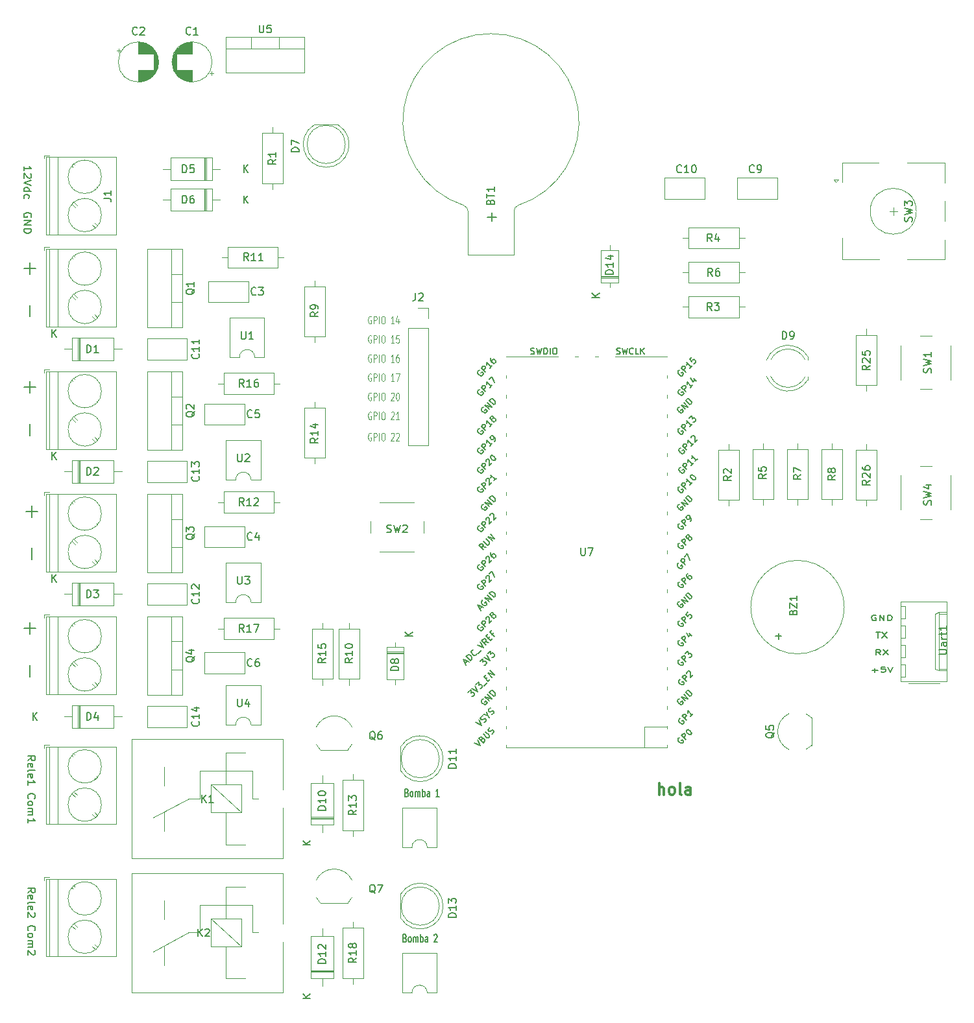
<source format=gbr>
G04 #@! TF.GenerationSoftware,KiCad,Pcbnew,(6.0.4)*
G04 #@! TF.CreationDate,2022-05-04T19:00:33-03:00*
G04 #@! TF.ProjectId,P_Inyectores_Rpi_pico,505f496e-7965-4637-946f-7265735f5270,rev?*
G04 #@! TF.SameCoordinates,Original*
G04 #@! TF.FileFunction,Legend,Top*
G04 #@! TF.FilePolarity,Positive*
%FSLAX46Y46*%
G04 Gerber Fmt 4.6, Leading zero omitted, Abs format (unit mm)*
G04 Created by KiCad (PCBNEW (6.0.4)) date 2022-05-04 19:00:33*
%MOMM*%
%LPD*%
G01*
G04 APERTURE LIST*
%ADD10C,0.150000*%
%ADD11C,0.175000*%
%ADD12C,0.125000*%
%ADD13C,0.300000*%
%ADD14C,0.120000*%
G04 APERTURE END LIST*
D10*
X22857142Y-98226190D02*
X22857142Y-99750000D01*
X22095238Y-98988095D02*
X23619047Y-98988095D01*
X22857142Y-103750000D02*
X22857142Y-105273809D01*
X22547619Y-133488095D02*
X23023809Y-133154761D01*
X22547619Y-132916666D02*
X23547619Y-132916666D01*
X23547619Y-133297619D01*
X23500000Y-133392857D01*
X23452380Y-133440476D01*
X23357142Y-133488095D01*
X23214285Y-133488095D01*
X23119047Y-133440476D01*
X23071428Y-133392857D01*
X23023809Y-133297619D01*
X23023809Y-132916666D01*
X22595238Y-134297619D02*
X22547619Y-134202380D01*
X22547619Y-134011904D01*
X22595238Y-133916666D01*
X22690476Y-133869047D01*
X23071428Y-133869047D01*
X23166666Y-133916666D01*
X23214285Y-134011904D01*
X23214285Y-134202380D01*
X23166666Y-134297619D01*
X23071428Y-134345238D01*
X22976190Y-134345238D01*
X22880952Y-133869047D01*
X22547619Y-134916666D02*
X22595238Y-134821428D01*
X22690476Y-134773809D01*
X23547619Y-134773809D01*
X22595238Y-135678571D02*
X22547619Y-135583333D01*
X22547619Y-135392857D01*
X22595238Y-135297619D01*
X22690476Y-135250000D01*
X23071428Y-135250000D01*
X23166666Y-135297619D01*
X23214285Y-135392857D01*
X23214285Y-135583333D01*
X23166666Y-135678571D01*
X23071428Y-135726190D01*
X22976190Y-135726190D01*
X22880952Y-135250000D01*
X23452380Y-136107142D02*
X23500000Y-136154761D01*
X23547619Y-136250000D01*
X23547619Y-136488095D01*
X23500000Y-136583333D01*
X23452380Y-136630952D01*
X23357142Y-136678571D01*
X23261904Y-136678571D01*
X23119047Y-136630952D01*
X22547619Y-136059523D01*
X22547619Y-136678571D01*
X22642857Y-138440476D02*
X22595238Y-138392857D01*
X22547619Y-138250000D01*
X22547619Y-138154761D01*
X22595238Y-138011904D01*
X22690476Y-137916666D01*
X22785714Y-137869047D01*
X22976190Y-137821428D01*
X23119047Y-137821428D01*
X23309523Y-137869047D01*
X23404761Y-137916666D01*
X23500000Y-138011904D01*
X23547619Y-138154761D01*
X23547619Y-138250000D01*
X23500000Y-138392857D01*
X23452380Y-138440476D01*
X22547619Y-139011904D02*
X22595238Y-138916666D01*
X22642857Y-138869047D01*
X22738095Y-138821428D01*
X23023809Y-138821428D01*
X23119047Y-138869047D01*
X23166666Y-138916666D01*
X23214285Y-139011904D01*
X23214285Y-139154761D01*
X23166666Y-139250000D01*
X23119047Y-139297619D01*
X23023809Y-139345238D01*
X22738095Y-139345238D01*
X22642857Y-139297619D01*
X22595238Y-139250000D01*
X22547619Y-139154761D01*
X22547619Y-139011904D01*
X22547619Y-139773809D02*
X23214285Y-139773809D01*
X23119047Y-139773809D02*
X23166666Y-139821428D01*
X23214285Y-139916666D01*
X23214285Y-140059523D01*
X23166666Y-140154761D01*
X23071428Y-140202380D01*
X22547619Y-140202380D01*
X23071428Y-140202380D02*
X23166666Y-140250000D01*
X23214285Y-140345238D01*
X23214285Y-140488095D01*
X23166666Y-140583333D01*
X23071428Y-140630952D01*
X22547619Y-140630952D01*
X23452380Y-141059523D02*
X23500000Y-141107142D01*
X23547619Y-141202380D01*
X23547619Y-141440476D01*
X23500000Y-141535714D01*
X23452380Y-141583333D01*
X23357142Y-141630952D01*
X23261904Y-141630952D01*
X23119047Y-141583333D01*
X22547619Y-141011904D01*
X22547619Y-141630952D01*
X22047619Y-39214285D02*
X22047619Y-38642857D01*
X22047619Y-38928571D02*
X23047619Y-38928571D01*
X22904761Y-38833333D01*
X22809523Y-38738095D01*
X22761904Y-38642857D01*
X22952380Y-39595238D02*
X23000000Y-39642857D01*
X23047619Y-39738095D01*
X23047619Y-39976190D01*
X23000000Y-40071428D01*
X22952380Y-40119047D01*
X22857142Y-40166666D01*
X22761904Y-40166666D01*
X22619047Y-40119047D01*
X22047619Y-39547619D01*
X22047619Y-40166666D01*
X23047619Y-40452380D02*
X22047619Y-40785714D01*
X23047619Y-41119047D01*
X22047619Y-41880952D02*
X23047619Y-41880952D01*
X22095238Y-41880952D02*
X22047619Y-41785714D01*
X22047619Y-41595238D01*
X22095238Y-41500000D01*
X22142857Y-41452380D01*
X22238095Y-41404761D01*
X22523809Y-41404761D01*
X22619047Y-41452380D01*
X22666666Y-41500000D01*
X22714285Y-41595238D01*
X22714285Y-41785714D01*
X22666666Y-41880952D01*
X22095238Y-42785714D02*
X22047619Y-42690476D01*
X22047619Y-42500000D01*
X22095238Y-42404761D01*
X22142857Y-42357142D01*
X22238095Y-42309523D01*
X22523809Y-42309523D01*
X22619047Y-42357142D01*
X22666666Y-42404761D01*
X22714285Y-42500000D01*
X22714285Y-42690476D01*
X22666666Y-42785714D01*
X23000000Y-45261904D02*
X23047619Y-45166666D01*
X23047619Y-45023809D01*
X23000000Y-44880952D01*
X22904761Y-44785714D01*
X22809523Y-44738095D01*
X22619047Y-44690476D01*
X22476190Y-44690476D01*
X22285714Y-44738095D01*
X22190476Y-44785714D01*
X22095238Y-44880952D01*
X22047619Y-45023809D01*
X22047619Y-45119047D01*
X22095238Y-45261904D01*
X22142857Y-45309523D01*
X22476190Y-45309523D01*
X22476190Y-45119047D01*
X22047619Y-45738095D02*
X23047619Y-45738095D01*
X22047619Y-46309523D01*
X23047619Y-46309523D01*
X22047619Y-46785714D02*
X23047619Y-46785714D01*
X23047619Y-47023809D01*
X23000000Y-47166666D01*
X22904761Y-47261904D01*
X22809523Y-47309523D01*
X22619047Y-47357142D01*
X22476190Y-47357142D01*
X22285714Y-47309523D01*
X22190476Y-47261904D01*
X22095238Y-47166666D01*
X22047619Y-47023809D01*
X22047619Y-46785714D01*
D11*
X71783333Y-139428571D02*
X71883333Y-139476190D01*
X71916666Y-139523809D01*
X71950000Y-139619047D01*
X71950000Y-139761904D01*
X71916666Y-139857142D01*
X71883333Y-139904761D01*
X71816666Y-139952380D01*
X71550000Y-139952380D01*
X71550000Y-138952380D01*
X71783333Y-138952380D01*
X71850000Y-139000000D01*
X71883333Y-139047619D01*
X71916666Y-139142857D01*
X71916666Y-139238095D01*
X71883333Y-139333333D01*
X71850000Y-139380952D01*
X71783333Y-139428571D01*
X71550000Y-139428571D01*
X72350000Y-139952380D02*
X72283333Y-139904761D01*
X72250000Y-139857142D01*
X72216666Y-139761904D01*
X72216666Y-139476190D01*
X72250000Y-139380952D01*
X72283333Y-139333333D01*
X72350000Y-139285714D01*
X72450000Y-139285714D01*
X72516666Y-139333333D01*
X72550000Y-139380952D01*
X72583333Y-139476190D01*
X72583333Y-139761904D01*
X72550000Y-139857142D01*
X72516666Y-139904761D01*
X72450000Y-139952380D01*
X72350000Y-139952380D01*
X72883333Y-139952380D02*
X72883333Y-139285714D01*
X72883333Y-139380952D02*
X72916666Y-139333333D01*
X72983333Y-139285714D01*
X73083333Y-139285714D01*
X73150000Y-139333333D01*
X73183333Y-139428571D01*
X73183333Y-139952380D01*
X73183333Y-139428571D02*
X73216666Y-139333333D01*
X73283333Y-139285714D01*
X73383333Y-139285714D01*
X73450000Y-139333333D01*
X73483333Y-139428571D01*
X73483333Y-139952380D01*
X73816666Y-139952380D02*
X73816666Y-138952380D01*
X73816666Y-139333333D02*
X73883333Y-139285714D01*
X74016666Y-139285714D01*
X74083333Y-139333333D01*
X74116666Y-139380952D01*
X74150000Y-139476190D01*
X74150000Y-139761904D01*
X74116666Y-139857142D01*
X74083333Y-139904761D01*
X74016666Y-139952380D01*
X73883333Y-139952380D01*
X73816666Y-139904761D01*
X74750000Y-139952380D02*
X74750000Y-139428571D01*
X74716666Y-139333333D01*
X74650000Y-139285714D01*
X74516666Y-139285714D01*
X74450000Y-139333333D01*
X74750000Y-139904761D02*
X74683333Y-139952380D01*
X74516666Y-139952380D01*
X74450000Y-139904761D01*
X74416666Y-139809523D01*
X74416666Y-139714285D01*
X74450000Y-139619047D01*
X74516666Y-139571428D01*
X74683333Y-139571428D01*
X74750000Y-139523809D01*
X75583333Y-139047619D02*
X75616666Y-139000000D01*
X75683333Y-138952380D01*
X75850000Y-138952380D01*
X75916666Y-139000000D01*
X75950000Y-139047619D01*
X75983333Y-139142857D01*
X75983333Y-139238095D01*
X75950000Y-139380952D01*
X75550000Y-139952380D01*
X75983333Y-139952380D01*
D10*
X133238095Y-97269000D02*
X133142857Y-97235666D01*
X133000000Y-97235666D01*
X132857142Y-97269000D01*
X132761904Y-97335666D01*
X132714285Y-97402333D01*
X132666666Y-97535666D01*
X132666666Y-97635666D01*
X132714285Y-97769000D01*
X132761904Y-97835666D01*
X132857142Y-97902333D01*
X133000000Y-97935666D01*
X133095238Y-97935666D01*
X133238095Y-97902333D01*
X133285714Y-97869000D01*
X133285714Y-97635666D01*
X133095238Y-97635666D01*
X133714285Y-97935666D02*
X133714285Y-97235666D01*
X134285714Y-97935666D01*
X134285714Y-97235666D01*
X134761904Y-97935666D02*
X134761904Y-97235666D01*
X135000000Y-97235666D01*
X135142857Y-97269000D01*
X135238095Y-97335666D01*
X135285714Y-97402333D01*
X135333333Y-97535666D01*
X135333333Y-97635666D01*
X135285714Y-97769000D01*
X135238095Y-97835666D01*
X135142857Y-97902333D01*
X135000000Y-97935666D01*
X134761904Y-97935666D01*
X133238095Y-99489666D02*
X133809523Y-99489666D01*
X133523809Y-100189666D02*
X133523809Y-99489666D01*
X134047619Y-99489666D02*
X134714285Y-100189666D01*
X134714285Y-99489666D02*
X134047619Y-100189666D01*
X133833333Y-102443666D02*
X133500000Y-102110333D01*
X133261904Y-102443666D02*
X133261904Y-101743666D01*
X133642857Y-101743666D01*
X133738095Y-101777000D01*
X133785714Y-101810333D01*
X133833333Y-101877000D01*
X133833333Y-101977000D01*
X133785714Y-102043666D01*
X133738095Y-102077000D01*
X133642857Y-102110333D01*
X133261904Y-102110333D01*
X134166666Y-101743666D02*
X134833333Y-102443666D01*
X134833333Y-101743666D02*
X134166666Y-102443666D01*
X132714285Y-104431000D02*
X133476190Y-104431000D01*
X133095238Y-104697666D02*
X133095238Y-104164333D01*
X134428571Y-103997666D02*
X133952380Y-103997666D01*
X133904761Y-104331000D01*
X133952380Y-104297666D01*
X134047619Y-104264333D01*
X134285714Y-104264333D01*
X134380952Y-104297666D01*
X134428571Y-104331000D01*
X134476190Y-104397666D01*
X134476190Y-104564333D01*
X134428571Y-104631000D01*
X134380952Y-104664333D01*
X134285714Y-104697666D01*
X134047619Y-104697666D01*
X133952380Y-104664333D01*
X133904761Y-104631000D01*
X134761904Y-103997666D02*
X135095238Y-104697666D01*
X135428571Y-103997666D01*
D12*
X67366666Y-70750000D02*
X67300000Y-70702380D01*
X67200000Y-70702380D01*
X67100000Y-70750000D01*
X67033333Y-70845238D01*
X67000000Y-70940476D01*
X66966666Y-71130952D01*
X66966666Y-71273809D01*
X67000000Y-71464285D01*
X67033333Y-71559523D01*
X67100000Y-71654761D01*
X67200000Y-71702380D01*
X67266666Y-71702380D01*
X67366666Y-71654761D01*
X67400000Y-71607142D01*
X67400000Y-71273809D01*
X67266666Y-71273809D01*
X67700000Y-71702380D02*
X67700000Y-70702380D01*
X67966666Y-70702380D01*
X68033333Y-70750000D01*
X68066666Y-70797619D01*
X68100000Y-70892857D01*
X68100000Y-71035714D01*
X68066666Y-71130952D01*
X68033333Y-71178571D01*
X67966666Y-71226190D01*
X67700000Y-71226190D01*
X68400000Y-71702380D02*
X68400000Y-70702380D01*
X68866666Y-70702380D02*
X69000000Y-70702380D01*
X69066666Y-70750000D01*
X69133333Y-70845238D01*
X69166666Y-71035714D01*
X69166666Y-71369047D01*
X69133333Y-71559523D01*
X69066666Y-71654761D01*
X69000000Y-71702380D01*
X68866666Y-71702380D01*
X68800000Y-71654761D01*
X68733333Y-71559523D01*
X68700000Y-71369047D01*
X68700000Y-71035714D01*
X68733333Y-70845238D01*
X68800000Y-70750000D01*
X68866666Y-70702380D01*
X69966666Y-70797619D02*
X70000000Y-70750000D01*
X70066666Y-70702380D01*
X70233333Y-70702380D01*
X70300000Y-70750000D01*
X70333333Y-70797619D01*
X70366666Y-70892857D01*
X70366666Y-70988095D01*
X70333333Y-71130952D01*
X69933333Y-71702380D01*
X70366666Y-71702380D01*
X71033333Y-71702380D02*
X70633333Y-71702380D01*
X70833333Y-71702380D02*
X70833333Y-70702380D01*
X70766666Y-70845238D01*
X70700000Y-70940476D01*
X70633333Y-70988095D01*
X67366666Y-60750000D02*
X67300000Y-60702380D01*
X67200000Y-60702380D01*
X67100000Y-60750000D01*
X67033333Y-60845238D01*
X67000000Y-60940476D01*
X66966666Y-61130952D01*
X66966666Y-61273809D01*
X67000000Y-61464285D01*
X67033333Y-61559523D01*
X67100000Y-61654761D01*
X67200000Y-61702380D01*
X67266666Y-61702380D01*
X67366666Y-61654761D01*
X67400000Y-61607142D01*
X67400000Y-61273809D01*
X67266666Y-61273809D01*
X67700000Y-61702380D02*
X67700000Y-60702380D01*
X67966666Y-60702380D01*
X68033333Y-60750000D01*
X68066666Y-60797619D01*
X68100000Y-60892857D01*
X68100000Y-61035714D01*
X68066666Y-61130952D01*
X68033333Y-61178571D01*
X67966666Y-61226190D01*
X67700000Y-61226190D01*
X68400000Y-61702380D02*
X68400000Y-60702380D01*
X68866666Y-60702380D02*
X69000000Y-60702380D01*
X69066666Y-60750000D01*
X69133333Y-60845238D01*
X69166666Y-61035714D01*
X69166666Y-61369047D01*
X69133333Y-61559523D01*
X69066666Y-61654761D01*
X69000000Y-61702380D01*
X68866666Y-61702380D01*
X68800000Y-61654761D01*
X68733333Y-61559523D01*
X68700000Y-61369047D01*
X68700000Y-61035714D01*
X68733333Y-60845238D01*
X68800000Y-60750000D01*
X68866666Y-60702380D01*
X70366666Y-61702380D02*
X69966666Y-61702380D01*
X70166666Y-61702380D02*
X70166666Y-60702380D01*
X70100000Y-60845238D01*
X70033333Y-60940476D01*
X69966666Y-60988095D01*
X71000000Y-60702380D02*
X70666666Y-60702380D01*
X70633333Y-61178571D01*
X70666666Y-61130952D01*
X70733333Y-61083333D01*
X70900000Y-61083333D01*
X70966666Y-61130952D01*
X71000000Y-61178571D01*
X71033333Y-61273809D01*
X71033333Y-61511904D01*
X71000000Y-61607142D01*
X70966666Y-61654761D01*
X70900000Y-61702380D01*
X70733333Y-61702380D01*
X70666666Y-61654761D01*
X70633333Y-61607142D01*
X67366666Y-63250000D02*
X67300000Y-63202380D01*
X67200000Y-63202380D01*
X67100000Y-63250000D01*
X67033333Y-63345238D01*
X67000000Y-63440476D01*
X66966666Y-63630952D01*
X66966666Y-63773809D01*
X67000000Y-63964285D01*
X67033333Y-64059523D01*
X67100000Y-64154761D01*
X67200000Y-64202380D01*
X67266666Y-64202380D01*
X67366666Y-64154761D01*
X67400000Y-64107142D01*
X67400000Y-63773809D01*
X67266666Y-63773809D01*
X67700000Y-64202380D02*
X67700000Y-63202380D01*
X67966666Y-63202380D01*
X68033333Y-63250000D01*
X68066666Y-63297619D01*
X68100000Y-63392857D01*
X68100000Y-63535714D01*
X68066666Y-63630952D01*
X68033333Y-63678571D01*
X67966666Y-63726190D01*
X67700000Y-63726190D01*
X68400000Y-64202380D02*
X68400000Y-63202380D01*
X68866666Y-63202380D02*
X69000000Y-63202380D01*
X69066666Y-63250000D01*
X69133333Y-63345238D01*
X69166666Y-63535714D01*
X69166666Y-63869047D01*
X69133333Y-64059523D01*
X69066666Y-64154761D01*
X69000000Y-64202380D01*
X68866666Y-64202380D01*
X68800000Y-64154761D01*
X68733333Y-64059523D01*
X68700000Y-63869047D01*
X68700000Y-63535714D01*
X68733333Y-63345238D01*
X68800000Y-63250000D01*
X68866666Y-63202380D01*
X70366666Y-64202380D02*
X69966666Y-64202380D01*
X70166666Y-64202380D02*
X70166666Y-63202380D01*
X70100000Y-63345238D01*
X70033333Y-63440476D01*
X69966666Y-63488095D01*
X70966666Y-63202380D02*
X70833333Y-63202380D01*
X70766666Y-63250000D01*
X70733333Y-63297619D01*
X70666666Y-63440476D01*
X70633333Y-63630952D01*
X70633333Y-64011904D01*
X70666666Y-64107142D01*
X70700000Y-64154761D01*
X70766666Y-64202380D01*
X70900000Y-64202380D01*
X70966666Y-64154761D01*
X71000000Y-64107142D01*
X71033333Y-64011904D01*
X71033333Y-63773809D01*
X71000000Y-63678571D01*
X70966666Y-63630952D01*
X70900000Y-63583333D01*
X70766666Y-63583333D01*
X70700000Y-63630952D01*
X70666666Y-63678571D01*
X70633333Y-63773809D01*
X67366666Y-65750000D02*
X67300000Y-65702380D01*
X67200000Y-65702380D01*
X67100000Y-65750000D01*
X67033333Y-65845238D01*
X67000000Y-65940476D01*
X66966666Y-66130952D01*
X66966666Y-66273809D01*
X67000000Y-66464285D01*
X67033333Y-66559523D01*
X67100000Y-66654761D01*
X67200000Y-66702380D01*
X67266666Y-66702380D01*
X67366666Y-66654761D01*
X67400000Y-66607142D01*
X67400000Y-66273809D01*
X67266666Y-66273809D01*
X67700000Y-66702380D02*
X67700000Y-65702380D01*
X67966666Y-65702380D01*
X68033333Y-65750000D01*
X68066666Y-65797619D01*
X68100000Y-65892857D01*
X68100000Y-66035714D01*
X68066666Y-66130952D01*
X68033333Y-66178571D01*
X67966666Y-66226190D01*
X67700000Y-66226190D01*
X68400000Y-66702380D02*
X68400000Y-65702380D01*
X68866666Y-65702380D02*
X69000000Y-65702380D01*
X69066666Y-65750000D01*
X69133333Y-65845238D01*
X69166666Y-66035714D01*
X69166666Y-66369047D01*
X69133333Y-66559523D01*
X69066666Y-66654761D01*
X69000000Y-66702380D01*
X68866666Y-66702380D01*
X68800000Y-66654761D01*
X68733333Y-66559523D01*
X68700000Y-66369047D01*
X68700000Y-66035714D01*
X68733333Y-65845238D01*
X68800000Y-65750000D01*
X68866666Y-65702380D01*
X70366666Y-66702380D02*
X69966666Y-66702380D01*
X70166666Y-66702380D02*
X70166666Y-65702380D01*
X70100000Y-65845238D01*
X70033333Y-65940476D01*
X69966666Y-65988095D01*
X70600000Y-65702380D02*
X71066666Y-65702380D01*
X70766666Y-66702380D01*
X67366666Y-73500000D02*
X67300000Y-73452380D01*
X67200000Y-73452380D01*
X67100000Y-73500000D01*
X67033333Y-73595238D01*
X67000000Y-73690476D01*
X66966666Y-73880952D01*
X66966666Y-74023809D01*
X67000000Y-74214285D01*
X67033333Y-74309523D01*
X67100000Y-74404761D01*
X67200000Y-74452380D01*
X67266666Y-74452380D01*
X67366666Y-74404761D01*
X67400000Y-74357142D01*
X67400000Y-74023809D01*
X67266666Y-74023809D01*
X67700000Y-74452380D02*
X67700000Y-73452380D01*
X67966666Y-73452380D01*
X68033333Y-73500000D01*
X68066666Y-73547619D01*
X68100000Y-73642857D01*
X68100000Y-73785714D01*
X68066666Y-73880952D01*
X68033333Y-73928571D01*
X67966666Y-73976190D01*
X67700000Y-73976190D01*
X68400000Y-74452380D02*
X68400000Y-73452380D01*
X68866666Y-73452380D02*
X69000000Y-73452380D01*
X69066666Y-73500000D01*
X69133333Y-73595238D01*
X69166666Y-73785714D01*
X69166666Y-74119047D01*
X69133333Y-74309523D01*
X69066666Y-74404761D01*
X69000000Y-74452380D01*
X68866666Y-74452380D01*
X68800000Y-74404761D01*
X68733333Y-74309523D01*
X68700000Y-74119047D01*
X68700000Y-73785714D01*
X68733333Y-73595238D01*
X68800000Y-73500000D01*
X68866666Y-73452380D01*
X69966666Y-73547619D02*
X70000000Y-73500000D01*
X70066666Y-73452380D01*
X70233333Y-73452380D01*
X70300000Y-73500000D01*
X70333333Y-73547619D01*
X70366666Y-73642857D01*
X70366666Y-73738095D01*
X70333333Y-73880952D01*
X69933333Y-74452380D01*
X70366666Y-74452380D01*
X70633333Y-73547619D02*
X70666666Y-73500000D01*
X70733333Y-73452380D01*
X70900000Y-73452380D01*
X70966666Y-73500000D01*
X71000000Y-73547619D01*
X71033333Y-73642857D01*
X71033333Y-73738095D01*
X71000000Y-73880952D01*
X70600000Y-74452380D01*
X71033333Y-74452380D01*
X67366666Y-68250000D02*
X67300000Y-68202380D01*
X67200000Y-68202380D01*
X67100000Y-68250000D01*
X67033333Y-68345238D01*
X67000000Y-68440476D01*
X66966666Y-68630952D01*
X66966666Y-68773809D01*
X67000000Y-68964285D01*
X67033333Y-69059523D01*
X67100000Y-69154761D01*
X67200000Y-69202380D01*
X67266666Y-69202380D01*
X67366666Y-69154761D01*
X67400000Y-69107142D01*
X67400000Y-68773809D01*
X67266666Y-68773809D01*
X67700000Y-69202380D02*
X67700000Y-68202380D01*
X67966666Y-68202380D01*
X68033333Y-68250000D01*
X68066666Y-68297619D01*
X68100000Y-68392857D01*
X68100000Y-68535714D01*
X68066666Y-68630952D01*
X68033333Y-68678571D01*
X67966666Y-68726190D01*
X67700000Y-68726190D01*
X68400000Y-69202380D02*
X68400000Y-68202380D01*
X68866666Y-68202380D02*
X69000000Y-68202380D01*
X69066666Y-68250000D01*
X69133333Y-68345238D01*
X69166666Y-68535714D01*
X69166666Y-68869047D01*
X69133333Y-69059523D01*
X69066666Y-69154761D01*
X69000000Y-69202380D01*
X68866666Y-69202380D01*
X68800000Y-69154761D01*
X68733333Y-69059523D01*
X68700000Y-68869047D01*
X68700000Y-68535714D01*
X68733333Y-68345238D01*
X68800000Y-68250000D01*
X68866666Y-68202380D01*
X69966666Y-68297619D02*
X70000000Y-68250000D01*
X70066666Y-68202380D01*
X70233333Y-68202380D01*
X70300000Y-68250000D01*
X70333333Y-68297619D01*
X70366666Y-68392857D01*
X70366666Y-68488095D01*
X70333333Y-68630952D01*
X69933333Y-69202380D01*
X70366666Y-69202380D01*
X70800000Y-68202380D02*
X70866666Y-68202380D01*
X70933333Y-68250000D01*
X70966666Y-68297619D01*
X71000000Y-68392857D01*
X71033333Y-68583333D01*
X71033333Y-68821428D01*
X71000000Y-69011904D01*
X70966666Y-69107142D01*
X70933333Y-69154761D01*
X70866666Y-69202380D01*
X70800000Y-69202380D01*
X70733333Y-69154761D01*
X70700000Y-69107142D01*
X70666666Y-69011904D01*
X70633333Y-68821428D01*
X70633333Y-68583333D01*
X70666666Y-68392857D01*
X70700000Y-68297619D01*
X70733333Y-68250000D01*
X70800000Y-68202380D01*
X67366666Y-58250000D02*
X67300000Y-58202380D01*
X67200000Y-58202380D01*
X67100000Y-58250000D01*
X67033333Y-58345238D01*
X67000000Y-58440476D01*
X66966666Y-58630952D01*
X66966666Y-58773809D01*
X67000000Y-58964285D01*
X67033333Y-59059523D01*
X67100000Y-59154761D01*
X67200000Y-59202380D01*
X67266666Y-59202380D01*
X67366666Y-59154761D01*
X67400000Y-59107142D01*
X67400000Y-58773809D01*
X67266666Y-58773809D01*
X67700000Y-59202380D02*
X67700000Y-58202380D01*
X67966666Y-58202380D01*
X68033333Y-58250000D01*
X68066666Y-58297619D01*
X68100000Y-58392857D01*
X68100000Y-58535714D01*
X68066666Y-58630952D01*
X68033333Y-58678571D01*
X67966666Y-58726190D01*
X67700000Y-58726190D01*
X68400000Y-59202380D02*
X68400000Y-58202380D01*
X68866666Y-58202380D02*
X69000000Y-58202380D01*
X69066666Y-58250000D01*
X69133333Y-58345238D01*
X69166666Y-58535714D01*
X69166666Y-58869047D01*
X69133333Y-59059523D01*
X69066666Y-59154761D01*
X69000000Y-59202380D01*
X68866666Y-59202380D01*
X68800000Y-59154761D01*
X68733333Y-59059523D01*
X68700000Y-58869047D01*
X68700000Y-58535714D01*
X68733333Y-58345238D01*
X68800000Y-58250000D01*
X68866666Y-58202380D01*
X70366666Y-59202380D02*
X69966666Y-59202380D01*
X70166666Y-59202380D02*
X70166666Y-58202380D01*
X70100000Y-58345238D01*
X70033333Y-58440476D01*
X69966666Y-58488095D01*
X70966666Y-58535714D02*
X70966666Y-59202380D01*
X70800000Y-58154761D02*
X70633333Y-58869047D01*
X71066666Y-58869047D01*
D13*
X104928571Y-120678571D02*
X104928571Y-119178571D01*
X105571428Y-120678571D02*
X105571428Y-119892857D01*
X105500000Y-119750000D01*
X105357142Y-119678571D01*
X105142857Y-119678571D01*
X105000000Y-119750000D01*
X104928571Y-119821428D01*
X106500000Y-120678571D02*
X106357142Y-120607142D01*
X106285714Y-120535714D01*
X106214285Y-120392857D01*
X106214285Y-119964285D01*
X106285714Y-119821428D01*
X106357142Y-119750000D01*
X106500000Y-119678571D01*
X106714285Y-119678571D01*
X106857142Y-119750000D01*
X106928571Y-119821428D01*
X107000000Y-119964285D01*
X107000000Y-120392857D01*
X106928571Y-120535714D01*
X106857142Y-120607142D01*
X106714285Y-120678571D01*
X106500000Y-120678571D01*
X107857142Y-120678571D02*
X107714285Y-120607142D01*
X107642857Y-120464285D01*
X107642857Y-119178571D01*
X109071428Y-120678571D02*
X109071428Y-119892857D01*
X109000000Y-119750000D01*
X108857142Y-119678571D01*
X108571428Y-119678571D01*
X108428571Y-119750000D01*
X109071428Y-120607142D02*
X108928571Y-120678571D01*
X108571428Y-120678571D01*
X108428571Y-120607142D01*
X108357142Y-120464285D01*
X108357142Y-120321428D01*
X108428571Y-120178571D01*
X108571428Y-120107142D01*
X108928571Y-120107142D01*
X109071428Y-120035714D01*
D10*
X22857142Y-51226190D02*
X22857142Y-52750000D01*
X22095238Y-51988095D02*
X23619047Y-51988095D01*
X22857142Y-56750000D02*
X22857142Y-58273809D01*
X22857142Y-66726190D02*
X22857142Y-68250000D01*
X22095238Y-67488095D02*
X23619047Y-67488095D01*
X22857142Y-72250000D02*
X22857142Y-73773809D01*
X22547619Y-116238095D02*
X23023809Y-115904761D01*
X22547619Y-115666666D02*
X23547619Y-115666666D01*
X23547619Y-116047619D01*
X23500000Y-116142857D01*
X23452380Y-116190476D01*
X23357142Y-116238095D01*
X23214285Y-116238095D01*
X23119047Y-116190476D01*
X23071428Y-116142857D01*
X23023809Y-116047619D01*
X23023809Y-115666666D01*
X22595238Y-117047619D02*
X22547619Y-116952380D01*
X22547619Y-116761904D01*
X22595238Y-116666666D01*
X22690476Y-116619047D01*
X23071428Y-116619047D01*
X23166666Y-116666666D01*
X23214285Y-116761904D01*
X23214285Y-116952380D01*
X23166666Y-117047619D01*
X23071428Y-117095238D01*
X22976190Y-117095238D01*
X22880952Y-116619047D01*
X22547619Y-117666666D02*
X22595238Y-117571428D01*
X22690476Y-117523809D01*
X23547619Y-117523809D01*
X22595238Y-118428571D02*
X22547619Y-118333333D01*
X22547619Y-118142857D01*
X22595238Y-118047619D01*
X22690476Y-118000000D01*
X23071428Y-118000000D01*
X23166666Y-118047619D01*
X23214285Y-118142857D01*
X23214285Y-118333333D01*
X23166666Y-118428571D01*
X23071428Y-118476190D01*
X22976190Y-118476190D01*
X22880952Y-118000000D01*
X22547619Y-119428571D02*
X22547619Y-118857142D01*
X22547619Y-119142857D02*
X23547619Y-119142857D01*
X23404761Y-119047619D01*
X23309523Y-118952380D01*
X23261904Y-118857142D01*
X22642857Y-121190476D02*
X22595238Y-121142857D01*
X22547619Y-121000000D01*
X22547619Y-120904761D01*
X22595238Y-120761904D01*
X22690476Y-120666666D01*
X22785714Y-120619047D01*
X22976190Y-120571428D01*
X23119047Y-120571428D01*
X23309523Y-120619047D01*
X23404761Y-120666666D01*
X23500000Y-120761904D01*
X23547619Y-120904761D01*
X23547619Y-121000000D01*
X23500000Y-121142857D01*
X23452380Y-121190476D01*
X22547619Y-121761904D02*
X22595238Y-121666666D01*
X22642857Y-121619047D01*
X22738095Y-121571428D01*
X23023809Y-121571428D01*
X23119047Y-121619047D01*
X23166666Y-121666666D01*
X23214285Y-121761904D01*
X23214285Y-121904761D01*
X23166666Y-122000000D01*
X23119047Y-122047619D01*
X23023809Y-122095238D01*
X22738095Y-122095238D01*
X22642857Y-122047619D01*
X22595238Y-122000000D01*
X22547619Y-121904761D01*
X22547619Y-121761904D01*
X22547619Y-122523809D02*
X23214285Y-122523809D01*
X23119047Y-122523809D02*
X23166666Y-122571428D01*
X23214285Y-122666666D01*
X23214285Y-122809523D01*
X23166666Y-122904761D01*
X23071428Y-122952380D01*
X22547619Y-122952380D01*
X23071428Y-122952380D02*
X23166666Y-123000000D01*
X23214285Y-123095238D01*
X23214285Y-123238095D01*
X23166666Y-123333333D01*
X23071428Y-123380952D01*
X22547619Y-123380952D01*
X22547619Y-124380952D02*
X22547619Y-123809523D01*
X22547619Y-124095238D02*
X23547619Y-124095238D01*
X23404761Y-124000000D01*
X23309523Y-123904761D01*
X23261904Y-123809523D01*
D11*
X72033333Y-120428571D02*
X72133333Y-120476190D01*
X72166666Y-120523809D01*
X72200000Y-120619047D01*
X72200000Y-120761904D01*
X72166666Y-120857142D01*
X72133333Y-120904761D01*
X72066666Y-120952380D01*
X71800000Y-120952380D01*
X71800000Y-119952380D01*
X72033333Y-119952380D01*
X72100000Y-120000000D01*
X72133333Y-120047619D01*
X72166666Y-120142857D01*
X72166666Y-120238095D01*
X72133333Y-120333333D01*
X72100000Y-120380952D01*
X72033333Y-120428571D01*
X71800000Y-120428571D01*
X72600000Y-120952380D02*
X72533333Y-120904761D01*
X72500000Y-120857142D01*
X72466666Y-120761904D01*
X72466666Y-120476190D01*
X72500000Y-120380952D01*
X72533333Y-120333333D01*
X72600000Y-120285714D01*
X72700000Y-120285714D01*
X72766666Y-120333333D01*
X72800000Y-120380952D01*
X72833333Y-120476190D01*
X72833333Y-120761904D01*
X72800000Y-120857142D01*
X72766666Y-120904761D01*
X72700000Y-120952380D01*
X72600000Y-120952380D01*
X73133333Y-120952380D02*
X73133333Y-120285714D01*
X73133333Y-120380952D02*
X73166666Y-120333333D01*
X73233333Y-120285714D01*
X73333333Y-120285714D01*
X73400000Y-120333333D01*
X73433333Y-120428571D01*
X73433333Y-120952380D01*
X73433333Y-120428571D02*
X73466666Y-120333333D01*
X73533333Y-120285714D01*
X73633333Y-120285714D01*
X73700000Y-120333333D01*
X73733333Y-120428571D01*
X73733333Y-120952380D01*
X74066666Y-120952380D02*
X74066666Y-119952380D01*
X74066666Y-120333333D02*
X74133333Y-120285714D01*
X74266666Y-120285714D01*
X74333333Y-120333333D01*
X74366666Y-120380952D01*
X74400000Y-120476190D01*
X74400000Y-120761904D01*
X74366666Y-120857142D01*
X74333333Y-120904761D01*
X74266666Y-120952380D01*
X74133333Y-120952380D01*
X74066666Y-120904761D01*
X75000000Y-120952380D02*
X75000000Y-120428571D01*
X74966666Y-120333333D01*
X74900000Y-120285714D01*
X74766666Y-120285714D01*
X74700000Y-120333333D01*
X75000000Y-120904761D02*
X74933333Y-120952380D01*
X74766666Y-120952380D01*
X74700000Y-120904761D01*
X74666666Y-120809523D01*
X74666666Y-120714285D01*
X74700000Y-120619047D01*
X74766666Y-120571428D01*
X74933333Y-120571428D01*
X75000000Y-120523809D01*
X76233333Y-120952380D02*
X75833333Y-120952380D01*
X76033333Y-120952380D02*
X76033333Y-119952380D01*
X75966666Y-120095238D01*
X75900000Y-120190476D01*
X75833333Y-120238095D01*
D10*
X23057142Y-82926190D02*
X23057142Y-84450000D01*
X22295238Y-83688095D02*
X23819047Y-83688095D01*
X23057142Y-88450000D02*
X23057142Y-89973809D01*
X64952380Y-102892857D02*
X64476190Y-103226190D01*
X64952380Y-103464285D02*
X63952380Y-103464285D01*
X63952380Y-103083333D01*
X64000000Y-102988095D01*
X64047619Y-102940476D01*
X64142857Y-102892857D01*
X64285714Y-102892857D01*
X64380952Y-102940476D01*
X64428571Y-102988095D01*
X64476190Y-103083333D01*
X64476190Y-103464285D01*
X64952380Y-101940476D02*
X64952380Y-102511904D01*
X64952380Y-102226190D02*
X63952380Y-102226190D01*
X64095238Y-102321428D01*
X64190476Y-102416666D01*
X64238095Y-102511904D01*
X63952380Y-101321428D02*
X63952380Y-101226190D01*
X64000000Y-101130952D01*
X64047619Y-101083333D01*
X64142857Y-101035714D01*
X64333333Y-100988095D01*
X64571428Y-100988095D01*
X64761904Y-101035714D01*
X64857142Y-101083333D01*
X64904761Y-101130952D01*
X64952380Y-101226190D01*
X64952380Y-101321428D01*
X64904761Y-101416666D01*
X64857142Y-101464285D01*
X64761904Y-101511904D01*
X64571428Y-101559523D01*
X64333333Y-101559523D01*
X64142857Y-101511904D01*
X64047619Y-101464285D01*
X64000000Y-101416666D01*
X63952380Y-101321428D01*
X65452380Y-122722857D02*
X64976190Y-123056190D01*
X65452380Y-123294285D02*
X64452380Y-123294285D01*
X64452380Y-122913333D01*
X64500000Y-122818095D01*
X64547619Y-122770476D01*
X64642857Y-122722857D01*
X64785714Y-122722857D01*
X64880952Y-122770476D01*
X64928571Y-122818095D01*
X64976190Y-122913333D01*
X64976190Y-123294285D01*
X65452380Y-121770476D02*
X65452380Y-122341904D01*
X65452380Y-122056190D02*
X64452380Y-122056190D01*
X64595238Y-122151428D01*
X64690476Y-122246666D01*
X64738095Y-122341904D01*
X64452380Y-121437142D02*
X64452380Y-120818095D01*
X64833333Y-121151428D01*
X64833333Y-121008571D01*
X64880952Y-120913333D01*
X64928571Y-120865714D01*
X65023809Y-120818095D01*
X65261904Y-120818095D01*
X65357142Y-120865714D01*
X65404761Y-120913333D01*
X65452380Y-121008571D01*
X65452380Y-121294285D01*
X65404761Y-121389523D01*
X65357142Y-121437142D01*
X65452380Y-142022857D02*
X64976190Y-142356190D01*
X65452380Y-142594285D02*
X64452380Y-142594285D01*
X64452380Y-142213333D01*
X64500000Y-142118095D01*
X64547619Y-142070476D01*
X64642857Y-142022857D01*
X64785714Y-142022857D01*
X64880952Y-142070476D01*
X64928571Y-142118095D01*
X64976190Y-142213333D01*
X64976190Y-142594285D01*
X65452380Y-141070476D02*
X65452380Y-141641904D01*
X65452380Y-141356190D02*
X64452380Y-141356190D01*
X64595238Y-141451428D01*
X64690476Y-141546666D01*
X64738095Y-141641904D01*
X64880952Y-140499047D02*
X64833333Y-140594285D01*
X64785714Y-140641904D01*
X64690476Y-140689523D01*
X64642857Y-140689523D01*
X64547619Y-140641904D01*
X64500000Y-140594285D01*
X64452380Y-140499047D01*
X64452380Y-140308571D01*
X64500000Y-140213333D01*
X64547619Y-140165714D01*
X64642857Y-140118095D01*
X64690476Y-140118095D01*
X64785714Y-140165714D01*
X64833333Y-140213333D01*
X64880952Y-140308571D01*
X64880952Y-140499047D01*
X64928571Y-140594285D01*
X64976190Y-140641904D01*
X65071428Y-140689523D01*
X65261904Y-140689523D01*
X65357142Y-140641904D01*
X65404761Y-140594285D01*
X65452380Y-140499047D01*
X65452380Y-140308571D01*
X65404761Y-140213333D01*
X65357142Y-140165714D01*
X65261904Y-140118095D01*
X65071428Y-140118095D01*
X64976190Y-140165714D01*
X64928571Y-140213333D01*
X64880952Y-140308571D01*
X137904761Y-45833333D02*
X137952380Y-45690476D01*
X137952380Y-45452380D01*
X137904761Y-45357142D01*
X137857142Y-45309523D01*
X137761904Y-45261904D01*
X137666666Y-45261904D01*
X137571428Y-45309523D01*
X137523809Y-45357142D01*
X137476190Y-45452380D01*
X137428571Y-45642857D01*
X137380952Y-45738095D01*
X137333333Y-45785714D01*
X137238095Y-45833333D01*
X137142857Y-45833333D01*
X137047619Y-45785714D01*
X137000000Y-45738095D01*
X136952380Y-45642857D01*
X136952380Y-45404761D01*
X137000000Y-45261904D01*
X136952380Y-44928571D02*
X137952380Y-44690476D01*
X137238095Y-44500000D01*
X137952380Y-44309523D01*
X136952380Y-44071428D01*
X136952380Y-43785714D02*
X136952380Y-43166666D01*
X137333333Y-43500000D01*
X137333333Y-43357142D01*
X137380952Y-43261904D01*
X137428571Y-43214285D01*
X137523809Y-43166666D01*
X137761904Y-43166666D01*
X137857142Y-43214285D01*
X137904761Y-43261904D01*
X137952380Y-43357142D01*
X137952380Y-43642857D01*
X137904761Y-43738095D01*
X137857142Y-43785714D01*
X50777142Y-82952380D02*
X50443809Y-82476190D01*
X50205714Y-82952380D02*
X50205714Y-81952380D01*
X50586666Y-81952380D01*
X50681904Y-82000000D01*
X50729523Y-82047619D01*
X50777142Y-82142857D01*
X50777142Y-82285714D01*
X50729523Y-82380952D01*
X50681904Y-82428571D01*
X50586666Y-82476190D01*
X50205714Y-82476190D01*
X51729523Y-82952380D02*
X51158095Y-82952380D01*
X51443809Y-82952380D02*
X51443809Y-81952380D01*
X51348571Y-82095238D01*
X51253333Y-82190476D01*
X51158095Y-82238095D01*
X52110476Y-82047619D02*
X52158095Y-82000000D01*
X52253333Y-81952380D01*
X52491428Y-81952380D01*
X52586666Y-82000000D01*
X52634285Y-82047619D01*
X52681904Y-82142857D01*
X52681904Y-82238095D01*
X52634285Y-82380952D01*
X52062857Y-82952380D01*
X52681904Y-82952380D01*
X61452380Y-102892857D02*
X60976190Y-103226190D01*
X61452380Y-103464285D02*
X60452380Y-103464285D01*
X60452380Y-103083333D01*
X60500000Y-102988095D01*
X60547619Y-102940476D01*
X60642857Y-102892857D01*
X60785714Y-102892857D01*
X60880952Y-102940476D01*
X60928571Y-102988095D01*
X60976190Y-103083333D01*
X60976190Y-103464285D01*
X61452380Y-101940476D02*
X61452380Y-102511904D01*
X61452380Y-102226190D02*
X60452380Y-102226190D01*
X60595238Y-102321428D01*
X60690476Y-102416666D01*
X60738095Y-102511904D01*
X60452380Y-101035714D02*
X60452380Y-101511904D01*
X60928571Y-101559523D01*
X60880952Y-101511904D01*
X60833333Y-101416666D01*
X60833333Y-101178571D01*
X60880952Y-101083333D01*
X60928571Y-101035714D01*
X61023809Y-100988095D01*
X61261904Y-100988095D01*
X61357142Y-101035714D01*
X61404761Y-101083333D01*
X61452380Y-101178571D01*
X61452380Y-101416666D01*
X61404761Y-101511904D01*
X61357142Y-101559523D01*
X50777142Y-99452380D02*
X50443809Y-98976190D01*
X50205714Y-99452380D02*
X50205714Y-98452380D01*
X50586666Y-98452380D01*
X50681904Y-98500000D01*
X50729523Y-98547619D01*
X50777142Y-98642857D01*
X50777142Y-98785714D01*
X50729523Y-98880952D01*
X50681904Y-98928571D01*
X50586666Y-98976190D01*
X50205714Y-98976190D01*
X51729523Y-99452380D02*
X51158095Y-99452380D01*
X51443809Y-99452380D02*
X51443809Y-98452380D01*
X51348571Y-98595238D01*
X51253333Y-98690476D01*
X51158095Y-98738095D01*
X52062857Y-98452380D02*
X52729523Y-98452380D01*
X52300952Y-99452380D01*
X30261904Y-94952380D02*
X30261904Y-93952380D01*
X30500000Y-93952380D01*
X30642857Y-94000000D01*
X30738095Y-94095238D01*
X30785714Y-94190476D01*
X30833333Y-94380952D01*
X30833333Y-94523809D01*
X30785714Y-94714285D01*
X30738095Y-94809523D01*
X30642857Y-94904761D01*
X30500000Y-94952380D01*
X30261904Y-94952380D01*
X31166666Y-93952380D02*
X31785714Y-93952380D01*
X31452380Y-94333333D01*
X31595238Y-94333333D01*
X31690476Y-94380952D01*
X31738095Y-94428571D01*
X31785714Y-94523809D01*
X31785714Y-94761904D01*
X31738095Y-94857142D01*
X31690476Y-94904761D01*
X31595238Y-94952380D01*
X31309523Y-94952380D01*
X31214285Y-94904761D01*
X31166666Y-94857142D01*
X25738095Y-92952380D02*
X25738095Y-91952380D01*
X26309523Y-92952380D02*
X25880952Y-92380952D01*
X26309523Y-91952380D02*
X25738095Y-92523809D01*
X30261904Y-78952380D02*
X30261904Y-77952380D01*
X30500000Y-77952380D01*
X30642857Y-78000000D01*
X30738095Y-78095238D01*
X30785714Y-78190476D01*
X30833333Y-78380952D01*
X30833333Y-78523809D01*
X30785714Y-78714285D01*
X30738095Y-78809523D01*
X30642857Y-78904761D01*
X30500000Y-78952380D01*
X30261904Y-78952380D01*
X31214285Y-78047619D02*
X31261904Y-78000000D01*
X31357142Y-77952380D01*
X31595238Y-77952380D01*
X31690476Y-78000000D01*
X31738095Y-78047619D01*
X31785714Y-78142857D01*
X31785714Y-78238095D01*
X31738095Y-78380952D01*
X31166666Y-78952380D01*
X31785714Y-78952380D01*
X25738095Y-76952380D02*
X25738095Y-75952380D01*
X26309523Y-76952380D02*
X25880952Y-76380952D01*
X26309523Y-75952380D02*
X25738095Y-76523809D01*
X51833333Y-71357142D02*
X51785714Y-71404761D01*
X51642857Y-71452380D01*
X51547619Y-71452380D01*
X51404761Y-71404761D01*
X51309523Y-71309523D01*
X51261904Y-71214285D01*
X51214285Y-71023809D01*
X51214285Y-70880952D01*
X51261904Y-70690476D01*
X51309523Y-70595238D01*
X51404761Y-70500000D01*
X51547619Y-70452380D01*
X51642857Y-70452380D01*
X51785714Y-70500000D01*
X51833333Y-70547619D01*
X52738095Y-70452380D02*
X52261904Y-70452380D01*
X52214285Y-70928571D01*
X52261904Y-70880952D01*
X52357142Y-70833333D01*
X52595238Y-70833333D01*
X52690476Y-70880952D01*
X52738095Y-70928571D01*
X52785714Y-71023809D01*
X52785714Y-71261904D01*
X52738095Y-71357142D01*
X52690476Y-71404761D01*
X52595238Y-71452380D01*
X52357142Y-71452380D01*
X52261904Y-71404761D01*
X52214285Y-71357142D01*
X122428571Y-96880952D02*
X122476190Y-96738095D01*
X122523809Y-96690476D01*
X122619047Y-96642857D01*
X122761904Y-96642857D01*
X122857142Y-96690476D01*
X122904761Y-96738095D01*
X122952380Y-96833333D01*
X122952380Y-97214285D01*
X121952380Y-97214285D01*
X121952380Y-96880952D01*
X122000000Y-96785714D01*
X122047619Y-96738095D01*
X122142857Y-96690476D01*
X122238095Y-96690476D01*
X122333333Y-96738095D01*
X122380952Y-96785714D01*
X122428571Y-96880952D01*
X122428571Y-97214285D01*
X121952380Y-96309523D02*
X121952380Y-95642857D01*
X122952380Y-96309523D01*
X122952380Y-95642857D01*
X122952380Y-94738095D02*
X122952380Y-95309523D01*
X122952380Y-95023809D02*
X121952380Y-95023809D01*
X122095238Y-95119047D01*
X122190476Y-95214285D01*
X122238095Y-95309523D01*
X120531428Y-100390952D02*
X120531428Y-99629047D01*
X120912380Y-100010000D02*
X120150476Y-100010000D01*
X61452380Y-122714285D02*
X60452380Y-122714285D01*
X60452380Y-122476190D01*
X60500000Y-122333333D01*
X60595238Y-122238095D01*
X60690476Y-122190476D01*
X60880952Y-122142857D01*
X61023809Y-122142857D01*
X61214285Y-122190476D01*
X61309523Y-122238095D01*
X61404761Y-122333333D01*
X61452380Y-122476190D01*
X61452380Y-122714285D01*
X61452380Y-121190476D02*
X61452380Y-121761904D01*
X61452380Y-121476190D02*
X60452380Y-121476190D01*
X60595238Y-121571428D01*
X60690476Y-121666666D01*
X60738095Y-121761904D01*
X60452380Y-120571428D02*
X60452380Y-120476190D01*
X60500000Y-120380952D01*
X60547619Y-120333333D01*
X60642857Y-120285714D01*
X60833333Y-120238095D01*
X61071428Y-120238095D01*
X61261904Y-120285714D01*
X61357142Y-120333333D01*
X61404761Y-120380952D01*
X61452380Y-120476190D01*
X61452380Y-120571428D01*
X61404761Y-120666666D01*
X61357142Y-120714285D01*
X61261904Y-120761904D01*
X61071428Y-120809523D01*
X60833333Y-120809523D01*
X60642857Y-120761904D01*
X60547619Y-120714285D01*
X60500000Y-120666666D01*
X60452380Y-120571428D01*
X59452380Y-127261904D02*
X58452380Y-127261904D01*
X59452380Y-126690476D02*
X58880952Y-127119047D01*
X58452380Y-126690476D02*
X59023809Y-127261904D01*
X61452380Y-142714285D02*
X60452380Y-142714285D01*
X60452380Y-142476190D01*
X60500000Y-142333333D01*
X60595238Y-142238095D01*
X60690476Y-142190476D01*
X60880952Y-142142857D01*
X61023809Y-142142857D01*
X61214285Y-142190476D01*
X61309523Y-142238095D01*
X61404761Y-142333333D01*
X61452380Y-142476190D01*
X61452380Y-142714285D01*
X61452380Y-141190476D02*
X61452380Y-141761904D01*
X61452380Y-141476190D02*
X60452380Y-141476190D01*
X60595238Y-141571428D01*
X60690476Y-141666666D01*
X60738095Y-141761904D01*
X60547619Y-140809523D02*
X60500000Y-140761904D01*
X60452380Y-140666666D01*
X60452380Y-140428571D01*
X60500000Y-140333333D01*
X60547619Y-140285714D01*
X60642857Y-140238095D01*
X60738095Y-140238095D01*
X60880952Y-140285714D01*
X61452380Y-140857142D01*
X61452380Y-140238095D01*
X59452380Y-147261904D02*
X58452380Y-147261904D01*
X59452380Y-146690476D02*
X58880952Y-147119047D01*
X58452380Y-146690476D02*
X59023809Y-147261904D01*
X51833333Y-103857142D02*
X51785714Y-103904761D01*
X51642857Y-103952380D01*
X51547619Y-103952380D01*
X51404761Y-103904761D01*
X51309523Y-103809523D01*
X51261904Y-103714285D01*
X51214285Y-103523809D01*
X51214285Y-103380952D01*
X51261904Y-103190476D01*
X51309523Y-103095238D01*
X51404761Y-103000000D01*
X51547619Y-102952380D01*
X51642857Y-102952380D01*
X51785714Y-103000000D01*
X51833333Y-103047619D01*
X52690476Y-102952380D02*
X52500000Y-102952380D01*
X52404761Y-103000000D01*
X52357142Y-103047619D01*
X52261904Y-103190476D01*
X52214285Y-103380952D01*
X52214285Y-103761904D01*
X52261904Y-103857142D01*
X52309523Y-103904761D01*
X52404761Y-103952380D01*
X52595238Y-103952380D01*
X52690476Y-103904761D01*
X52738095Y-103857142D01*
X52785714Y-103761904D01*
X52785714Y-103523809D01*
X52738095Y-103428571D01*
X52690476Y-103380952D01*
X52595238Y-103333333D01*
X52404761Y-103333333D01*
X52309523Y-103380952D01*
X52261904Y-103428571D01*
X52214285Y-103523809D01*
X51833333Y-87357142D02*
X51785714Y-87404761D01*
X51642857Y-87452380D01*
X51547619Y-87452380D01*
X51404761Y-87404761D01*
X51309523Y-87309523D01*
X51261904Y-87214285D01*
X51214285Y-87023809D01*
X51214285Y-86880952D01*
X51261904Y-86690476D01*
X51309523Y-86595238D01*
X51404761Y-86500000D01*
X51547619Y-86452380D01*
X51642857Y-86452380D01*
X51785714Y-86500000D01*
X51833333Y-86547619D01*
X52690476Y-86785714D02*
X52690476Y-87452380D01*
X52452380Y-86404761D02*
X52214285Y-87119047D01*
X52833333Y-87119047D01*
X44317619Y-54635238D02*
X44270000Y-54730476D01*
X44174761Y-54825714D01*
X44031904Y-54968571D01*
X43984285Y-55063809D01*
X43984285Y-55159047D01*
X44222380Y-55111428D02*
X44174761Y-55206666D01*
X44079523Y-55301904D01*
X43889047Y-55349523D01*
X43555714Y-55349523D01*
X43365238Y-55301904D01*
X43270000Y-55206666D01*
X43222380Y-55111428D01*
X43222380Y-54920952D01*
X43270000Y-54825714D01*
X43365238Y-54730476D01*
X43555714Y-54682857D01*
X43889047Y-54682857D01*
X44079523Y-54730476D01*
X44174761Y-54825714D01*
X44222380Y-54920952D01*
X44222380Y-55111428D01*
X44222380Y-53730476D02*
X44222380Y-54301904D01*
X44222380Y-54016190D02*
X43222380Y-54016190D01*
X43365238Y-54111428D01*
X43460476Y-54206666D01*
X43508095Y-54301904D01*
X111913333Y-52952380D02*
X111580000Y-52476190D01*
X111341904Y-52952380D02*
X111341904Y-51952380D01*
X111722857Y-51952380D01*
X111818095Y-52000000D01*
X111865714Y-52047619D01*
X111913333Y-52142857D01*
X111913333Y-52285714D01*
X111865714Y-52380952D01*
X111818095Y-52428571D01*
X111722857Y-52476190D01*
X111341904Y-52476190D01*
X112770476Y-51952380D02*
X112580000Y-51952380D01*
X112484761Y-52000000D01*
X112437142Y-52047619D01*
X112341904Y-52190476D01*
X112294285Y-52380952D01*
X112294285Y-52761904D01*
X112341904Y-52857142D01*
X112389523Y-52904761D01*
X112484761Y-52952380D01*
X112675238Y-52952380D01*
X112770476Y-52904761D01*
X112818095Y-52857142D01*
X112865714Y-52761904D01*
X112865714Y-52523809D01*
X112818095Y-52428571D01*
X112770476Y-52380952D01*
X112675238Y-52333333D01*
X112484761Y-52333333D01*
X112389523Y-52380952D01*
X112341904Y-52428571D01*
X112294285Y-52523809D01*
X44317619Y-102635238D02*
X44270000Y-102730476D01*
X44174761Y-102825714D01*
X44031904Y-102968571D01*
X43984285Y-103063809D01*
X43984285Y-103159047D01*
X44222380Y-103111428D02*
X44174761Y-103206666D01*
X44079523Y-103301904D01*
X43889047Y-103349523D01*
X43555714Y-103349523D01*
X43365238Y-103301904D01*
X43270000Y-103206666D01*
X43222380Y-103111428D01*
X43222380Y-102920952D01*
X43270000Y-102825714D01*
X43365238Y-102730476D01*
X43555714Y-102682857D01*
X43889047Y-102682857D01*
X44079523Y-102730476D01*
X44174761Y-102825714D01*
X44222380Y-102920952D01*
X44222380Y-103111428D01*
X43555714Y-101825714D02*
X44222380Y-101825714D01*
X43174761Y-102063809D02*
X43889047Y-102301904D01*
X43889047Y-101682857D01*
X45261904Y-121702380D02*
X45261904Y-120702380D01*
X45833333Y-121702380D02*
X45404761Y-121130952D01*
X45833333Y-120702380D02*
X45261904Y-121273809D01*
X46785714Y-121702380D02*
X46214285Y-121702380D01*
X46500000Y-121702380D02*
X46500000Y-120702380D01*
X46404761Y-120845238D01*
X46309523Y-120940476D01*
X46214285Y-120988095D01*
X111833333Y-57452380D02*
X111500000Y-56976190D01*
X111261904Y-57452380D02*
X111261904Y-56452380D01*
X111642857Y-56452380D01*
X111738095Y-56500000D01*
X111785714Y-56547619D01*
X111833333Y-56642857D01*
X111833333Y-56785714D01*
X111785714Y-56880952D01*
X111738095Y-56928571D01*
X111642857Y-56976190D01*
X111261904Y-56976190D01*
X112166666Y-56452380D02*
X112785714Y-56452380D01*
X112452380Y-56833333D01*
X112595238Y-56833333D01*
X112690476Y-56880952D01*
X112738095Y-56928571D01*
X112785714Y-57023809D01*
X112785714Y-57261904D01*
X112738095Y-57357142D01*
X112690476Y-57404761D01*
X112595238Y-57452380D01*
X112309523Y-57452380D01*
X112214285Y-57404761D01*
X112166666Y-57357142D01*
X123452380Y-78916666D02*
X122976190Y-79250000D01*
X123452380Y-79488095D02*
X122452380Y-79488095D01*
X122452380Y-79107142D01*
X122500000Y-79011904D01*
X122547619Y-78964285D01*
X122642857Y-78916666D01*
X122785714Y-78916666D01*
X122880952Y-78964285D01*
X122928571Y-79011904D01*
X122976190Y-79107142D01*
X122976190Y-79488095D01*
X122452380Y-78583333D02*
X122452380Y-77916666D01*
X123452380Y-78345238D01*
X67904761Y-113547619D02*
X67809523Y-113500000D01*
X67714285Y-113404761D01*
X67571428Y-113261904D01*
X67476190Y-113214285D01*
X67380952Y-113214285D01*
X67428571Y-113452380D02*
X67333333Y-113404761D01*
X67238095Y-113309523D01*
X67190476Y-113119047D01*
X67190476Y-112785714D01*
X67238095Y-112595238D01*
X67333333Y-112500000D01*
X67428571Y-112452380D01*
X67619047Y-112452380D01*
X67714285Y-112500000D01*
X67809523Y-112595238D01*
X67857142Y-112785714D01*
X67857142Y-113119047D01*
X67809523Y-113309523D01*
X67714285Y-113404761D01*
X67619047Y-113452380D01*
X67428571Y-113452380D01*
X68714285Y-112452380D02*
X68523809Y-112452380D01*
X68428571Y-112500000D01*
X68380952Y-112547619D01*
X68285714Y-112690476D01*
X68238095Y-112880952D01*
X68238095Y-113261904D01*
X68285714Y-113357142D01*
X68333333Y-113404761D01*
X68428571Y-113452380D01*
X68619047Y-113452380D01*
X68714285Y-113404761D01*
X68761904Y-113357142D01*
X68809523Y-113261904D01*
X68809523Y-113023809D01*
X68761904Y-112928571D01*
X68714285Y-112880952D01*
X68619047Y-112833333D01*
X68428571Y-112833333D01*
X68333333Y-112880952D01*
X68285714Y-112928571D01*
X68238095Y-113023809D01*
X78452380Y-136714285D02*
X77452380Y-136714285D01*
X77452380Y-136476190D01*
X77500000Y-136333333D01*
X77595238Y-136238095D01*
X77690476Y-136190476D01*
X77880952Y-136142857D01*
X78023809Y-136142857D01*
X78214285Y-136190476D01*
X78309523Y-136238095D01*
X78404761Y-136333333D01*
X78452380Y-136476190D01*
X78452380Y-136714285D01*
X78452380Y-135190476D02*
X78452380Y-135761904D01*
X78452380Y-135476190D02*
X77452380Y-135476190D01*
X77595238Y-135571428D01*
X77690476Y-135666666D01*
X77738095Y-135761904D01*
X77452380Y-134857142D02*
X77452380Y-134238095D01*
X77833333Y-134571428D01*
X77833333Y-134428571D01*
X77880952Y-134333333D01*
X77928571Y-134285714D01*
X78023809Y-134238095D01*
X78261904Y-134238095D01*
X78357142Y-134285714D01*
X78404761Y-134333333D01*
X78452380Y-134428571D01*
X78452380Y-134714285D01*
X78404761Y-134809523D01*
X78357142Y-134857142D01*
X67904761Y-133547619D02*
X67809523Y-133500000D01*
X67714285Y-133404761D01*
X67571428Y-133261904D01*
X67476190Y-133214285D01*
X67380952Y-133214285D01*
X67428571Y-133452380D02*
X67333333Y-133404761D01*
X67238095Y-133309523D01*
X67190476Y-133119047D01*
X67190476Y-132785714D01*
X67238095Y-132595238D01*
X67333333Y-132500000D01*
X67428571Y-132452380D01*
X67619047Y-132452380D01*
X67714285Y-132500000D01*
X67809523Y-132595238D01*
X67857142Y-132785714D01*
X67857142Y-133119047D01*
X67809523Y-133309523D01*
X67714285Y-133404761D01*
X67619047Y-133452380D01*
X67428571Y-133452380D01*
X68190476Y-132452380D02*
X68857142Y-132452380D01*
X68428571Y-133452380D01*
X118902380Y-78826666D02*
X118426190Y-79160000D01*
X118902380Y-79398095D02*
X117902380Y-79398095D01*
X117902380Y-79017142D01*
X117950000Y-78921904D01*
X117997619Y-78874285D01*
X118092857Y-78826666D01*
X118235714Y-78826666D01*
X118330952Y-78874285D01*
X118378571Y-78921904D01*
X118426190Y-79017142D01*
X118426190Y-79398095D01*
X117902380Y-77921904D02*
X117902380Y-78398095D01*
X118378571Y-78445714D01*
X118330952Y-78398095D01*
X118283333Y-78302857D01*
X118283333Y-78064761D01*
X118330952Y-77969523D01*
X118378571Y-77921904D01*
X118473809Y-77874285D01*
X118711904Y-77874285D01*
X118807142Y-77921904D01*
X118854761Y-77969523D01*
X118902380Y-78064761D01*
X118902380Y-78302857D01*
X118854761Y-78398095D01*
X118807142Y-78445714D01*
X44761904Y-139202380D02*
X44761904Y-138202380D01*
X45333333Y-139202380D02*
X44904761Y-138630952D01*
X45333333Y-138202380D02*
X44761904Y-138773809D01*
X45714285Y-138297619D02*
X45761904Y-138250000D01*
X45857142Y-138202380D01*
X46095238Y-138202380D01*
X46190476Y-138250000D01*
X46238095Y-138297619D01*
X46285714Y-138392857D01*
X46285714Y-138488095D01*
X46238095Y-138630952D01*
X45666666Y-139202380D01*
X46285714Y-139202380D01*
X44857142Y-95142857D02*
X44904761Y-95190476D01*
X44952380Y-95333333D01*
X44952380Y-95428571D01*
X44904761Y-95571428D01*
X44809523Y-95666666D01*
X44714285Y-95714285D01*
X44523809Y-95761904D01*
X44380952Y-95761904D01*
X44190476Y-95714285D01*
X44095238Y-95666666D01*
X44000000Y-95571428D01*
X43952380Y-95428571D01*
X43952380Y-95333333D01*
X44000000Y-95190476D01*
X44047619Y-95142857D01*
X44952380Y-94190476D02*
X44952380Y-94761904D01*
X44952380Y-94476190D02*
X43952380Y-94476190D01*
X44095238Y-94571428D01*
X44190476Y-94666666D01*
X44238095Y-94761904D01*
X44047619Y-93809523D02*
X44000000Y-93761904D01*
X43952380Y-93666666D01*
X43952380Y-93428571D01*
X44000000Y-93333333D01*
X44047619Y-93285714D01*
X44142857Y-93238095D01*
X44238095Y-93238095D01*
X44380952Y-93285714D01*
X44952380Y-93857142D01*
X44952380Y-93238095D01*
X140404761Y-65583333D02*
X140452380Y-65440476D01*
X140452380Y-65202380D01*
X140404761Y-65107142D01*
X140357142Y-65059523D01*
X140261904Y-65011904D01*
X140166666Y-65011904D01*
X140071428Y-65059523D01*
X140023809Y-65107142D01*
X139976190Y-65202380D01*
X139928571Y-65392857D01*
X139880952Y-65488095D01*
X139833333Y-65535714D01*
X139738095Y-65583333D01*
X139642857Y-65583333D01*
X139547619Y-65535714D01*
X139500000Y-65488095D01*
X139452380Y-65392857D01*
X139452380Y-65154761D01*
X139500000Y-65011904D01*
X139452380Y-64678571D02*
X140452380Y-64440476D01*
X139738095Y-64250000D01*
X140452380Y-64059523D01*
X139452380Y-63821428D01*
X140452380Y-62916666D02*
X140452380Y-63488095D01*
X140452380Y-63202380D02*
X139452380Y-63202380D01*
X139595238Y-63297619D01*
X139690476Y-63392857D01*
X139738095Y-63488095D01*
X140404761Y-82833333D02*
X140452380Y-82690476D01*
X140452380Y-82452380D01*
X140404761Y-82357142D01*
X140357142Y-82309523D01*
X140261904Y-82261904D01*
X140166666Y-82261904D01*
X140071428Y-82309523D01*
X140023809Y-82357142D01*
X139976190Y-82452380D01*
X139928571Y-82642857D01*
X139880952Y-82738095D01*
X139833333Y-82785714D01*
X139738095Y-82833333D01*
X139642857Y-82833333D01*
X139547619Y-82785714D01*
X139500000Y-82738095D01*
X139452380Y-82642857D01*
X139452380Y-82404761D01*
X139500000Y-82261904D01*
X139452380Y-81928571D02*
X140452380Y-81690476D01*
X139738095Y-81500000D01*
X140452380Y-81309523D01*
X139452380Y-81071428D01*
X139785714Y-80261904D02*
X140452380Y-80261904D01*
X139404761Y-80500000D02*
X140119047Y-80738095D01*
X140119047Y-80119047D01*
X44857142Y-63142857D02*
X44904761Y-63190476D01*
X44952380Y-63333333D01*
X44952380Y-63428571D01*
X44904761Y-63571428D01*
X44809523Y-63666666D01*
X44714285Y-63714285D01*
X44523809Y-63761904D01*
X44380952Y-63761904D01*
X44190476Y-63714285D01*
X44095238Y-63666666D01*
X44000000Y-63571428D01*
X43952380Y-63428571D01*
X43952380Y-63333333D01*
X44000000Y-63190476D01*
X44047619Y-63142857D01*
X44952380Y-62190476D02*
X44952380Y-62761904D01*
X44952380Y-62476190D02*
X43952380Y-62476190D01*
X44095238Y-62571428D01*
X44190476Y-62666666D01*
X44238095Y-62761904D01*
X44952380Y-61238095D02*
X44952380Y-61809523D01*
X44952380Y-61523809D02*
X43952380Y-61523809D01*
X44095238Y-61619047D01*
X44190476Y-61714285D01*
X44238095Y-61809523D01*
X44857142Y-111142857D02*
X44904761Y-111190476D01*
X44952380Y-111333333D01*
X44952380Y-111428571D01*
X44904761Y-111571428D01*
X44809523Y-111666666D01*
X44714285Y-111714285D01*
X44523809Y-111761904D01*
X44380952Y-111761904D01*
X44190476Y-111714285D01*
X44095238Y-111666666D01*
X44000000Y-111571428D01*
X43952380Y-111428571D01*
X43952380Y-111333333D01*
X44000000Y-111190476D01*
X44047619Y-111142857D01*
X44952380Y-110190476D02*
X44952380Y-110761904D01*
X44952380Y-110476190D02*
X43952380Y-110476190D01*
X44095238Y-110571428D01*
X44190476Y-110666666D01*
X44238095Y-110761904D01*
X44285714Y-109333333D02*
X44952380Y-109333333D01*
X43904761Y-109571428D02*
X44619047Y-109809523D01*
X44619047Y-109190476D01*
X44857142Y-79142857D02*
X44904761Y-79190476D01*
X44952380Y-79333333D01*
X44952380Y-79428571D01*
X44904761Y-79571428D01*
X44809523Y-79666666D01*
X44714285Y-79714285D01*
X44523809Y-79761904D01*
X44380952Y-79761904D01*
X44190476Y-79714285D01*
X44095238Y-79666666D01*
X44000000Y-79571428D01*
X43952380Y-79428571D01*
X43952380Y-79333333D01*
X44000000Y-79190476D01*
X44047619Y-79142857D01*
X44952380Y-78190476D02*
X44952380Y-78761904D01*
X44952380Y-78476190D02*
X43952380Y-78476190D01*
X44095238Y-78571428D01*
X44190476Y-78666666D01*
X44238095Y-78761904D01*
X43952380Y-77857142D02*
X43952380Y-77238095D01*
X44333333Y-77571428D01*
X44333333Y-77428571D01*
X44380952Y-77333333D01*
X44428571Y-77285714D01*
X44523809Y-77238095D01*
X44761904Y-77238095D01*
X44857142Y-77285714D01*
X44904761Y-77333333D01*
X44952380Y-77428571D01*
X44952380Y-77714285D01*
X44904761Y-77809523D01*
X44857142Y-77857142D01*
X107857142Y-39357142D02*
X107809523Y-39404761D01*
X107666666Y-39452380D01*
X107571428Y-39452380D01*
X107428571Y-39404761D01*
X107333333Y-39309523D01*
X107285714Y-39214285D01*
X107238095Y-39023809D01*
X107238095Y-38880952D01*
X107285714Y-38690476D01*
X107333333Y-38595238D01*
X107428571Y-38500000D01*
X107571428Y-38452380D01*
X107666666Y-38452380D01*
X107809523Y-38500000D01*
X107857142Y-38547619D01*
X108809523Y-39452380D02*
X108238095Y-39452380D01*
X108523809Y-39452380D02*
X108523809Y-38452380D01*
X108428571Y-38595238D01*
X108333333Y-38690476D01*
X108238095Y-38738095D01*
X109428571Y-38452380D02*
X109523809Y-38452380D01*
X109619047Y-38500000D01*
X109666666Y-38547619D01*
X109714285Y-38642857D01*
X109761904Y-38833333D01*
X109761904Y-39071428D01*
X109714285Y-39261904D01*
X109666666Y-39357142D01*
X109619047Y-39404761D01*
X109523809Y-39452380D01*
X109428571Y-39452380D01*
X109333333Y-39404761D01*
X109285714Y-39357142D01*
X109238095Y-39261904D01*
X109190476Y-39071428D01*
X109190476Y-38833333D01*
X109238095Y-38642857D01*
X109285714Y-38547619D01*
X109333333Y-38500000D01*
X109428571Y-38452380D01*
X32452380Y-42833333D02*
X33166666Y-42833333D01*
X33309523Y-42880952D01*
X33404761Y-42976190D01*
X33452380Y-43119047D01*
X33452380Y-43214285D01*
X33452380Y-41833333D02*
X33452380Y-42404761D01*
X33452380Y-42119047D02*
X32452380Y-42119047D01*
X32595238Y-42214285D01*
X32690476Y-42309523D01*
X32738095Y-42404761D01*
X78452380Y-117214285D02*
X77452380Y-117214285D01*
X77452380Y-116976190D01*
X77500000Y-116833333D01*
X77595238Y-116738095D01*
X77690476Y-116690476D01*
X77880952Y-116642857D01*
X78023809Y-116642857D01*
X78214285Y-116690476D01*
X78309523Y-116738095D01*
X78404761Y-116833333D01*
X78452380Y-116976190D01*
X78452380Y-117214285D01*
X78452380Y-115690476D02*
X78452380Y-116261904D01*
X78452380Y-115976190D02*
X77452380Y-115976190D01*
X77595238Y-116071428D01*
X77690476Y-116166666D01*
X77738095Y-116261904D01*
X78452380Y-114738095D02*
X78452380Y-115309523D01*
X78452380Y-115023809D02*
X77452380Y-115023809D01*
X77595238Y-115119047D01*
X77690476Y-115214285D01*
X77738095Y-115309523D01*
X44317619Y-86635238D02*
X44270000Y-86730476D01*
X44174761Y-86825714D01*
X44031904Y-86968571D01*
X43984285Y-87063809D01*
X43984285Y-87159047D01*
X44222380Y-87111428D02*
X44174761Y-87206666D01*
X44079523Y-87301904D01*
X43889047Y-87349523D01*
X43555714Y-87349523D01*
X43365238Y-87301904D01*
X43270000Y-87206666D01*
X43222380Y-87111428D01*
X43222380Y-86920952D01*
X43270000Y-86825714D01*
X43365238Y-86730476D01*
X43555714Y-86682857D01*
X43889047Y-86682857D01*
X44079523Y-86730476D01*
X44174761Y-86825714D01*
X44222380Y-86920952D01*
X44222380Y-87111428D01*
X43222380Y-86349523D02*
X43222380Y-85730476D01*
X43603333Y-86063809D01*
X43603333Y-85920952D01*
X43650952Y-85825714D01*
X43698571Y-85778095D01*
X43793809Y-85730476D01*
X44031904Y-85730476D01*
X44127142Y-85778095D01*
X44174761Y-85825714D01*
X44222380Y-85920952D01*
X44222380Y-86206666D01*
X44174761Y-86301904D01*
X44127142Y-86349523D01*
X44317619Y-70635238D02*
X44270000Y-70730476D01*
X44174761Y-70825714D01*
X44031904Y-70968571D01*
X43984285Y-71063809D01*
X43984285Y-71159047D01*
X44222380Y-71111428D02*
X44174761Y-71206666D01*
X44079523Y-71301904D01*
X43889047Y-71349523D01*
X43555714Y-71349523D01*
X43365238Y-71301904D01*
X43270000Y-71206666D01*
X43222380Y-71111428D01*
X43222380Y-70920952D01*
X43270000Y-70825714D01*
X43365238Y-70730476D01*
X43555714Y-70682857D01*
X43889047Y-70682857D01*
X44079523Y-70730476D01*
X44174761Y-70825714D01*
X44222380Y-70920952D01*
X44222380Y-71111428D01*
X43317619Y-70301904D02*
X43270000Y-70254285D01*
X43222380Y-70159047D01*
X43222380Y-69920952D01*
X43270000Y-69825714D01*
X43317619Y-69778095D01*
X43412857Y-69730476D01*
X43508095Y-69730476D01*
X43650952Y-69778095D01*
X44222380Y-70349523D01*
X44222380Y-69730476D01*
X50777142Y-67452380D02*
X50443809Y-66976190D01*
X50205714Y-67452380D02*
X50205714Y-66452380D01*
X50586666Y-66452380D01*
X50681904Y-66500000D01*
X50729523Y-66547619D01*
X50777142Y-66642857D01*
X50777142Y-66785714D01*
X50729523Y-66880952D01*
X50681904Y-66928571D01*
X50586666Y-66976190D01*
X50205714Y-66976190D01*
X51729523Y-67452380D02*
X51158095Y-67452380D01*
X51443809Y-67452380D02*
X51443809Y-66452380D01*
X51348571Y-66595238D01*
X51253333Y-66690476D01*
X51158095Y-66738095D01*
X52586666Y-66452380D02*
X52396190Y-66452380D01*
X52300952Y-66500000D01*
X52253333Y-66547619D01*
X52158095Y-66690476D01*
X52110476Y-66880952D01*
X52110476Y-67261904D01*
X52158095Y-67357142D01*
X52205714Y-67404761D01*
X52300952Y-67452380D01*
X52491428Y-67452380D01*
X52586666Y-67404761D01*
X52634285Y-67357142D01*
X52681904Y-67261904D01*
X52681904Y-67023809D01*
X52634285Y-66928571D01*
X52586666Y-66880952D01*
X52491428Y-66833333D01*
X52300952Y-66833333D01*
X52205714Y-66880952D01*
X52158095Y-66928571D01*
X52110476Y-67023809D01*
X49928095Y-76202380D02*
X49928095Y-77011904D01*
X49975714Y-77107142D01*
X50023333Y-77154761D01*
X50118571Y-77202380D01*
X50309047Y-77202380D01*
X50404285Y-77154761D01*
X50451904Y-77107142D01*
X50499523Y-77011904D01*
X50499523Y-76202380D01*
X50928095Y-76297619D02*
X50975714Y-76250000D01*
X51070952Y-76202380D01*
X51309047Y-76202380D01*
X51404285Y-76250000D01*
X51451904Y-76297619D01*
X51499523Y-76392857D01*
X51499523Y-76488095D01*
X51451904Y-76630952D01*
X50880476Y-77202380D01*
X51499523Y-77202380D01*
X121023404Y-61202380D02*
X121023404Y-60202380D01*
X121261500Y-60202380D01*
X121404357Y-60250000D01*
X121499595Y-60345238D01*
X121547214Y-60440476D01*
X121594833Y-60630952D01*
X121594833Y-60773809D01*
X121547214Y-60964285D01*
X121499595Y-61059523D01*
X121404357Y-61154761D01*
X121261500Y-61202380D01*
X121023404Y-61202380D01*
X122071023Y-61202380D02*
X122261500Y-61202380D01*
X122356738Y-61154761D01*
X122404357Y-61107142D01*
X122499595Y-60964285D01*
X122547214Y-60773809D01*
X122547214Y-60392857D01*
X122499595Y-60297619D01*
X122451976Y-60250000D01*
X122356738Y-60202380D01*
X122166261Y-60202380D01*
X122071023Y-60250000D01*
X122023404Y-60297619D01*
X121975785Y-60392857D01*
X121975785Y-60630952D01*
X122023404Y-60726190D01*
X122071023Y-60773809D01*
X122166261Y-60821428D01*
X122356738Y-60821428D01*
X122451976Y-60773809D01*
X122499595Y-60726190D01*
X122547214Y-60630952D01*
X60452380Y-57666666D02*
X59976190Y-58000000D01*
X60452380Y-58238095D02*
X59452380Y-58238095D01*
X59452380Y-57857142D01*
X59500000Y-57761904D01*
X59547619Y-57714285D01*
X59642857Y-57666666D01*
X59785714Y-57666666D01*
X59880952Y-57714285D01*
X59928571Y-57761904D01*
X59976190Y-57857142D01*
X59976190Y-58238095D01*
X60452380Y-57190476D02*
X60452380Y-57000000D01*
X60404761Y-56904761D01*
X60357142Y-56857142D01*
X60214285Y-56761904D01*
X60023809Y-56714285D01*
X59642857Y-56714285D01*
X59547619Y-56761904D01*
X59500000Y-56809523D01*
X59452380Y-56904761D01*
X59452380Y-57095238D01*
X59500000Y-57190476D01*
X59547619Y-57238095D01*
X59642857Y-57285714D01*
X59880952Y-57285714D01*
X59976190Y-57238095D01*
X60023809Y-57190476D01*
X60071428Y-57095238D01*
X60071428Y-56904761D01*
X60023809Y-56809523D01*
X59976190Y-56761904D01*
X59880952Y-56714285D01*
X60452380Y-74142857D02*
X59976190Y-74476190D01*
X60452380Y-74714285D02*
X59452380Y-74714285D01*
X59452380Y-74333333D01*
X59500000Y-74238095D01*
X59547619Y-74190476D01*
X59642857Y-74142857D01*
X59785714Y-74142857D01*
X59880952Y-74190476D01*
X59928571Y-74238095D01*
X59976190Y-74333333D01*
X59976190Y-74714285D01*
X60452380Y-73190476D02*
X60452380Y-73761904D01*
X60452380Y-73476190D02*
X59452380Y-73476190D01*
X59595238Y-73571428D01*
X59690476Y-73666666D01*
X59738095Y-73761904D01*
X59785714Y-72333333D02*
X60452380Y-72333333D01*
X59404761Y-72571428D02*
X60119047Y-72809523D01*
X60119047Y-72190476D01*
X111833333Y-48452380D02*
X111500000Y-47976190D01*
X111261904Y-48452380D02*
X111261904Y-47452380D01*
X111642857Y-47452380D01*
X111738095Y-47500000D01*
X111785714Y-47547619D01*
X111833333Y-47642857D01*
X111833333Y-47785714D01*
X111785714Y-47880952D01*
X111738095Y-47928571D01*
X111642857Y-47976190D01*
X111261904Y-47976190D01*
X112690476Y-47785714D02*
X112690476Y-48452380D01*
X112452380Y-47404761D02*
X112214285Y-48119047D01*
X112833333Y-48119047D01*
X94738095Y-88452380D02*
X94738095Y-89261904D01*
X94785714Y-89357142D01*
X94833333Y-89404761D01*
X94928571Y-89452380D01*
X95119047Y-89452380D01*
X95214285Y-89404761D01*
X95261904Y-89357142D01*
X95309523Y-89261904D01*
X95309523Y-88452380D01*
X95690476Y-88452380D02*
X96357142Y-88452380D01*
X95928571Y-89452380D01*
X107586158Y-70098155D02*
X107505346Y-70125093D01*
X107424534Y-70205905D01*
X107370659Y-70313654D01*
X107370659Y-70421404D01*
X107397597Y-70502216D01*
X107478409Y-70636903D01*
X107559221Y-70717715D01*
X107693908Y-70798528D01*
X107774720Y-70825465D01*
X107882470Y-70825465D01*
X107990219Y-70771590D01*
X108044094Y-70717715D01*
X108097969Y-70609966D01*
X108097969Y-70556091D01*
X107909407Y-70367529D01*
X107801658Y-70475279D01*
X108394280Y-70367529D02*
X107828595Y-69801844D01*
X108717529Y-70044280D01*
X108151844Y-69478595D01*
X108986903Y-69774906D02*
X108421218Y-69209221D01*
X108555905Y-69074534D01*
X108663654Y-69020659D01*
X108771404Y-69020659D01*
X108852216Y-69047597D01*
X108986903Y-69128409D01*
X109067715Y-69209221D01*
X109148528Y-69343908D01*
X109175465Y-69424720D01*
X109175465Y-69532470D01*
X109121590Y-69640219D01*
X108986903Y-69774906D01*
X107713096Y-105631218D02*
X107632284Y-105658155D01*
X107551471Y-105738967D01*
X107497597Y-105846717D01*
X107497597Y-105954467D01*
X107524534Y-106035279D01*
X107605346Y-106169966D01*
X107686158Y-106250778D01*
X107820845Y-106331590D01*
X107901658Y-106358528D01*
X108009407Y-106358528D01*
X108117157Y-106304653D01*
X108171032Y-106250778D01*
X108224906Y-106143028D01*
X108224906Y-106089154D01*
X108036345Y-105900592D01*
X107928595Y-106008341D01*
X108521218Y-105900592D02*
X107955532Y-105334906D01*
X108171032Y-105119407D01*
X108251844Y-105092470D01*
X108305719Y-105092470D01*
X108386531Y-105119407D01*
X108467343Y-105200219D01*
X108494280Y-105281032D01*
X108494280Y-105334906D01*
X108467343Y-105415719D01*
X108251844Y-105631218D01*
X108548155Y-104850033D02*
X108548155Y-104796158D01*
X108575093Y-104715346D01*
X108709780Y-104580659D01*
X108790592Y-104553722D01*
X108844467Y-104553722D01*
X108925279Y-104580659D01*
X108979154Y-104634534D01*
X109033028Y-104742284D01*
X109033028Y-105388781D01*
X109383215Y-105038595D01*
X107613096Y-113251218D02*
X107532284Y-113278155D01*
X107451471Y-113358967D01*
X107397597Y-113466717D01*
X107397597Y-113574467D01*
X107424534Y-113655279D01*
X107505346Y-113789966D01*
X107586158Y-113870778D01*
X107720845Y-113951590D01*
X107801658Y-113978528D01*
X107909407Y-113978528D01*
X108017157Y-113924653D01*
X108071032Y-113870778D01*
X108124906Y-113763028D01*
X108124906Y-113709154D01*
X107936345Y-113520592D01*
X107828595Y-113628341D01*
X108421218Y-113520592D02*
X107855532Y-112954906D01*
X108071032Y-112739407D01*
X108151844Y-112712470D01*
X108205719Y-112712470D01*
X108286531Y-112739407D01*
X108367343Y-112820219D01*
X108394280Y-112901032D01*
X108394280Y-112954906D01*
X108367343Y-113035719D01*
X108151844Y-113251218D01*
X108528967Y-112281471D02*
X108582842Y-112227597D01*
X108663654Y-112200659D01*
X108717529Y-112200659D01*
X108798341Y-112227597D01*
X108933028Y-112308409D01*
X109067715Y-112443096D01*
X109148528Y-112577783D01*
X109175465Y-112658595D01*
X109175465Y-112712470D01*
X109148528Y-112793282D01*
X109094653Y-112847157D01*
X109013841Y-112874094D01*
X108959966Y-112874094D01*
X108879154Y-112847157D01*
X108744467Y-112766345D01*
X108609780Y-112631658D01*
X108528967Y-112496971D01*
X108502030Y-112416158D01*
X108502030Y-112362284D01*
X108528967Y-112281471D01*
X81986158Y-108198155D02*
X81905346Y-108225093D01*
X81824534Y-108305905D01*
X81770659Y-108413654D01*
X81770659Y-108521404D01*
X81797597Y-108602216D01*
X81878409Y-108736903D01*
X81959221Y-108817715D01*
X82093908Y-108898528D01*
X82174720Y-108925465D01*
X82282470Y-108925465D01*
X82390219Y-108871590D01*
X82444094Y-108817715D01*
X82497969Y-108709966D01*
X82497969Y-108656091D01*
X82309407Y-108467529D01*
X82201658Y-108575279D01*
X82794280Y-108467529D02*
X82228595Y-107901844D01*
X83117529Y-108144280D01*
X82551844Y-107578595D01*
X83386903Y-107874906D02*
X82821218Y-107309221D01*
X82955905Y-107174534D01*
X83063654Y-107120659D01*
X83171404Y-107120659D01*
X83252216Y-107147597D01*
X83386903Y-107228409D01*
X83467715Y-107309221D01*
X83548528Y-107443908D01*
X83575465Y-107524720D01*
X83575465Y-107632470D01*
X83521590Y-107740219D01*
X83386903Y-107874906D01*
X107613096Y-85311218D02*
X107532284Y-85338155D01*
X107451471Y-85418967D01*
X107397597Y-85526717D01*
X107397597Y-85634467D01*
X107424534Y-85715279D01*
X107505346Y-85849966D01*
X107586158Y-85930778D01*
X107720845Y-86011590D01*
X107801658Y-86038528D01*
X107909407Y-86038528D01*
X108017157Y-85984653D01*
X108071032Y-85930778D01*
X108124906Y-85823028D01*
X108124906Y-85769154D01*
X107936345Y-85580592D01*
X107828595Y-85688341D01*
X108421218Y-85580592D02*
X107855532Y-85014906D01*
X108071032Y-84799407D01*
X108151844Y-84772470D01*
X108205719Y-84772470D01*
X108286531Y-84799407D01*
X108367343Y-84880219D01*
X108394280Y-84961032D01*
X108394280Y-85014906D01*
X108367343Y-85095719D01*
X108151844Y-85311218D01*
X109013841Y-84987969D02*
X109121590Y-84880219D01*
X109148528Y-84799407D01*
X109148528Y-84745532D01*
X109121590Y-84610845D01*
X109040778Y-84476158D01*
X108825279Y-84260659D01*
X108744467Y-84233722D01*
X108690592Y-84233722D01*
X108609780Y-84260659D01*
X108502030Y-84368409D01*
X108475093Y-84449221D01*
X108475093Y-84503096D01*
X108502030Y-84583908D01*
X108636717Y-84718595D01*
X108717529Y-84745532D01*
X108771404Y-84745532D01*
X108852216Y-84718595D01*
X108959966Y-84610845D01*
X108986903Y-84530033D01*
X108986903Y-84476158D01*
X108959966Y-84395346D01*
X107586158Y-108198155D02*
X107505346Y-108225093D01*
X107424534Y-108305905D01*
X107370659Y-108413654D01*
X107370659Y-108521404D01*
X107397597Y-108602216D01*
X107478409Y-108736903D01*
X107559221Y-108817715D01*
X107693908Y-108898528D01*
X107774720Y-108925465D01*
X107882470Y-108925465D01*
X107990219Y-108871590D01*
X108044094Y-108817715D01*
X108097969Y-108709966D01*
X108097969Y-108656091D01*
X107909407Y-108467529D01*
X107801658Y-108575279D01*
X108394280Y-108467529D02*
X107828595Y-107901844D01*
X108717529Y-108144280D01*
X108151844Y-107578595D01*
X108986903Y-107874906D02*
X108421218Y-107309221D01*
X108555905Y-107174534D01*
X108663654Y-107120659D01*
X108771404Y-107120659D01*
X108852216Y-107147597D01*
X108986903Y-107228409D01*
X109067715Y-107309221D01*
X109148528Y-107443908D01*
X109175465Y-107524720D01*
X109175465Y-107632470D01*
X109121590Y-107740219D01*
X108986903Y-107874906D01*
X81589847Y-103290592D02*
X81940033Y-102940406D01*
X81966971Y-103344467D01*
X82047783Y-103263654D01*
X82128595Y-103236717D01*
X82182470Y-103236717D01*
X82263282Y-103263654D01*
X82397969Y-103398341D01*
X82424906Y-103479154D01*
X82424906Y-103533028D01*
X82397969Y-103613841D01*
X82236345Y-103775465D01*
X82155532Y-103802402D01*
X82101658Y-103802402D01*
X82101658Y-102778781D02*
X82855905Y-103155905D01*
X82478781Y-102401658D01*
X82613468Y-102266971D02*
X82963654Y-101916784D01*
X82990592Y-102320845D01*
X83071404Y-102240033D01*
X83152216Y-102213096D01*
X83206091Y-102213096D01*
X83286903Y-102240033D01*
X83421590Y-102374720D01*
X83448528Y-102455532D01*
X83448528Y-102509407D01*
X83421590Y-102590219D01*
X83259966Y-102751844D01*
X83179154Y-102778781D01*
X83125279Y-102778781D01*
X81489722Y-90660592D02*
X81408910Y-90687529D01*
X81328097Y-90768341D01*
X81274223Y-90876091D01*
X81274223Y-90983841D01*
X81301160Y-91064653D01*
X81381972Y-91199340D01*
X81462784Y-91280152D01*
X81597471Y-91360964D01*
X81678284Y-91387902D01*
X81786033Y-91387902D01*
X81893783Y-91334027D01*
X81947658Y-91280152D01*
X82001532Y-91172402D01*
X82001532Y-91118528D01*
X81812971Y-90929966D01*
X81705221Y-91037715D01*
X82297844Y-90929966D02*
X81732158Y-90364280D01*
X81947658Y-90148781D01*
X82028470Y-90121844D01*
X82082345Y-90121844D01*
X82163157Y-90148781D01*
X82243969Y-90229593D01*
X82270906Y-90310406D01*
X82270906Y-90364280D01*
X82243969Y-90445093D01*
X82028470Y-90660592D01*
X82324781Y-89879407D02*
X82324781Y-89825532D01*
X82351719Y-89744720D01*
X82486406Y-89610033D01*
X82567218Y-89583096D01*
X82621093Y-89583096D01*
X82701905Y-89610033D01*
X82755780Y-89663908D01*
X82809654Y-89771658D01*
X82809654Y-90418155D01*
X83159841Y-90067969D01*
X83079028Y-89017410D02*
X82971279Y-89125160D01*
X82944341Y-89205972D01*
X82944341Y-89259847D01*
X82971279Y-89394534D01*
X83052091Y-89529221D01*
X83267590Y-89744720D01*
X83348402Y-89771658D01*
X83402277Y-89771658D01*
X83483089Y-89744720D01*
X83590839Y-89636971D01*
X83617776Y-89556158D01*
X83617776Y-89502284D01*
X83590839Y-89421471D01*
X83456152Y-89286784D01*
X83375340Y-89259847D01*
X83321465Y-89259847D01*
X83240653Y-89286784D01*
X83132903Y-89394534D01*
X83105966Y-89475346D01*
X83105966Y-89529221D01*
X83132903Y-89610033D01*
X81489722Y-72880592D02*
X81408910Y-72907529D01*
X81328097Y-72988341D01*
X81274223Y-73096091D01*
X81274223Y-73203841D01*
X81301160Y-73284653D01*
X81381972Y-73419340D01*
X81462784Y-73500152D01*
X81597471Y-73580964D01*
X81678284Y-73607902D01*
X81786033Y-73607902D01*
X81893783Y-73554027D01*
X81947658Y-73500152D01*
X82001532Y-73392402D01*
X82001532Y-73338528D01*
X81812971Y-73149966D01*
X81705221Y-73257715D01*
X82297844Y-73149966D02*
X81732158Y-72584280D01*
X81947658Y-72368781D01*
X82028470Y-72341844D01*
X82082345Y-72341844D01*
X82163157Y-72368781D01*
X82243969Y-72449593D01*
X82270906Y-72530406D01*
X82270906Y-72584280D01*
X82243969Y-72665093D01*
X82028470Y-72880592D01*
X83159841Y-72287969D02*
X82836592Y-72611218D01*
X82998216Y-72449593D02*
X82432531Y-71883908D01*
X82459468Y-72018595D01*
X82459468Y-72126345D01*
X82432531Y-72207157D01*
X83159841Y-71641471D02*
X83079028Y-71668409D01*
X83025154Y-71668409D01*
X82944341Y-71641471D01*
X82917404Y-71614534D01*
X82890467Y-71533722D01*
X82890467Y-71479847D01*
X82917404Y-71399035D01*
X83025154Y-71291285D01*
X83105966Y-71264348D01*
X83159841Y-71264348D01*
X83240653Y-71291285D01*
X83267590Y-71318223D01*
X83294528Y-71399035D01*
X83294528Y-71452910D01*
X83267590Y-71533722D01*
X83159841Y-71641471D01*
X83132903Y-71722284D01*
X83132903Y-71776158D01*
X83159841Y-71856971D01*
X83267590Y-71964720D01*
X83348402Y-71991658D01*
X83402277Y-71991658D01*
X83483089Y-71964720D01*
X83590839Y-71856971D01*
X83617776Y-71776158D01*
X83617776Y-71722284D01*
X83590839Y-71641471D01*
X83483089Y-71533722D01*
X83402277Y-71506784D01*
X83348402Y-71506784D01*
X83267590Y-71533722D01*
X99390476Y-63123809D02*
X99504761Y-63161904D01*
X99695238Y-63161904D01*
X99771428Y-63123809D01*
X99809523Y-63085714D01*
X99847619Y-63009523D01*
X99847619Y-62933333D01*
X99809523Y-62857142D01*
X99771428Y-62819047D01*
X99695238Y-62780952D01*
X99542857Y-62742857D01*
X99466666Y-62704761D01*
X99428571Y-62666666D01*
X99390476Y-62590476D01*
X99390476Y-62514285D01*
X99428571Y-62438095D01*
X99466666Y-62400000D01*
X99542857Y-62361904D01*
X99733333Y-62361904D01*
X99847619Y-62400000D01*
X100114285Y-62361904D02*
X100304761Y-63161904D01*
X100457142Y-62590476D01*
X100609523Y-63161904D01*
X100800000Y-62361904D01*
X101561904Y-63085714D02*
X101523809Y-63123809D01*
X101409523Y-63161904D01*
X101333333Y-63161904D01*
X101219047Y-63123809D01*
X101142857Y-63047619D01*
X101104761Y-62971428D01*
X101066666Y-62819047D01*
X101066666Y-62704761D01*
X101104761Y-62552380D01*
X101142857Y-62476190D01*
X101219047Y-62400000D01*
X101333333Y-62361904D01*
X101409523Y-62361904D01*
X101523809Y-62400000D01*
X101561904Y-62438095D01*
X102285714Y-63161904D02*
X101904761Y-63161904D01*
X101904761Y-62361904D01*
X102552380Y-63161904D02*
X102552380Y-62361904D01*
X103009523Y-63161904D02*
X102666666Y-62704761D01*
X103009523Y-62361904D02*
X102552380Y-62819047D01*
X81489722Y-93190592D02*
X81408910Y-93217529D01*
X81328097Y-93298341D01*
X81274223Y-93406091D01*
X81274223Y-93513841D01*
X81301160Y-93594653D01*
X81381972Y-93729340D01*
X81462784Y-93810152D01*
X81597471Y-93890964D01*
X81678284Y-93917902D01*
X81786033Y-93917902D01*
X81893783Y-93864027D01*
X81947658Y-93810152D01*
X82001532Y-93702402D01*
X82001532Y-93648528D01*
X81812971Y-93459966D01*
X81705221Y-93567715D01*
X82297844Y-93459966D02*
X81732158Y-92894280D01*
X81947658Y-92678781D01*
X82028470Y-92651844D01*
X82082345Y-92651844D01*
X82163157Y-92678781D01*
X82243969Y-92759593D01*
X82270906Y-92840406D01*
X82270906Y-92894280D01*
X82243969Y-92975093D01*
X82028470Y-93190592D01*
X82324781Y-92409407D02*
X82324781Y-92355532D01*
X82351719Y-92274720D01*
X82486406Y-92140033D01*
X82567218Y-92113096D01*
X82621093Y-92113096D01*
X82701905Y-92140033D01*
X82755780Y-92193908D01*
X82809654Y-92301658D01*
X82809654Y-92948155D01*
X83159841Y-92597969D01*
X82782717Y-91843722D02*
X83159841Y-91466598D01*
X83483089Y-92274720D01*
X81489722Y-77960592D02*
X81408910Y-77987529D01*
X81328097Y-78068341D01*
X81274223Y-78176091D01*
X81274223Y-78283841D01*
X81301160Y-78364653D01*
X81381972Y-78499340D01*
X81462784Y-78580152D01*
X81597471Y-78660964D01*
X81678284Y-78687902D01*
X81786033Y-78687902D01*
X81893783Y-78634027D01*
X81947658Y-78580152D01*
X82001532Y-78472402D01*
X82001532Y-78418528D01*
X81812971Y-78229966D01*
X81705221Y-78337715D01*
X82297844Y-78229966D02*
X81732158Y-77664280D01*
X81947658Y-77448781D01*
X82028470Y-77421844D01*
X82082345Y-77421844D01*
X82163157Y-77448781D01*
X82243969Y-77529593D01*
X82270906Y-77610406D01*
X82270906Y-77664280D01*
X82243969Y-77745093D01*
X82028470Y-77960592D01*
X82324781Y-77179407D02*
X82324781Y-77125532D01*
X82351719Y-77044720D01*
X82486406Y-76910033D01*
X82567218Y-76883096D01*
X82621093Y-76883096D01*
X82701905Y-76910033D01*
X82755780Y-76963908D01*
X82809654Y-77071658D01*
X82809654Y-77718155D01*
X83159841Y-77367969D01*
X82944341Y-76452097D02*
X82998216Y-76398223D01*
X83079028Y-76371285D01*
X83132903Y-76371285D01*
X83213715Y-76398223D01*
X83348402Y-76479035D01*
X83483089Y-76613722D01*
X83563902Y-76748409D01*
X83590839Y-76829221D01*
X83590839Y-76883096D01*
X83563902Y-76963908D01*
X83510027Y-77017783D01*
X83429215Y-77044720D01*
X83375340Y-77044720D01*
X83294528Y-77017783D01*
X83159841Y-76936971D01*
X83025154Y-76802284D01*
X82944341Y-76667597D01*
X82917404Y-76586784D01*
X82917404Y-76532910D01*
X82944341Y-76452097D01*
X81489722Y-67800592D02*
X81408910Y-67827529D01*
X81328097Y-67908341D01*
X81274223Y-68016091D01*
X81274223Y-68123841D01*
X81301160Y-68204653D01*
X81381972Y-68339340D01*
X81462784Y-68420152D01*
X81597471Y-68500964D01*
X81678284Y-68527902D01*
X81786033Y-68527902D01*
X81893783Y-68474027D01*
X81947658Y-68420152D01*
X82001532Y-68312402D01*
X82001532Y-68258528D01*
X81812971Y-68069966D01*
X81705221Y-68177715D01*
X82297844Y-68069966D02*
X81732158Y-67504280D01*
X81947658Y-67288781D01*
X82028470Y-67261844D01*
X82082345Y-67261844D01*
X82163157Y-67288781D01*
X82243969Y-67369593D01*
X82270906Y-67450406D01*
X82270906Y-67504280D01*
X82243969Y-67585093D01*
X82028470Y-67800592D01*
X83159841Y-67207969D02*
X82836592Y-67531218D01*
X82998216Y-67369593D02*
X82432531Y-66803908D01*
X82459468Y-66938595D01*
X82459468Y-67046345D01*
X82432531Y-67127157D01*
X82782717Y-66453722D02*
X83159841Y-66076598D01*
X83483089Y-66884720D01*
X81489722Y-80490592D02*
X81408910Y-80517529D01*
X81328097Y-80598341D01*
X81274223Y-80706091D01*
X81274223Y-80813841D01*
X81301160Y-80894653D01*
X81381972Y-81029340D01*
X81462784Y-81110152D01*
X81597471Y-81190964D01*
X81678284Y-81217902D01*
X81786033Y-81217902D01*
X81893783Y-81164027D01*
X81947658Y-81110152D01*
X82001532Y-81002402D01*
X82001532Y-80948528D01*
X81812971Y-80759966D01*
X81705221Y-80867715D01*
X82297844Y-80759966D02*
X81732158Y-80194280D01*
X81947658Y-79978781D01*
X82028470Y-79951844D01*
X82082345Y-79951844D01*
X82163157Y-79978781D01*
X82243969Y-80059593D01*
X82270906Y-80140406D01*
X82270906Y-80194280D01*
X82243969Y-80275093D01*
X82028470Y-80490592D01*
X82324781Y-79709407D02*
X82324781Y-79655532D01*
X82351719Y-79574720D01*
X82486406Y-79440033D01*
X82567218Y-79413096D01*
X82621093Y-79413096D01*
X82701905Y-79440033D01*
X82755780Y-79493908D01*
X82809654Y-79601658D01*
X82809654Y-80248155D01*
X83159841Y-79897969D01*
X83698589Y-79359221D02*
X83375340Y-79682470D01*
X83536964Y-79520845D02*
X82971279Y-78955160D01*
X82998216Y-79089847D01*
X82998216Y-79197597D01*
X82971279Y-79278409D01*
X88204761Y-63123809D02*
X88319047Y-63161904D01*
X88509523Y-63161904D01*
X88585714Y-63123809D01*
X88623809Y-63085714D01*
X88661904Y-63009523D01*
X88661904Y-62933333D01*
X88623809Y-62857142D01*
X88585714Y-62819047D01*
X88509523Y-62780952D01*
X88357142Y-62742857D01*
X88280952Y-62704761D01*
X88242857Y-62666666D01*
X88204761Y-62590476D01*
X88204761Y-62514285D01*
X88242857Y-62438095D01*
X88280952Y-62400000D01*
X88357142Y-62361904D01*
X88547619Y-62361904D01*
X88661904Y-62400000D01*
X88928571Y-62361904D02*
X89119047Y-63161904D01*
X89271428Y-62590476D01*
X89423809Y-63161904D01*
X89614285Y-62361904D01*
X89919047Y-63161904D02*
X89919047Y-62361904D01*
X90109523Y-62361904D01*
X90223809Y-62400000D01*
X90300000Y-62476190D01*
X90338095Y-62552380D01*
X90376190Y-62704761D01*
X90376190Y-62819047D01*
X90338095Y-62971428D01*
X90300000Y-63047619D01*
X90223809Y-63123809D01*
X90109523Y-63161904D01*
X89919047Y-63161904D01*
X90719047Y-63161904D02*
X90719047Y-62361904D01*
X91252380Y-62361904D02*
X91404761Y-62361904D01*
X91480952Y-62400000D01*
X91557142Y-62476190D01*
X91595238Y-62628571D01*
X91595238Y-62895238D01*
X91557142Y-63047619D01*
X91480952Y-63123809D01*
X91404761Y-63161904D01*
X91252380Y-63161904D01*
X91176190Y-63123809D01*
X91100000Y-63047619D01*
X91061904Y-62895238D01*
X91061904Y-62628571D01*
X91100000Y-62476190D01*
X91176190Y-62400000D01*
X91252380Y-62361904D01*
X107743722Y-75420592D02*
X107662910Y-75447529D01*
X107582097Y-75528341D01*
X107528223Y-75636091D01*
X107528223Y-75743841D01*
X107555160Y-75824653D01*
X107635972Y-75959340D01*
X107716784Y-76040152D01*
X107851471Y-76120964D01*
X107932284Y-76147902D01*
X108040033Y-76147902D01*
X108147783Y-76094027D01*
X108201658Y-76040152D01*
X108255532Y-75932402D01*
X108255532Y-75878528D01*
X108066971Y-75689966D01*
X107959221Y-75797715D01*
X108551844Y-75689966D02*
X107986158Y-75124280D01*
X108201658Y-74908781D01*
X108282470Y-74881844D01*
X108336345Y-74881844D01*
X108417157Y-74908781D01*
X108497969Y-74989593D01*
X108524906Y-75070406D01*
X108524906Y-75124280D01*
X108497969Y-75205093D01*
X108282470Y-75420592D01*
X109413841Y-74827969D02*
X109090592Y-75151218D01*
X109252216Y-74989593D02*
X108686531Y-74423908D01*
X108713468Y-74558595D01*
X108713468Y-74666345D01*
X108686531Y-74747157D01*
X109117529Y-74100659D02*
X109117529Y-74046784D01*
X109144467Y-73965972D01*
X109279154Y-73831285D01*
X109359966Y-73804348D01*
X109413841Y-73804348D01*
X109494653Y-73831285D01*
X109548528Y-73885160D01*
X109602402Y-73992910D01*
X109602402Y-74639407D01*
X109952589Y-74289221D01*
X107613096Y-98011218D02*
X107532284Y-98038155D01*
X107451471Y-98118967D01*
X107397597Y-98226717D01*
X107397597Y-98334467D01*
X107424534Y-98415279D01*
X107505346Y-98549966D01*
X107586158Y-98630778D01*
X107720845Y-98711590D01*
X107801658Y-98738528D01*
X107909407Y-98738528D01*
X108017157Y-98684653D01*
X108071032Y-98630778D01*
X108124906Y-98523028D01*
X108124906Y-98469154D01*
X107936345Y-98280592D01*
X107828595Y-98388341D01*
X108421218Y-98280592D02*
X107855532Y-97714906D01*
X108071032Y-97499407D01*
X108151844Y-97472470D01*
X108205719Y-97472470D01*
X108286531Y-97499407D01*
X108367343Y-97580219D01*
X108394280Y-97661032D01*
X108394280Y-97714906D01*
X108367343Y-97795719D01*
X108151844Y-98011218D01*
X108690592Y-96879847D02*
X108421218Y-97149221D01*
X108663654Y-97445532D01*
X108663654Y-97391658D01*
X108690592Y-97310845D01*
X108825279Y-97176158D01*
X108906091Y-97149221D01*
X108959966Y-97149221D01*
X109040778Y-97176158D01*
X109175465Y-97310845D01*
X109202402Y-97391658D01*
X109202402Y-97445532D01*
X109175465Y-97526345D01*
X109040778Y-97661032D01*
X108959966Y-97687969D01*
X108906091Y-97687969D01*
X82338375Y-88403435D02*
X81880439Y-88322622D01*
X82015126Y-88726683D02*
X81449441Y-88160998D01*
X81664940Y-87945499D01*
X81745752Y-87918561D01*
X81799627Y-87918561D01*
X81880439Y-87945499D01*
X81961251Y-88026311D01*
X81988189Y-88107123D01*
X81988189Y-88160998D01*
X81961251Y-88241810D01*
X81745752Y-88457309D01*
X82015126Y-87595312D02*
X82473062Y-88053248D01*
X82553874Y-88080186D01*
X82607749Y-88080186D01*
X82688561Y-88053248D01*
X82796311Y-87945499D01*
X82823248Y-87864687D01*
X82823248Y-87810812D01*
X82796311Y-87730000D01*
X82338375Y-87272064D01*
X83173435Y-87568375D02*
X82607749Y-87002690D01*
X83496683Y-87245126D01*
X82930998Y-86679441D01*
X107597722Y-65260592D02*
X107516910Y-65287529D01*
X107436097Y-65368341D01*
X107382223Y-65476091D01*
X107382223Y-65583841D01*
X107409160Y-65664653D01*
X107489972Y-65799340D01*
X107570784Y-65880152D01*
X107705471Y-65960964D01*
X107786284Y-65987902D01*
X107894033Y-65987902D01*
X108001783Y-65934027D01*
X108055658Y-65880152D01*
X108109532Y-65772402D01*
X108109532Y-65718528D01*
X107920971Y-65529966D01*
X107813221Y-65637715D01*
X108405844Y-65529966D02*
X107840158Y-64964280D01*
X108055658Y-64748781D01*
X108136470Y-64721844D01*
X108190345Y-64721844D01*
X108271157Y-64748781D01*
X108351969Y-64829593D01*
X108378906Y-64910406D01*
X108378906Y-64964280D01*
X108351969Y-65045093D01*
X108136470Y-65260592D01*
X109267841Y-64667969D02*
X108944592Y-64991218D01*
X109106216Y-64829593D02*
X108540531Y-64263908D01*
X108567468Y-64398595D01*
X108567468Y-64506345D01*
X108540531Y-64587157D01*
X109213966Y-63590473D02*
X108944592Y-63859847D01*
X109187028Y-64156158D01*
X109187028Y-64102284D01*
X109213966Y-64021471D01*
X109348653Y-63886784D01*
X109429465Y-63859847D01*
X109483340Y-63859847D01*
X109564152Y-63886784D01*
X109698839Y-64021471D01*
X109725776Y-64102284D01*
X109725776Y-64156158D01*
X109698839Y-64236971D01*
X109564152Y-64371658D01*
X109483340Y-64398595D01*
X109429465Y-64398595D01*
X80022131Y-107358308D02*
X80372317Y-107008122D01*
X80399255Y-107412183D01*
X80480067Y-107331370D01*
X80560879Y-107304433D01*
X80614754Y-107304433D01*
X80695566Y-107331370D01*
X80830253Y-107466057D01*
X80857190Y-107546870D01*
X80857190Y-107600744D01*
X80830253Y-107681557D01*
X80668629Y-107843181D01*
X80587816Y-107870118D01*
X80533942Y-107870118D01*
X80533942Y-106846497D02*
X81288189Y-107223621D01*
X80911065Y-106469374D01*
X81045752Y-106334687D02*
X81395938Y-105984500D01*
X81422876Y-106388561D01*
X81503688Y-106307749D01*
X81584500Y-106280812D01*
X81638375Y-106280812D01*
X81719187Y-106307749D01*
X81853874Y-106442436D01*
X81880812Y-106523248D01*
X81880812Y-106577123D01*
X81853874Y-106657935D01*
X81692250Y-106819560D01*
X81611438Y-106846497D01*
X81557563Y-106846497D01*
X82123248Y-106496311D02*
X82554247Y-106065312D01*
X82338748Y-105580439D02*
X82527309Y-105391877D01*
X82904433Y-105607377D02*
X82635059Y-105876751D01*
X82069374Y-105311065D01*
X82338748Y-105041691D01*
X83146870Y-105364940D02*
X82581184Y-104799255D01*
X83470118Y-105041691D01*
X82904433Y-104476006D01*
X81489722Y-75420592D02*
X81408910Y-75447529D01*
X81328097Y-75528341D01*
X81274223Y-75636091D01*
X81274223Y-75743841D01*
X81301160Y-75824653D01*
X81381972Y-75959340D01*
X81462784Y-76040152D01*
X81597471Y-76120964D01*
X81678284Y-76147902D01*
X81786033Y-76147902D01*
X81893783Y-76094027D01*
X81947658Y-76040152D01*
X82001532Y-75932402D01*
X82001532Y-75878528D01*
X81812971Y-75689966D01*
X81705221Y-75797715D01*
X82297844Y-75689966D02*
X81732158Y-75124280D01*
X81947658Y-74908781D01*
X82028470Y-74881844D01*
X82082345Y-74881844D01*
X82163157Y-74908781D01*
X82243969Y-74989593D01*
X82270906Y-75070406D01*
X82270906Y-75124280D01*
X82243969Y-75205093D01*
X82028470Y-75420592D01*
X83159841Y-74827969D02*
X82836592Y-75151218D01*
X82998216Y-74989593D02*
X82432531Y-74423908D01*
X82459468Y-74558595D01*
X82459468Y-74666345D01*
X82432531Y-74747157D01*
X83429215Y-74558595D02*
X83536964Y-74450845D01*
X83563902Y-74370033D01*
X83563902Y-74316158D01*
X83536964Y-74181471D01*
X83456152Y-74046784D01*
X83240653Y-73831285D01*
X83159841Y-73804348D01*
X83105966Y-73804348D01*
X83025154Y-73831285D01*
X82917404Y-73939035D01*
X82890467Y-74019847D01*
X82890467Y-74073722D01*
X82917404Y-74154534D01*
X83052091Y-74289221D01*
X83132903Y-74316158D01*
X83186778Y-74316158D01*
X83267590Y-74289221D01*
X83375340Y-74181471D01*
X83402277Y-74100659D01*
X83402277Y-74046784D01*
X83375340Y-73965972D01*
X107513096Y-90421218D02*
X107432284Y-90448155D01*
X107351471Y-90528967D01*
X107297597Y-90636717D01*
X107297597Y-90744467D01*
X107324534Y-90825279D01*
X107405346Y-90959966D01*
X107486158Y-91040778D01*
X107620845Y-91121590D01*
X107701658Y-91148528D01*
X107809407Y-91148528D01*
X107917157Y-91094653D01*
X107971032Y-91040778D01*
X108024906Y-90933028D01*
X108024906Y-90879154D01*
X107836345Y-90690592D01*
X107728595Y-90798341D01*
X108321218Y-90690592D02*
X107755532Y-90124906D01*
X107971032Y-89909407D01*
X108051844Y-89882470D01*
X108105719Y-89882470D01*
X108186531Y-89909407D01*
X108267343Y-89990219D01*
X108294280Y-90071032D01*
X108294280Y-90124906D01*
X108267343Y-90205719D01*
X108051844Y-90421218D01*
X108267343Y-89613096D02*
X108644467Y-89235972D01*
X108967715Y-90044094D01*
X81489722Y-65260592D02*
X81408910Y-65287529D01*
X81328097Y-65368341D01*
X81274223Y-65476091D01*
X81274223Y-65583841D01*
X81301160Y-65664653D01*
X81381972Y-65799340D01*
X81462784Y-65880152D01*
X81597471Y-65960964D01*
X81678284Y-65987902D01*
X81786033Y-65987902D01*
X81893783Y-65934027D01*
X81947658Y-65880152D01*
X82001532Y-65772402D01*
X82001532Y-65718528D01*
X81812971Y-65529966D01*
X81705221Y-65637715D01*
X82297844Y-65529966D02*
X81732158Y-64964280D01*
X81947658Y-64748781D01*
X82028470Y-64721844D01*
X82082345Y-64721844D01*
X82163157Y-64748781D01*
X82243969Y-64829593D01*
X82270906Y-64910406D01*
X82270906Y-64964280D01*
X82243969Y-65045093D01*
X82028470Y-65260592D01*
X83159841Y-64667969D02*
X82836592Y-64991218D01*
X82998216Y-64829593D02*
X82432531Y-64263908D01*
X82459468Y-64398595D01*
X82459468Y-64506345D01*
X82432531Y-64587157D01*
X83079028Y-63617410D02*
X82971279Y-63725160D01*
X82944341Y-63805972D01*
X82944341Y-63859847D01*
X82971279Y-63994534D01*
X83052091Y-64129221D01*
X83267590Y-64344720D01*
X83348402Y-64371658D01*
X83402277Y-64371658D01*
X83483089Y-64344720D01*
X83590839Y-64236971D01*
X83617776Y-64156158D01*
X83617776Y-64102284D01*
X83590839Y-64021471D01*
X83456152Y-63886784D01*
X83375340Y-63859847D01*
X83321465Y-63859847D01*
X83240653Y-63886784D01*
X83132903Y-63994534D01*
X83105966Y-64075346D01*
X83105966Y-64129221D01*
X83132903Y-64210033D01*
X107613096Y-87851218D02*
X107532284Y-87878155D01*
X107451471Y-87958967D01*
X107397597Y-88066717D01*
X107397597Y-88174467D01*
X107424534Y-88255279D01*
X107505346Y-88389966D01*
X107586158Y-88470778D01*
X107720845Y-88551590D01*
X107801658Y-88578528D01*
X107909407Y-88578528D01*
X108017157Y-88524653D01*
X108071032Y-88470778D01*
X108124906Y-88363028D01*
X108124906Y-88309154D01*
X107936345Y-88120592D01*
X107828595Y-88228341D01*
X108421218Y-88120592D02*
X107855532Y-87554906D01*
X108071032Y-87339407D01*
X108151844Y-87312470D01*
X108205719Y-87312470D01*
X108286531Y-87339407D01*
X108367343Y-87420219D01*
X108394280Y-87501032D01*
X108394280Y-87554906D01*
X108367343Y-87635719D01*
X108151844Y-87851218D01*
X108744467Y-87150845D02*
X108663654Y-87177783D01*
X108609780Y-87177783D01*
X108528967Y-87150845D01*
X108502030Y-87123908D01*
X108475093Y-87043096D01*
X108475093Y-86989221D01*
X108502030Y-86908409D01*
X108609780Y-86800659D01*
X108690592Y-86773722D01*
X108744467Y-86773722D01*
X108825279Y-86800659D01*
X108852216Y-86827597D01*
X108879154Y-86908409D01*
X108879154Y-86962284D01*
X108852216Y-87043096D01*
X108744467Y-87150845D01*
X108717529Y-87231658D01*
X108717529Y-87285532D01*
X108744467Y-87366345D01*
X108852216Y-87474094D01*
X108933028Y-87501032D01*
X108986903Y-87501032D01*
X109067715Y-87474094D01*
X109175465Y-87366345D01*
X109202402Y-87285532D01*
X109202402Y-87231658D01*
X109175465Y-87150845D01*
X109067715Y-87043096D01*
X108986903Y-87016158D01*
X108933028Y-87016158D01*
X108852216Y-87043096D01*
X107597722Y-80500592D02*
X107516910Y-80527529D01*
X107436097Y-80608341D01*
X107382223Y-80716091D01*
X107382223Y-80823841D01*
X107409160Y-80904653D01*
X107489972Y-81039340D01*
X107570784Y-81120152D01*
X107705471Y-81200964D01*
X107786284Y-81227902D01*
X107894033Y-81227902D01*
X108001783Y-81174027D01*
X108055658Y-81120152D01*
X108109532Y-81012402D01*
X108109532Y-80958528D01*
X107920971Y-80769966D01*
X107813221Y-80877715D01*
X108405844Y-80769966D02*
X107840158Y-80204280D01*
X108055658Y-79988781D01*
X108136470Y-79961844D01*
X108190345Y-79961844D01*
X108271157Y-79988781D01*
X108351969Y-80069593D01*
X108378906Y-80150406D01*
X108378906Y-80204280D01*
X108351969Y-80285093D01*
X108136470Y-80500592D01*
X109267841Y-79907969D02*
X108944592Y-80231218D01*
X109106216Y-80069593D02*
X108540531Y-79503908D01*
X108567468Y-79638595D01*
X108567468Y-79746345D01*
X108540531Y-79827157D01*
X109052341Y-78992097D02*
X109106216Y-78938223D01*
X109187028Y-78911285D01*
X109240903Y-78911285D01*
X109321715Y-78938223D01*
X109456402Y-79019035D01*
X109591089Y-79153722D01*
X109671902Y-79288409D01*
X109698839Y-79369221D01*
X109698839Y-79423096D01*
X109671902Y-79503908D01*
X109618027Y-79557783D01*
X109537215Y-79584720D01*
X109483340Y-79584720D01*
X109402528Y-79557783D01*
X109267841Y-79476971D01*
X109133154Y-79342284D01*
X109052341Y-79207597D01*
X109025404Y-79126784D01*
X109025404Y-79072910D01*
X109052341Y-78992097D01*
X107743722Y-77960592D02*
X107662910Y-77987529D01*
X107582097Y-78068341D01*
X107528223Y-78176091D01*
X107528223Y-78283841D01*
X107555160Y-78364653D01*
X107635972Y-78499340D01*
X107716784Y-78580152D01*
X107851471Y-78660964D01*
X107932284Y-78687902D01*
X108040033Y-78687902D01*
X108147783Y-78634027D01*
X108201658Y-78580152D01*
X108255532Y-78472402D01*
X108255532Y-78418528D01*
X108066971Y-78229966D01*
X107959221Y-78337715D01*
X108551844Y-78229966D02*
X107986158Y-77664280D01*
X108201658Y-77448781D01*
X108282470Y-77421844D01*
X108336345Y-77421844D01*
X108417157Y-77448781D01*
X108497969Y-77529593D01*
X108524906Y-77610406D01*
X108524906Y-77664280D01*
X108497969Y-77745093D01*
X108282470Y-77960592D01*
X109413841Y-77367969D02*
X109090592Y-77691218D01*
X109252216Y-77529593D02*
X108686531Y-76963908D01*
X108713468Y-77098595D01*
X108713468Y-77206345D01*
X108686531Y-77287157D01*
X109952589Y-76829221D02*
X109629340Y-77152470D01*
X109790964Y-76990845D02*
X109225279Y-76425160D01*
X109252216Y-76559847D01*
X109252216Y-76667597D01*
X109225279Y-76748409D01*
X107586158Y-82798155D02*
X107505346Y-82825093D01*
X107424534Y-82905905D01*
X107370659Y-83013654D01*
X107370659Y-83121404D01*
X107397597Y-83202216D01*
X107478409Y-83336903D01*
X107559221Y-83417715D01*
X107693908Y-83498528D01*
X107774720Y-83525465D01*
X107882470Y-83525465D01*
X107990219Y-83471590D01*
X108044094Y-83417715D01*
X108097969Y-83309966D01*
X108097969Y-83256091D01*
X107909407Y-83067529D01*
X107801658Y-83175279D01*
X108394280Y-83067529D02*
X107828595Y-82501844D01*
X108717529Y-82744280D01*
X108151844Y-82178595D01*
X108986903Y-82474906D02*
X108421218Y-81909221D01*
X108555905Y-81774534D01*
X108663654Y-81720659D01*
X108771404Y-81720659D01*
X108852216Y-81747597D01*
X108986903Y-81828409D01*
X109067715Y-81909221D01*
X109148528Y-82043908D01*
X109175465Y-82124720D01*
X109175465Y-82232470D01*
X109121590Y-82340219D01*
X108986903Y-82474906D01*
X107586158Y-95498155D02*
X107505346Y-95525093D01*
X107424534Y-95605905D01*
X107370659Y-95713654D01*
X107370659Y-95821404D01*
X107397597Y-95902216D01*
X107478409Y-96036903D01*
X107559221Y-96117715D01*
X107693908Y-96198528D01*
X107774720Y-96225465D01*
X107882470Y-96225465D01*
X107990219Y-96171590D01*
X108044094Y-96117715D01*
X108097969Y-96009966D01*
X108097969Y-95956091D01*
X107909407Y-95767529D01*
X107801658Y-95875279D01*
X108394280Y-95767529D02*
X107828595Y-95201844D01*
X108717529Y-95444280D01*
X108151844Y-94878595D01*
X108986903Y-95174906D02*
X108421218Y-94609221D01*
X108555905Y-94474534D01*
X108663654Y-94420659D01*
X108771404Y-94420659D01*
X108852216Y-94447597D01*
X108986903Y-94528409D01*
X109067715Y-94609221D01*
X109148528Y-94743908D01*
X109175465Y-94824720D01*
X109175465Y-94932470D01*
X109121590Y-95040219D01*
X108986903Y-95174906D01*
X81986158Y-82798155D02*
X81905346Y-82825093D01*
X81824534Y-82905905D01*
X81770659Y-83013654D01*
X81770659Y-83121404D01*
X81797597Y-83202216D01*
X81878409Y-83336903D01*
X81959221Y-83417715D01*
X82093908Y-83498528D01*
X82174720Y-83525465D01*
X82282470Y-83525465D01*
X82390219Y-83471590D01*
X82444094Y-83417715D01*
X82497969Y-83309966D01*
X82497969Y-83256091D01*
X82309407Y-83067529D01*
X82201658Y-83175279D01*
X82794280Y-83067529D02*
X82228595Y-82501844D01*
X83117529Y-82744280D01*
X82551844Y-82178595D01*
X83386903Y-82474906D02*
X82821218Y-81909221D01*
X82955905Y-81774534D01*
X83063654Y-81720659D01*
X83171404Y-81720659D01*
X83252216Y-81747597D01*
X83386903Y-81828409D01*
X83467715Y-81909221D01*
X83548528Y-82043908D01*
X83575465Y-82124720D01*
X83575465Y-82232470D01*
X83521590Y-82340219D01*
X83386903Y-82474906D01*
X81543597Y-96440964D02*
X81812971Y-96171590D01*
X81651346Y-96656463D02*
X81274223Y-95902216D01*
X82028470Y-96279340D01*
X81974595Y-95255719D02*
X81893783Y-95282656D01*
X81812971Y-95363468D01*
X81759096Y-95471218D01*
X81759096Y-95578967D01*
X81786033Y-95659780D01*
X81866845Y-95794467D01*
X81947658Y-95875279D01*
X82082345Y-95956091D01*
X82163157Y-95983028D01*
X82270906Y-95983028D01*
X82378656Y-95929154D01*
X82432531Y-95875279D01*
X82486406Y-95767529D01*
X82486406Y-95713654D01*
X82297844Y-95525093D01*
X82190094Y-95632842D01*
X82782717Y-95525093D02*
X82217032Y-94959407D01*
X83105966Y-95201844D01*
X82540280Y-94636158D01*
X83375340Y-94932470D02*
X82809654Y-94366784D01*
X82944341Y-94232097D01*
X83052091Y-94178223D01*
X83159841Y-94178223D01*
X83240653Y-94205160D01*
X83375340Y-94285972D01*
X83456152Y-94366784D01*
X83536964Y-94501471D01*
X83563902Y-94582284D01*
X83563902Y-94690033D01*
X83510027Y-94797783D01*
X83375340Y-94932470D01*
X80853129Y-113927309D02*
X81607377Y-114304433D01*
X81230253Y-113550186D01*
X81876751Y-113442436D02*
X81984500Y-113388561D01*
X82038375Y-113388561D01*
X82119187Y-113415499D01*
X82199999Y-113496311D01*
X82226937Y-113577123D01*
X82226937Y-113630998D01*
X82200000Y-113711810D01*
X81984500Y-113927309D01*
X81418815Y-113361624D01*
X81607377Y-113173062D01*
X81688189Y-113146125D01*
X81742064Y-113146125D01*
X81822876Y-113173062D01*
X81876751Y-113226937D01*
X81903688Y-113307749D01*
X81903688Y-113361624D01*
X81876751Y-113442436D01*
X81688189Y-113630998D01*
X81984500Y-112795938D02*
X82442436Y-113253874D01*
X82523248Y-113280812D01*
X82577123Y-113280812D01*
X82657935Y-113253874D01*
X82765685Y-113146125D01*
X82792622Y-113065312D01*
X82792622Y-113011438D01*
X82765685Y-112930625D01*
X82307749Y-112472690D01*
X83088934Y-112769001D02*
X83196683Y-112715126D01*
X83331370Y-112580439D01*
X83358308Y-112499627D01*
X83358308Y-112445752D01*
X83331370Y-112364940D01*
X83277496Y-112311065D01*
X83196683Y-112284128D01*
X83142809Y-112284128D01*
X83061996Y-112311065D01*
X82927309Y-112391877D01*
X82846497Y-112418815D01*
X82792622Y-112418815D01*
X82711810Y-112391877D01*
X82657935Y-112338003D01*
X82630998Y-112257190D01*
X82630998Y-112203316D01*
X82657935Y-112122503D01*
X82792622Y-111987816D01*
X82900372Y-111933942D01*
X81489722Y-85580592D02*
X81408910Y-85607529D01*
X81328097Y-85688341D01*
X81274223Y-85796091D01*
X81274223Y-85903841D01*
X81301160Y-85984653D01*
X81381972Y-86119340D01*
X81462784Y-86200152D01*
X81597471Y-86280964D01*
X81678284Y-86307902D01*
X81786033Y-86307902D01*
X81893783Y-86254027D01*
X81947658Y-86200152D01*
X82001532Y-86092402D01*
X82001532Y-86038528D01*
X81812971Y-85849966D01*
X81705221Y-85957715D01*
X82297844Y-85849966D02*
X81732158Y-85284280D01*
X81947658Y-85068781D01*
X82028470Y-85041844D01*
X82082345Y-85041844D01*
X82163157Y-85068781D01*
X82243969Y-85149593D01*
X82270906Y-85230406D01*
X82270906Y-85284280D01*
X82243969Y-85365093D01*
X82028470Y-85580592D01*
X82324781Y-84799407D02*
X82324781Y-84745532D01*
X82351719Y-84664720D01*
X82486406Y-84530033D01*
X82567218Y-84503096D01*
X82621093Y-84503096D01*
X82701905Y-84530033D01*
X82755780Y-84583908D01*
X82809654Y-84691658D01*
X82809654Y-85338155D01*
X83159841Y-84987969D01*
X82863529Y-84260659D02*
X82863529Y-84206784D01*
X82890467Y-84125972D01*
X83025154Y-83991285D01*
X83105966Y-83964348D01*
X83159841Y-83964348D01*
X83240653Y-83991285D01*
X83294528Y-84045160D01*
X83348402Y-84152910D01*
X83348402Y-84799407D01*
X83698589Y-84449221D01*
X81986158Y-70098155D02*
X81905346Y-70125093D01*
X81824534Y-70205905D01*
X81770659Y-70313654D01*
X81770659Y-70421404D01*
X81797597Y-70502216D01*
X81878409Y-70636903D01*
X81959221Y-70717715D01*
X82093908Y-70798528D01*
X82174720Y-70825465D01*
X82282470Y-70825465D01*
X82390219Y-70771590D01*
X82444094Y-70717715D01*
X82497969Y-70609966D01*
X82497969Y-70556091D01*
X82309407Y-70367529D01*
X82201658Y-70475279D01*
X82794280Y-70367529D02*
X82228595Y-69801844D01*
X83117529Y-70044280D01*
X82551844Y-69478595D01*
X83386903Y-69774906D02*
X82821218Y-69209221D01*
X82955905Y-69074534D01*
X83063654Y-69020659D01*
X83171404Y-69020659D01*
X83252216Y-69047597D01*
X83386903Y-69128409D01*
X83467715Y-69209221D01*
X83548528Y-69343908D01*
X83575465Y-69424720D01*
X83575465Y-69532470D01*
X83521590Y-69640219D01*
X83386903Y-69774906D01*
X107643722Y-67800592D02*
X107562910Y-67827529D01*
X107482097Y-67908341D01*
X107428223Y-68016091D01*
X107428223Y-68123841D01*
X107455160Y-68204653D01*
X107535972Y-68339340D01*
X107616784Y-68420152D01*
X107751471Y-68500964D01*
X107832284Y-68527902D01*
X107940033Y-68527902D01*
X108047783Y-68474027D01*
X108101658Y-68420152D01*
X108155532Y-68312402D01*
X108155532Y-68258528D01*
X107966971Y-68069966D01*
X107859221Y-68177715D01*
X108451844Y-68069966D02*
X107886158Y-67504280D01*
X108101658Y-67288781D01*
X108182470Y-67261844D01*
X108236345Y-67261844D01*
X108317157Y-67288781D01*
X108397969Y-67369593D01*
X108424906Y-67450406D01*
X108424906Y-67504280D01*
X108397969Y-67585093D01*
X108182470Y-67800592D01*
X109313841Y-67207969D02*
X108990592Y-67531218D01*
X109152216Y-67369593D02*
X108586531Y-66803908D01*
X108613468Y-66938595D01*
X108613468Y-67046345D01*
X108586531Y-67127157D01*
X109421590Y-66345972D02*
X109798714Y-66723096D01*
X109071404Y-66265160D02*
X109340778Y-66803908D01*
X109690964Y-66453722D01*
X107613096Y-92931218D02*
X107532284Y-92958155D01*
X107451471Y-93038967D01*
X107397597Y-93146717D01*
X107397597Y-93254467D01*
X107424534Y-93335279D01*
X107505346Y-93469966D01*
X107586158Y-93550778D01*
X107720845Y-93631590D01*
X107801658Y-93658528D01*
X107909407Y-93658528D01*
X108017157Y-93604653D01*
X108071032Y-93550778D01*
X108124906Y-93443028D01*
X108124906Y-93389154D01*
X107936345Y-93200592D01*
X107828595Y-93308341D01*
X108421218Y-93200592D02*
X107855532Y-92634906D01*
X108071032Y-92419407D01*
X108151844Y-92392470D01*
X108205719Y-92392470D01*
X108286531Y-92419407D01*
X108367343Y-92500219D01*
X108394280Y-92581032D01*
X108394280Y-92634906D01*
X108367343Y-92715719D01*
X108151844Y-92931218D01*
X108663654Y-91826784D02*
X108555905Y-91934534D01*
X108528967Y-92015346D01*
X108528967Y-92069221D01*
X108555905Y-92203908D01*
X108636717Y-92338595D01*
X108852216Y-92554094D01*
X108933028Y-92581032D01*
X108986903Y-92581032D01*
X109067715Y-92554094D01*
X109175465Y-92446345D01*
X109202402Y-92365532D01*
X109202402Y-92311658D01*
X109175465Y-92230845D01*
X109040778Y-92096158D01*
X108959966Y-92069221D01*
X108906091Y-92069221D01*
X108825279Y-92096158D01*
X108717529Y-92203908D01*
X108690592Y-92284720D01*
X108690592Y-92338595D01*
X108717529Y-92419407D01*
X81489722Y-98534592D02*
X81408910Y-98561529D01*
X81328097Y-98642341D01*
X81274223Y-98750091D01*
X81274223Y-98857841D01*
X81301160Y-98938653D01*
X81381972Y-99073340D01*
X81462784Y-99154152D01*
X81597471Y-99234964D01*
X81678284Y-99261902D01*
X81786033Y-99261902D01*
X81893783Y-99208027D01*
X81947658Y-99154152D01*
X82001532Y-99046402D01*
X82001532Y-98992528D01*
X81812971Y-98803966D01*
X81705221Y-98911715D01*
X82297844Y-98803966D02*
X81732158Y-98238280D01*
X81947658Y-98022781D01*
X82028470Y-97995844D01*
X82082345Y-97995844D01*
X82163157Y-98022781D01*
X82243969Y-98103593D01*
X82270906Y-98184406D01*
X82270906Y-98238280D01*
X82243969Y-98319093D01*
X82028470Y-98534592D01*
X82324781Y-97753407D02*
X82324781Y-97699532D01*
X82351719Y-97618720D01*
X82486406Y-97484033D01*
X82567218Y-97457096D01*
X82621093Y-97457096D01*
X82701905Y-97484033D01*
X82755780Y-97537908D01*
X82809654Y-97645658D01*
X82809654Y-98292155D01*
X83159841Y-97941969D01*
X83159841Y-97295471D02*
X83079028Y-97322409D01*
X83025154Y-97322409D01*
X82944341Y-97295471D01*
X82917404Y-97268534D01*
X82890467Y-97187722D01*
X82890467Y-97133847D01*
X82917404Y-97053035D01*
X83025154Y-96945285D01*
X83105966Y-96918348D01*
X83159841Y-96918348D01*
X83240653Y-96945285D01*
X83267590Y-96972223D01*
X83294528Y-97053035D01*
X83294528Y-97106910D01*
X83267590Y-97187722D01*
X83159841Y-97295471D01*
X83132903Y-97376284D01*
X83132903Y-97430158D01*
X83159841Y-97510971D01*
X83267590Y-97618720D01*
X83348402Y-97645658D01*
X83402277Y-97645658D01*
X83483089Y-97618720D01*
X83590839Y-97510971D01*
X83617776Y-97430158D01*
X83617776Y-97376284D01*
X83590839Y-97295471D01*
X83483089Y-97187722D01*
X83402277Y-97160784D01*
X83348402Y-97160784D01*
X83267590Y-97187722D01*
X81020473Y-111249966D02*
X81774720Y-111627089D01*
X81397597Y-110872842D01*
X82097969Y-111249966D02*
X82205719Y-111196091D01*
X82340406Y-111061404D01*
X82367343Y-110980592D01*
X82367343Y-110926717D01*
X82340406Y-110845905D01*
X82286531Y-110792030D01*
X82205719Y-110765093D01*
X82151844Y-110765093D01*
X82071032Y-110792030D01*
X81936345Y-110872842D01*
X81855532Y-110899780D01*
X81801658Y-110899780D01*
X81720845Y-110872842D01*
X81666971Y-110818967D01*
X81640033Y-110738155D01*
X81640033Y-110684280D01*
X81666971Y-110603468D01*
X81801658Y-110468781D01*
X81909407Y-110414906D01*
X82528967Y-110334094D02*
X82798341Y-110603468D01*
X82044094Y-110226345D02*
X82528967Y-110334094D01*
X82421218Y-109849221D01*
X83121590Y-110226345D02*
X83229340Y-110172470D01*
X83364027Y-110037783D01*
X83390964Y-109956971D01*
X83390964Y-109903096D01*
X83364027Y-109822284D01*
X83310152Y-109768409D01*
X83229340Y-109741471D01*
X83175465Y-109741471D01*
X83094653Y-109768409D01*
X82959966Y-109849221D01*
X82879154Y-109876158D01*
X82825279Y-109876158D01*
X82744467Y-109849221D01*
X82690592Y-109795346D01*
X82663654Y-109714534D01*
X82663654Y-109660659D01*
X82690592Y-109579847D01*
X82825279Y-109445160D01*
X82933028Y-109391285D01*
X107613096Y-103091218D02*
X107532284Y-103118155D01*
X107451471Y-103198967D01*
X107397597Y-103306717D01*
X107397597Y-103414467D01*
X107424534Y-103495279D01*
X107505346Y-103629966D01*
X107586158Y-103710778D01*
X107720845Y-103791590D01*
X107801658Y-103818528D01*
X107909407Y-103818528D01*
X108017157Y-103764653D01*
X108071032Y-103710778D01*
X108124906Y-103603028D01*
X108124906Y-103549154D01*
X107936345Y-103360592D01*
X107828595Y-103468341D01*
X108421218Y-103360592D02*
X107855532Y-102794906D01*
X108071032Y-102579407D01*
X108151844Y-102552470D01*
X108205719Y-102552470D01*
X108286531Y-102579407D01*
X108367343Y-102660219D01*
X108394280Y-102741032D01*
X108394280Y-102794906D01*
X108367343Y-102875719D01*
X108151844Y-103091218D01*
X108367343Y-102283096D02*
X108717529Y-101932910D01*
X108744467Y-102336971D01*
X108825279Y-102256158D01*
X108906091Y-102229221D01*
X108959966Y-102229221D01*
X109040778Y-102256158D01*
X109175465Y-102390845D01*
X109202402Y-102471658D01*
X109202402Y-102525532D01*
X109175465Y-102606345D01*
X109013841Y-102767969D01*
X108933028Y-102794906D01*
X108879154Y-102794906D01*
X107597722Y-72880592D02*
X107516910Y-72907529D01*
X107436097Y-72988341D01*
X107382223Y-73096091D01*
X107382223Y-73203841D01*
X107409160Y-73284653D01*
X107489972Y-73419340D01*
X107570784Y-73500152D01*
X107705471Y-73580964D01*
X107786284Y-73607902D01*
X107894033Y-73607902D01*
X108001783Y-73554027D01*
X108055658Y-73500152D01*
X108109532Y-73392402D01*
X108109532Y-73338528D01*
X107920971Y-73149966D01*
X107813221Y-73257715D01*
X108405844Y-73149966D02*
X107840158Y-72584280D01*
X108055658Y-72368781D01*
X108136470Y-72341844D01*
X108190345Y-72341844D01*
X108271157Y-72368781D01*
X108351969Y-72449593D01*
X108378906Y-72530406D01*
X108378906Y-72584280D01*
X108351969Y-72665093D01*
X108136470Y-72880592D01*
X109267841Y-72287969D02*
X108944592Y-72611218D01*
X109106216Y-72449593D02*
X108540531Y-71883908D01*
X108567468Y-72018595D01*
X108567468Y-72126345D01*
X108540531Y-72207157D01*
X108890717Y-71533722D02*
X109240903Y-71183536D01*
X109267841Y-71587597D01*
X109348653Y-71506784D01*
X109429465Y-71479847D01*
X109483340Y-71479847D01*
X109564152Y-71506784D01*
X109698839Y-71641471D01*
X109725776Y-71722284D01*
X109725776Y-71776158D01*
X109698839Y-71856971D01*
X109537215Y-72018595D01*
X109456402Y-72045532D01*
X109402528Y-72045532D01*
X79654788Y-103533773D02*
X79924162Y-103264399D01*
X79762537Y-103749272D02*
X79385414Y-102995025D01*
X80139661Y-103372149D01*
X80328223Y-103183587D02*
X79762537Y-102617902D01*
X79897224Y-102483215D01*
X80004974Y-102429340D01*
X80112723Y-102429340D01*
X80193536Y-102456277D01*
X80328223Y-102537089D01*
X80409035Y-102617902D01*
X80489847Y-102752589D01*
X80516784Y-102833401D01*
X80516784Y-102941150D01*
X80462910Y-103048900D01*
X80328223Y-103183587D01*
X81163282Y-102240778D02*
X81163282Y-102294653D01*
X81109407Y-102402402D01*
X81055532Y-102456277D01*
X80947783Y-102510152D01*
X80840033Y-102510152D01*
X80759221Y-102483215D01*
X80624534Y-102402402D01*
X80543722Y-102321590D01*
X80462910Y-102186903D01*
X80435972Y-102106091D01*
X80435972Y-101998341D01*
X80489847Y-101890592D01*
X80543722Y-101836717D01*
X80651471Y-101782842D01*
X80705346Y-101782842D01*
X81378781Y-102240778D02*
X81809780Y-101809780D01*
X81244094Y-101136345D02*
X81998341Y-101513468D01*
X81621218Y-100759221D01*
X82698714Y-100813096D02*
X82240778Y-100732284D01*
X82375465Y-101136345D02*
X81809780Y-100570659D01*
X82025279Y-100355160D01*
X82106091Y-100328223D01*
X82159966Y-100328223D01*
X82240778Y-100355160D01*
X82321590Y-100435972D01*
X82348528Y-100516784D01*
X82348528Y-100570659D01*
X82321590Y-100651471D01*
X82106091Y-100866971D01*
X82644839Y-100274348D02*
X82833401Y-100085786D01*
X83210524Y-100301285D02*
X82941150Y-100570659D01*
X82375465Y-100004974D01*
X82644839Y-99735600D01*
X83345211Y-99573975D02*
X83156650Y-99762537D01*
X83452961Y-100058849D02*
X82887276Y-99493163D01*
X83156650Y-99223789D01*
X107613096Y-100551218D02*
X107532284Y-100578155D01*
X107451471Y-100658967D01*
X107397597Y-100766717D01*
X107397597Y-100874467D01*
X107424534Y-100955279D01*
X107505346Y-101089966D01*
X107586158Y-101170778D01*
X107720845Y-101251590D01*
X107801658Y-101278528D01*
X107909407Y-101278528D01*
X108017157Y-101224653D01*
X108071032Y-101170778D01*
X108124906Y-101063028D01*
X108124906Y-101009154D01*
X107936345Y-100820592D01*
X107828595Y-100928341D01*
X108421218Y-100820592D02*
X107855532Y-100254906D01*
X108071032Y-100039407D01*
X108151844Y-100012470D01*
X108205719Y-100012470D01*
X108286531Y-100039407D01*
X108367343Y-100120219D01*
X108394280Y-100201032D01*
X108394280Y-100254906D01*
X108367343Y-100335719D01*
X108151844Y-100551218D01*
X108852216Y-99635346D02*
X109229340Y-100012470D01*
X108502030Y-99554534D02*
X108771404Y-100093282D01*
X109121590Y-99743096D01*
X107713096Y-110721218D02*
X107632284Y-110748155D01*
X107551471Y-110828967D01*
X107497597Y-110936717D01*
X107497597Y-111044467D01*
X107524534Y-111125279D01*
X107605346Y-111259966D01*
X107686158Y-111340778D01*
X107820845Y-111421590D01*
X107901658Y-111448528D01*
X108009407Y-111448528D01*
X108117157Y-111394653D01*
X108171032Y-111340778D01*
X108224906Y-111233028D01*
X108224906Y-111179154D01*
X108036345Y-110990592D01*
X107928595Y-111098341D01*
X108521218Y-110990592D02*
X107955532Y-110424906D01*
X108171032Y-110209407D01*
X108251844Y-110182470D01*
X108305719Y-110182470D01*
X108386531Y-110209407D01*
X108467343Y-110290219D01*
X108494280Y-110371032D01*
X108494280Y-110424906D01*
X108467343Y-110505719D01*
X108251844Y-110721218D01*
X109383215Y-110128595D02*
X109059966Y-110451844D01*
X109221590Y-110290219D02*
X108655905Y-109724534D01*
X108682842Y-109859221D01*
X108682842Y-109966971D01*
X108655905Y-110047783D01*
X70952380Y-104488095D02*
X69952380Y-104488095D01*
X69952380Y-104250000D01*
X70000000Y-104107142D01*
X70095238Y-104011904D01*
X70190476Y-103964285D01*
X70380952Y-103916666D01*
X70523809Y-103916666D01*
X70714285Y-103964285D01*
X70809523Y-104011904D01*
X70904761Y-104107142D01*
X70952380Y-104250000D01*
X70952380Y-104488095D01*
X70380952Y-103345238D02*
X70333333Y-103440476D01*
X70285714Y-103488095D01*
X70190476Y-103535714D01*
X70142857Y-103535714D01*
X70047619Y-103488095D01*
X70000000Y-103440476D01*
X69952380Y-103345238D01*
X69952380Y-103154761D01*
X70000000Y-103059523D01*
X70047619Y-103011904D01*
X70142857Y-102964285D01*
X70190476Y-102964285D01*
X70285714Y-103011904D01*
X70333333Y-103059523D01*
X70380952Y-103154761D01*
X70380952Y-103345238D01*
X70428571Y-103440476D01*
X70476190Y-103488095D01*
X70571428Y-103535714D01*
X70761904Y-103535714D01*
X70857142Y-103488095D01*
X70904761Y-103440476D01*
X70952380Y-103345238D01*
X70952380Y-103154761D01*
X70904761Y-103059523D01*
X70857142Y-103011904D01*
X70761904Y-102964285D01*
X70571428Y-102964285D01*
X70476190Y-103011904D01*
X70428571Y-103059523D01*
X70380952Y-103154761D01*
X72752380Y-100011904D02*
X71752380Y-100011904D01*
X72752380Y-99440476D02*
X72180952Y-99869047D01*
X71752380Y-99440476D02*
X72323809Y-100011904D01*
X117333333Y-39357142D02*
X117285714Y-39404761D01*
X117142857Y-39452380D01*
X117047619Y-39452380D01*
X116904761Y-39404761D01*
X116809523Y-39309523D01*
X116761904Y-39214285D01*
X116714285Y-39023809D01*
X116714285Y-38880952D01*
X116761904Y-38690476D01*
X116809523Y-38595238D01*
X116904761Y-38500000D01*
X117047619Y-38452380D01*
X117142857Y-38452380D01*
X117285714Y-38500000D01*
X117333333Y-38547619D01*
X117809523Y-39452380D02*
X118000000Y-39452380D01*
X118095238Y-39404761D01*
X118142857Y-39357142D01*
X118238095Y-39214285D01*
X118285714Y-39023809D01*
X118285714Y-38642857D01*
X118238095Y-38547619D01*
X118190476Y-38500000D01*
X118095238Y-38452380D01*
X117904761Y-38452380D01*
X117809523Y-38500000D01*
X117761904Y-38547619D01*
X117714285Y-38642857D01*
X117714285Y-38880952D01*
X117761904Y-38976190D01*
X117809523Y-39023809D01*
X117904761Y-39071428D01*
X118095238Y-39071428D01*
X118190476Y-39023809D01*
X118238095Y-38976190D01*
X118285714Y-38880952D01*
X73166666Y-55182380D02*
X73166666Y-55896666D01*
X73119047Y-56039523D01*
X73023809Y-56134761D01*
X72880952Y-56182380D01*
X72785714Y-56182380D01*
X73595238Y-55277619D02*
X73642857Y-55230000D01*
X73738095Y-55182380D01*
X73976190Y-55182380D01*
X74071428Y-55230000D01*
X74119047Y-55277619D01*
X74166666Y-55372857D01*
X74166666Y-55468095D01*
X74119047Y-55610952D01*
X73547619Y-56182380D01*
X74166666Y-56182380D01*
X82928571Y-43285714D02*
X82976190Y-43142857D01*
X83023809Y-43095238D01*
X83119047Y-43047619D01*
X83261904Y-43047619D01*
X83357142Y-43095238D01*
X83404761Y-43142857D01*
X83452380Y-43238095D01*
X83452380Y-43619047D01*
X82452380Y-43619047D01*
X82452380Y-43285714D01*
X82500000Y-43190476D01*
X82547619Y-43142857D01*
X82642857Y-43095238D01*
X82738095Y-43095238D01*
X82833333Y-43142857D01*
X82880952Y-43190476D01*
X82928571Y-43285714D01*
X82928571Y-43619047D01*
X82452380Y-42761904D02*
X82452380Y-42190476D01*
X83452380Y-42476190D02*
X82452380Y-42476190D01*
X83452380Y-41333333D02*
X83452380Y-41904761D01*
X83452380Y-41619047D02*
X82452380Y-41619047D01*
X82595238Y-41714285D01*
X82690476Y-41809523D01*
X82738095Y-41904761D01*
X83107142Y-45821428D02*
X83107142Y-44678571D01*
X83678571Y-45250000D02*
X82535714Y-45250000D01*
X132452380Y-79642857D02*
X131976190Y-79976190D01*
X132452380Y-80214285D02*
X131452380Y-80214285D01*
X131452380Y-79833333D01*
X131500000Y-79738095D01*
X131547619Y-79690476D01*
X131642857Y-79642857D01*
X131785714Y-79642857D01*
X131880952Y-79690476D01*
X131928571Y-79738095D01*
X131976190Y-79833333D01*
X131976190Y-80214285D01*
X131547619Y-79261904D02*
X131500000Y-79214285D01*
X131452380Y-79119047D01*
X131452380Y-78880952D01*
X131500000Y-78785714D01*
X131547619Y-78738095D01*
X131642857Y-78690476D01*
X131738095Y-78690476D01*
X131880952Y-78738095D01*
X132452380Y-79309523D01*
X132452380Y-78690476D01*
X131452380Y-77833333D02*
X131452380Y-78023809D01*
X131500000Y-78119047D01*
X131547619Y-78166666D01*
X131690476Y-78261904D01*
X131880952Y-78309523D01*
X132261904Y-78309523D01*
X132357142Y-78261904D01*
X132404761Y-78214285D01*
X132452380Y-78119047D01*
X132452380Y-77928571D01*
X132404761Y-77833333D01*
X132357142Y-77785714D01*
X132261904Y-77738095D01*
X132023809Y-77738095D01*
X131928571Y-77785714D01*
X131880952Y-77833333D01*
X131833333Y-77928571D01*
X131833333Y-78119047D01*
X131880952Y-78214285D01*
X131928571Y-78261904D01*
X132023809Y-78309523D01*
X98952380Y-52714285D02*
X97952380Y-52714285D01*
X97952380Y-52476190D01*
X98000000Y-52333333D01*
X98095238Y-52238095D01*
X98190476Y-52190476D01*
X98380952Y-52142857D01*
X98523809Y-52142857D01*
X98714285Y-52190476D01*
X98809523Y-52238095D01*
X98904761Y-52333333D01*
X98952380Y-52476190D01*
X98952380Y-52714285D01*
X98952380Y-51190476D02*
X98952380Y-51761904D01*
X98952380Y-51476190D02*
X97952380Y-51476190D01*
X98095238Y-51571428D01*
X98190476Y-51666666D01*
X98238095Y-51761904D01*
X98285714Y-50333333D02*
X98952380Y-50333333D01*
X97904761Y-50571428D02*
X98619047Y-50809523D01*
X98619047Y-50190476D01*
X97152380Y-55761904D02*
X96152380Y-55761904D01*
X97152380Y-55190476D02*
X96580952Y-55619047D01*
X96152380Y-55190476D02*
X96723809Y-55761904D01*
X43833333Y-21357142D02*
X43785714Y-21404761D01*
X43642857Y-21452380D01*
X43547619Y-21452380D01*
X43404761Y-21404761D01*
X43309523Y-21309523D01*
X43261904Y-21214285D01*
X43214285Y-21023809D01*
X43214285Y-20880952D01*
X43261904Y-20690476D01*
X43309523Y-20595238D01*
X43404761Y-20500000D01*
X43547619Y-20452380D01*
X43642857Y-20452380D01*
X43785714Y-20500000D01*
X43833333Y-20547619D01*
X44785714Y-21452380D02*
X44214285Y-21452380D01*
X44500000Y-21452380D02*
X44500000Y-20452380D01*
X44404761Y-20595238D01*
X44309523Y-20690476D01*
X44214285Y-20738095D01*
X36833333Y-21357142D02*
X36785714Y-21404761D01*
X36642857Y-21452380D01*
X36547619Y-21452380D01*
X36404761Y-21404761D01*
X36309523Y-21309523D01*
X36261904Y-21214285D01*
X36214285Y-21023809D01*
X36214285Y-20880952D01*
X36261904Y-20690476D01*
X36309523Y-20595238D01*
X36404761Y-20500000D01*
X36547619Y-20452380D01*
X36642857Y-20452380D01*
X36785714Y-20500000D01*
X36833333Y-20547619D01*
X37214285Y-20547619D02*
X37261904Y-20500000D01*
X37357142Y-20452380D01*
X37595238Y-20452380D01*
X37690476Y-20500000D01*
X37738095Y-20547619D01*
X37785714Y-20642857D01*
X37785714Y-20738095D01*
X37738095Y-20880952D01*
X37166666Y-21452380D01*
X37785714Y-21452380D01*
X52778095Y-20182380D02*
X52778095Y-20991904D01*
X52825714Y-21087142D01*
X52873333Y-21134761D01*
X52968571Y-21182380D01*
X53159047Y-21182380D01*
X53254285Y-21134761D01*
X53301904Y-21087142D01*
X53349523Y-20991904D01*
X53349523Y-20182380D01*
X54301904Y-20182380D02*
X53825714Y-20182380D01*
X53778095Y-20658571D01*
X53825714Y-20610952D01*
X53920952Y-20563333D01*
X54159047Y-20563333D01*
X54254285Y-20610952D01*
X54301904Y-20658571D01*
X54349523Y-20753809D01*
X54349523Y-20991904D01*
X54301904Y-21087142D01*
X54254285Y-21134761D01*
X54159047Y-21182380D01*
X53920952Y-21182380D01*
X53825714Y-21134761D01*
X53778095Y-21087142D01*
X57952380Y-36738095D02*
X56952380Y-36738095D01*
X56952380Y-36500000D01*
X57000000Y-36357142D01*
X57095238Y-36261904D01*
X57190476Y-36214285D01*
X57380952Y-36166666D01*
X57523809Y-36166666D01*
X57714285Y-36214285D01*
X57809523Y-36261904D01*
X57904761Y-36357142D01*
X57952380Y-36500000D01*
X57952380Y-36738095D01*
X56952380Y-35833333D02*
X56952380Y-35166666D01*
X57952380Y-35595238D01*
X69416666Y-86404761D02*
X69559523Y-86452380D01*
X69797619Y-86452380D01*
X69892857Y-86404761D01*
X69940476Y-86357142D01*
X69988095Y-86261904D01*
X69988095Y-86166666D01*
X69940476Y-86071428D01*
X69892857Y-86023809D01*
X69797619Y-85976190D01*
X69607142Y-85928571D01*
X69511904Y-85880952D01*
X69464285Y-85833333D01*
X69416666Y-85738095D01*
X69416666Y-85642857D01*
X69464285Y-85547619D01*
X69511904Y-85500000D01*
X69607142Y-85452380D01*
X69845238Y-85452380D01*
X69988095Y-85500000D01*
X70321428Y-85452380D02*
X70559523Y-86452380D01*
X70750000Y-85738095D01*
X70940476Y-86452380D01*
X71178571Y-85452380D01*
X71511904Y-85547619D02*
X71559523Y-85500000D01*
X71654761Y-85452380D01*
X71892857Y-85452380D01*
X71988095Y-85500000D01*
X72035714Y-85547619D01*
X72083333Y-85642857D01*
X72083333Y-85738095D01*
X72035714Y-85880952D01*
X71464285Y-86452380D01*
X72083333Y-86452380D01*
X54952380Y-37746666D02*
X54476190Y-38080000D01*
X54952380Y-38318095D02*
X53952380Y-38318095D01*
X53952380Y-37937142D01*
X54000000Y-37841904D01*
X54047619Y-37794285D01*
X54142857Y-37746666D01*
X54285714Y-37746666D01*
X54380952Y-37794285D01*
X54428571Y-37841904D01*
X54476190Y-37937142D01*
X54476190Y-38318095D01*
X54952380Y-36794285D02*
X54952380Y-37365714D01*
X54952380Y-37080000D02*
X53952380Y-37080000D01*
X54095238Y-37175238D01*
X54190476Y-37270476D01*
X54238095Y-37365714D01*
X42761904Y-39452380D02*
X42761904Y-38452380D01*
X43000000Y-38452380D01*
X43142857Y-38500000D01*
X43238095Y-38595238D01*
X43285714Y-38690476D01*
X43333333Y-38880952D01*
X43333333Y-39023809D01*
X43285714Y-39214285D01*
X43238095Y-39309523D01*
X43142857Y-39404761D01*
X43000000Y-39452380D01*
X42761904Y-39452380D01*
X44238095Y-38452380D02*
X43761904Y-38452380D01*
X43714285Y-38928571D01*
X43761904Y-38880952D01*
X43857142Y-38833333D01*
X44095238Y-38833333D01*
X44190476Y-38880952D01*
X44238095Y-38928571D01*
X44285714Y-39023809D01*
X44285714Y-39261904D01*
X44238095Y-39357142D01*
X44190476Y-39404761D01*
X44095238Y-39452380D01*
X43857142Y-39452380D01*
X43761904Y-39404761D01*
X43714285Y-39357142D01*
X50738095Y-39452380D02*
X50738095Y-38452380D01*
X51309523Y-39452380D02*
X50880952Y-38880952D01*
X51309523Y-38452380D02*
X50738095Y-39023809D01*
X114342380Y-79086666D02*
X113866190Y-79420000D01*
X114342380Y-79658095D02*
X113342380Y-79658095D01*
X113342380Y-79277142D01*
X113390000Y-79181904D01*
X113437619Y-79134285D01*
X113532857Y-79086666D01*
X113675714Y-79086666D01*
X113770952Y-79134285D01*
X113818571Y-79181904D01*
X113866190Y-79277142D01*
X113866190Y-79658095D01*
X113437619Y-78705714D02*
X113390000Y-78658095D01*
X113342380Y-78562857D01*
X113342380Y-78324761D01*
X113390000Y-78229523D01*
X113437619Y-78181904D01*
X113532857Y-78134285D01*
X113628095Y-78134285D01*
X113770952Y-78181904D01*
X114342380Y-78753333D01*
X114342380Y-78134285D01*
X127952380Y-78996666D02*
X127476190Y-79330000D01*
X127952380Y-79568095D02*
X126952380Y-79568095D01*
X126952380Y-79187142D01*
X127000000Y-79091904D01*
X127047619Y-79044285D01*
X127142857Y-78996666D01*
X127285714Y-78996666D01*
X127380952Y-79044285D01*
X127428571Y-79091904D01*
X127476190Y-79187142D01*
X127476190Y-79568095D01*
X127380952Y-78425238D02*
X127333333Y-78520476D01*
X127285714Y-78568095D01*
X127190476Y-78615714D01*
X127142857Y-78615714D01*
X127047619Y-78568095D01*
X127000000Y-78520476D01*
X126952380Y-78425238D01*
X126952380Y-78234761D01*
X127000000Y-78139523D01*
X127047619Y-78091904D01*
X127142857Y-78044285D01*
X127190476Y-78044285D01*
X127285714Y-78091904D01*
X127333333Y-78139523D01*
X127380952Y-78234761D01*
X127380952Y-78425238D01*
X127428571Y-78520476D01*
X127476190Y-78568095D01*
X127571428Y-78615714D01*
X127761904Y-78615714D01*
X127857142Y-78568095D01*
X127904761Y-78520476D01*
X127952380Y-78425238D01*
X127952380Y-78234761D01*
X127904761Y-78139523D01*
X127857142Y-78091904D01*
X127761904Y-78044285D01*
X127571428Y-78044285D01*
X127476190Y-78091904D01*
X127428571Y-78139523D01*
X127380952Y-78234761D01*
X119987619Y-112555238D02*
X119940000Y-112650476D01*
X119844761Y-112745714D01*
X119701904Y-112888571D01*
X119654285Y-112983809D01*
X119654285Y-113079047D01*
X119892380Y-113031428D02*
X119844761Y-113126666D01*
X119749523Y-113221904D01*
X119559047Y-113269523D01*
X119225714Y-113269523D01*
X119035238Y-113221904D01*
X118940000Y-113126666D01*
X118892380Y-113031428D01*
X118892380Y-112840952D01*
X118940000Y-112745714D01*
X119035238Y-112650476D01*
X119225714Y-112602857D01*
X119559047Y-112602857D01*
X119749523Y-112650476D01*
X119844761Y-112745714D01*
X119892380Y-112840952D01*
X119892380Y-113031428D01*
X118892380Y-111698095D02*
X118892380Y-112174285D01*
X119368571Y-112221904D01*
X119320952Y-112174285D01*
X119273333Y-112079047D01*
X119273333Y-111840952D01*
X119320952Y-111745714D01*
X119368571Y-111698095D01*
X119463809Y-111650476D01*
X119701904Y-111650476D01*
X119797142Y-111698095D01*
X119844761Y-111745714D01*
X119892380Y-111840952D01*
X119892380Y-112079047D01*
X119844761Y-112174285D01*
X119797142Y-112221904D01*
X51357142Y-50952380D02*
X51023809Y-50476190D01*
X50785714Y-50952380D02*
X50785714Y-49952380D01*
X51166666Y-49952380D01*
X51261904Y-50000000D01*
X51309523Y-50047619D01*
X51357142Y-50142857D01*
X51357142Y-50285714D01*
X51309523Y-50380952D01*
X51261904Y-50428571D01*
X51166666Y-50476190D01*
X50785714Y-50476190D01*
X52309523Y-50952380D02*
X51738095Y-50952380D01*
X52023809Y-50952380D02*
X52023809Y-49952380D01*
X51928571Y-50095238D01*
X51833333Y-50190476D01*
X51738095Y-50238095D01*
X53261904Y-50952380D02*
X52690476Y-50952380D01*
X52976190Y-50952380D02*
X52976190Y-49952380D01*
X52880952Y-50095238D01*
X52785714Y-50190476D01*
X52690476Y-50238095D01*
X52333333Y-55357142D02*
X52285714Y-55404761D01*
X52142857Y-55452380D01*
X52047619Y-55452380D01*
X51904761Y-55404761D01*
X51809523Y-55309523D01*
X51761904Y-55214285D01*
X51714285Y-55023809D01*
X51714285Y-54880952D01*
X51761904Y-54690476D01*
X51809523Y-54595238D01*
X51904761Y-54500000D01*
X52047619Y-54452380D01*
X52142857Y-54452380D01*
X52285714Y-54500000D01*
X52333333Y-54547619D01*
X52666666Y-54452380D02*
X53285714Y-54452380D01*
X52952380Y-54833333D01*
X53095238Y-54833333D01*
X53190476Y-54880952D01*
X53238095Y-54928571D01*
X53285714Y-55023809D01*
X53285714Y-55261904D01*
X53238095Y-55357142D01*
X53190476Y-55404761D01*
X53095238Y-55452380D01*
X52809523Y-55452380D01*
X52714285Y-55404761D01*
X52666666Y-55357142D01*
X50428095Y-60202380D02*
X50428095Y-61011904D01*
X50475714Y-61107142D01*
X50523333Y-61154761D01*
X50618571Y-61202380D01*
X50809047Y-61202380D01*
X50904285Y-61154761D01*
X50951904Y-61107142D01*
X50999523Y-61011904D01*
X50999523Y-60202380D01*
X51999523Y-61202380D02*
X51428095Y-61202380D01*
X51713809Y-61202380D02*
X51713809Y-60202380D01*
X51618571Y-60345238D01*
X51523333Y-60440476D01*
X51428095Y-60488095D01*
X30261904Y-62952380D02*
X30261904Y-61952380D01*
X30500000Y-61952380D01*
X30642857Y-62000000D01*
X30738095Y-62095238D01*
X30785714Y-62190476D01*
X30833333Y-62380952D01*
X30833333Y-62523809D01*
X30785714Y-62714285D01*
X30738095Y-62809523D01*
X30642857Y-62904761D01*
X30500000Y-62952380D01*
X30261904Y-62952380D01*
X31785714Y-62952380D02*
X31214285Y-62952380D01*
X31500000Y-62952380D02*
X31500000Y-61952380D01*
X31404761Y-62095238D01*
X31309523Y-62190476D01*
X31214285Y-62238095D01*
X25738095Y-60952380D02*
X25738095Y-59952380D01*
X26309523Y-60952380D02*
X25880952Y-60380952D01*
X26309523Y-59952380D02*
X25738095Y-60523809D01*
X30261904Y-110952380D02*
X30261904Y-109952380D01*
X30500000Y-109952380D01*
X30642857Y-110000000D01*
X30738095Y-110095238D01*
X30785714Y-110190476D01*
X30833333Y-110380952D01*
X30833333Y-110523809D01*
X30785714Y-110714285D01*
X30738095Y-110809523D01*
X30642857Y-110904761D01*
X30500000Y-110952380D01*
X30261904Y-110952380D01*
X31690476Y-110285714D02*
X31690476Y-110952380D01*
X31452380Y-109904761D02*
X31214285Y-110619047D01*
X31833333Y-110619047D01*
X23238095Y-110952380D02*
X23238095Y-109952380D01*
X23809523Y-110952380D02*
X23380952Y-110380952D01*
X23809523Y-109952380D02*
X23238095Y-110523809D01*
X42761904Y-43452380D02*
X42761904Y-42452380D01*
X43000000Y-42452380D01*
X43142857Y-42500000D01*
X43238095Y-42595238D01*
X43285714Y-42690476D01*
X43333333Y-42880952D01*
X43333333Y-43023809D01*
X43285714Y-43214285D01*
X43238095Y-43309523D01*
X43142857Y-43404761D01*
X43000000Y-43452380D01*
X42761904Y-43452380D01*
X44190476Y-42452380D02*
X44000000Y-42452380D01*
X43904761Y-42500000D01*
X43857142Y-42547619D01*
X43761904Y-42690476D01*
X43714285Y-42880952D01*
X43714285Y-43261904D01*
X43761904Y-43357142D01*
X43809523Y-43404761D01*
X43904761Y-43452380D01*
X44095238Y-43452380D01*
X44190476Y-43404761D01*
X44238095Y-43357142D01*
X44285714Y-43261904D01*
X44285714Y-43023809D01*
X44238095Y-42928571D01*
X44190476Y-42880952D01*
X44095238Y-42833333D01*
X43904761Y-42833333D01*
X43809523Y-42880952D01*
X43761904Y-42928571D01*
X43714285Y-43023809D01*
X50738095Y-43452380D02*
X50738095Y-42452380D01*
X51309523Y-43452380D02*
X50880952Y-42880952D01*
X51309523Y-42452380D02*
X50738095Y-43023809D01*
X49928095Y-108202380D02*
X49928095Y-109011904D01*
X49975714Y-109107142D01*
X50023333Y-109154761D01*
X50118571Y-109202380D01*
X50309047Y-109202380D01*
X50404285Y-109154761D01*
X50451904Y-109107142D01*
X50499523Y-109011904D01*
X50499523Y-108202380D01*
X51404285Y-108535714D02*
X51404285Y-109202380D01*
X51166190Y-108154761D02*
X50928095Y-108869047D01*
X51547142Y-108869047D01*
X49928095Y-92202380D02*
X49928095Y-93011904D01*
X49975714Y-93107142D01*
X50023333Y-93154761D01*
X50118571Y-93202380D01*
X50309047Y-93202380D01*
X50404285Y-93154761D01*
X50451904Y-93107142D01*
X50499523Y-93011904D01*
X50499523Y-92202380D01*
X50880476Y-92202380D02*
X51499523Y-92202380D01*
X51166190Y-92583333D01*
X51309047Y-92583333D01*
X51404285Y-92630952D01*
X51451904Y-92678571D01*
X51499523Y-92773809D01*
X51499523Y-93011904D01*
X51451904Y-93107142D01*
X51404285Y-93154761D01*
X51309047Y-93202380D01*
X51023333Y-93202380D01*
X50928095Y-93154761D01*
X50880476Y-93107142D01*
X132452380Y-64642857D02*
X131976190Y-64976190D01*
X132452380Y-65214285D02*
X131452380Y-65214285D01*
X131452380Y-64833333D01*
X131500000Y-64738095D01*
X131547619Y-64690476D01*
X131642857Y-64642857D01*
X131785714Y-64642857D01*
X131880952Y-64690476D01*
X131928571Y-64738095D01*
X131976190Y-64833333D01*
X131976190Y-65214285D01*
X131547619Y-64261904D02*
X131500000Y-64214285D01*
X131452380Y-64119047D01*
X131452380Y-63880952D01*
X131500000Y-63785714D01*
X131547619Y-63738095D01*
X131642857Y-63690476D01*
X131738095Y-63690476D01*
X131880952Y-63738095D01*
X132452380Y-64309523D01*
X132452380Y-63690476D01*
X131452380Y-62785714D02*
X131452380Y-63261904D01*
X131928571Y-63309523D01*
X131880952Y-63261904D01*
X131833333Y-63166666D01*
X131833333Y-62928571D01*
X131880952Y-62833333D01*
X131928571Y-62785714D01*
X132023809Y-62738095D01*
X132261904Y-62738095D01*
X132357142Y-62785714D01*
X132404761Y-62833333D01*
X132452380Y-62928571D01*
X132452380Y-63166666D01*
X132404761Y-63261904D01*
X132357142Y-63309523D01*
X141452380Y-102309523D02*
X142261904Y-102309523D01*
X142357142Y-102261904D01*
X142404761Y-102214285D01*
X142452380Y-102119047D01*
X142452380Y-101928571D01*
X142404761Y-101833333D01*
X142357142Y-101785714D01*
X142261904Y-101738095D01*
X141452380Y-101738095D01*
X142452380Y-100833333D02*
X141928571Y-100833333D01*
X141833333Y-100880952D01*
X141785714Y-100976190D01*
X141785714Y-101166666D01*
X141833333Y-101261904D01*
X142404761Y-100833333D02*
X142452380Y-100928571D01*
X142452380Y-101166666D01*
X142404761Y-101261904D01*
X142309523Y-101309523D01*
X142214285Y-101309523D01*
X142119047Y-101261904D01*
X142071428Y-101166666D01*
X142071428Y-100928571D01*
X142023809Y-100833333D01*
X142452380Y-100357142D02*
X141785714Y-100357142D01*
X141976190Y-100357142D02*
X141880952Y-100309523D01*
X141833333Y-100261904D01*
X141785714Y-100166666D01*
X141785714Y-100071428D01*
X141785714Y-99880952D02*
X141785714Y-99500000D01*
X141452380Y-99738095D02*
X142309523Y-99738095D01*
X142404761Y-99690476D01*
X142452380Y-99595238D01*
X142452380Y-99500000D01*
X142452380Y-98642857D02*
X142452380Y-99214285D01*
X142452380Y-98928571D02*
X141452380Y-98928571D01*
X141595238Y-99023809D01*
X141690476Y-99119047D01*
X141738095Y-99214285D01*
D14*
X65870000Y-99060000D02*
X63130000Y-99060000D01*
X63130000Y-99060000D02*
X63130000Y-105600000D01*
X65870000Y-105600000D02*
X65870000Y-99060000D01*
X64500000Y-98290000D02*
X64500000Y-99060000D01*
X63130000Y-105600000D02*
X65870000Y-105600000D01*
X64500000Y-106370000D02*
X64500000Y-105600000D01*
X63630000Y-118810000D02*
X63630000Y-125350000D01*
X65000000Y-118040000D02*
X65000000Y-118810000D01*
X66370000Y-125350000D02*
X66370000Y-118810000D01*
X65000000Y-126120000D02*
X65000000Y-125350000D01*
X63630000Y-125350000D02*
X66370000Y-125350000D01*
X66370000Y-118810000D02*
X63630000Y-118810000D01*
X25400000Y-65440000D02*
X25400000Y-75560000D01*
X25340000Y-65200000D02*
X24700000Y-65200000D01*
X26500000Y-65440000D02*
X26500000Y-75560000D01*
X31388000Y-69654000D02*
X31281000Y-69547000D01*
X34060000Y-75560000D02*
X24940000Y-75560000D01*
X31654000Y-69388000D02*
X31547000Y-69281000D01*
X28453000Y-66718000D02*
X28346000Y-66612000D01*
X31388000Y-74654000D02*
X30992000Y-74259000D01*
X31654000Y-74388000D02*
X31274000Y-74008000D01*
X24700000Y-65200000D02*
X24700000Y-65600000D01*
X24940000Y-65440000D02*
X24940000Y-75560000D01*
X34060000Y-65440000D02*
X24940000Y-65440000D01*
X34060000Y-65440000D02*
X34060000Y-75560000D01*
X28719000Y-66452000D02*
X28612000Y-66346000D01*
X29008000Y-71742000D02*
X28612000Y-71347000D01*
X28726000Y-71993000D02*
X28346000Y-71613000D01*
X32180000Y-73000000D02*
G75*
G03*
X32180000Y-73000000I-2180000J0D01*
G01*
X32180000Y-68000000D02*
G75*
G03*
X32180000Y-68000000I-2180000J0D01*
G01*
X66370000Y-144650000D02*
X66370000Y-138110000D01*
X63630000Y-144650000D02*
X66370000Y-144650000D01*
X65000000Y-145420000D02*
X65000000Y-144650000D01*
X65000000Y-137340000D02*
X65000000Y-138110000D01*
X63630000Y-138110000D02*
X63630000Y-144650000D01*
X66370000Y-138110000D02*
X63630000Y-138110000D01*
X142200000Y-48200000D02*
X142200000Y-50800000D01*
X128800000Y-38200000D02*
X128800000Y-40700000D01*
X142200000Y-50800000D02*
X137300000Y-50800000D01*
X135500000Y-44000000D02*
X135500000Y-45000000D01*
X142200000Y-43200000D02*
X142200000Y-45800000D01*
X128800000Y-50800000D02*
X128800000Y-48000000D01*
X127700000Y-40400000D02*
X128300000Y-40400000D01*
X135000000Y-44500000D02*
X136000000Y-44500000D01*
X142200000Y-38200000D02*
X142200000Y-40800000D01*
X128000000Y-40700000D02*
X127700000Y-40400000D01*
X128300000Y-40400000D02*
X128000000Y-40700000D01*
X137300000Y-38200000D02*
X142200000Y-38200000D01*
X133600000Y-38200000D02*
X128800000Y-38200000D01*
X133700000Y-50800000D02*
X128800000Y-50800000D01*
X138500000Y-44500000D02*
G75*
G03*
X138500000Y-44500000I-3000000J0D01*
G01*
X55460000Y-82500000D02*
X54690000Y-82500000D01*
X48150000Y-83870000D02*
X54690000Y-83870000D01*
X47380000Y-82500000D02*
X48150000Y-82500000D01*
X48150000Y-81130000D02*
X48150000Y-83870000D01*
X54690000Y-81130000D02*
X48150000Y-81130000D01*
X54690000Y-83870000D02*
X54690000Y-81130000D01*
X61000000Y-106370000D02*
X61000000Y-105600000D01*
X59630000Y-99060000D02*
X59630000Y-105600000D01*
X62370000Y-105600000D02*
X62370000Y-99060000D01*
X62370000Y-99060000D02*
X59630000Y-99060000D01*
X61000000Y-98290000D02*
X61000000Y-99060000D01*
X59630000Y-105600000D02*
X62370000Y-105600000D01*
X48150000Y-97630000D02*
X48150000Y-100370000D01*
X55460000Y-99000000D02*
X54690000Y-99000000D01*
X47380000Y-99000000D02*
X48150000Y-99000000D01*
X54690000Y-97630000D02*
X48150000Y-97630000D01*
X48150000Y-100370000D02*
X54690000Y-100370000D01*
X54690000Y-100370000D02*
X54690000Y-97630000D01*
X34820000Y-94500000D02*
X33800000Y-94500000D01*
X33800000Y-93030000D02*
X28360000Y-93030000D01*
X29140000Y-93030000D02*
X29140000Y-95970000D01*
X28360000Y-93030000D02*
X28360000Y-95970000D01*
X29380000Y-93030000D02*
X29380000Y-95970000D01*
X33800000Y-95970000D02*
X33800000Y-93030000D01*
X27340000Y-94500000D02*
X28360000Y-94500000D01*
X29260000Y-93030000D02*
X29260000Y-95970000D01*
X28360000Y-95970000D02*
X33800000Y-95970000D01*
X29140000Y-77030000D02*
X29140000Y-79970000D01*
X28360000Y-77030000D02*
X28360000Y-79970000D01*
X29260000Y-77030000D02*
X29260000Y-79970000D01*
X29380000Y-77030000D02*
X29380000Y-79970000D01*
X28360000Y-79970000D02*
X33800000Y-79970000D01*
X34820000Y-78500000D02*
X33800000Y-78500000D01*
X33800000Y-77030000D02*
X28360000Y-77030000D01*
X27340000Y-78500000D02*
X28360000Y-78500000D01*
X33800000Y-79970000D02*
X33800000Y-77030000D01*
X50870000Y-69630000D02*
X50870000Y-72370000D01*
X45630000Y-69630000D02*
X50870000Y-69630000D01*
X45630000Y-72370000D02*
X50870000Y-72370000D01*
X45630000Y-69630000D02*
X45630000Y-72370000D01*
X129100000Y-96200000D02*
G75*
G03*
X129100000Y-96200000I-6100000J0D01*
G01*
X62470000Y-119200000D02*
X59530000Y-119200000D01*
X59530000Y-123860000D02*
X62470000Y-123860000D01*
X59530000Y-124640000D02*
X62470000Y-124640000D01*
X62470000Y-124640000D02*
X62470000Y-119200000D01*
X61000000Y-118180000D02*
X61000000Y-119200000D01*
X61000000Y-125660000D02*
X61000000Y-124640000D01*
X59530000Y-119200000D02*
X59530000Y-124640000D01*
X59530000Y-123620000D02*
X62470000Y-123620000D01*
X59530000Y-123740000D02*
X62470000Y-123740000D01*
X59530000Y-143740000D02*
X62470000Y-143740000D01*
X59530000Y-144640000D02*
X62470000Y-144640000D01*
X59530000Y-139200000D02*
X59530000Y-144640000D01*
X62470000Y-144640000D02*
X62470000Y-139200000D01*
X59530000Y-143860000D02*
X62470000Y-143860000D01*
X59530000Y-143620000D02*
X62470000Y-143620000D01*
X61000000Y-138180000D02*
X61000000Y-139200000D01*
X61000000Y-145660000D02*
X61000000Y-144640000D01*
X62470000Y-139200000D02*
X59530000Y-139200000D01*
X31388000Y-123654000D02*
X30992000Y-123259000D01*
X31654000Y-118388000D02*
X31547000Y-118281000D01*
X24700000Y-114200000D02*
X24700000Y-114600000D01*
X28719000Y-115452000D02*
X28612000Y-115346000D01*
X25400000Y-114440000D02*
X25400000Y-124560000D01*
X25340000Y-114200000D02*
X24700000Y-114200000D01*
X28453000Y-115718000D02*
X28346000Y-115612000D01*
X34060000Y-124560000D02*
X24940000Y-124560000D01*
X24940000Y-114440000D02*
X24940000Y-124560000D01*
X28726000Y-120993000D02*
X28346000Y-120613000D01*
X31388000Y-118654000D02*
X31281000Y-118547000D01*
X34060000Y-114440000D02*
X34060000Y-124560000D01*
X31654000Y-123388000D02*
X31274000Y-123008000D01*
X29008000Y-120742000D02*
X28612000Y-120347000D01*
X26500000Y-114440000D02*
X26500000Y-124560000D01*
X34060000Y-114440000D02*
X24940000Y-114440000D01*
X32180000Y-117000000D02*
G75*
G03*
X32180000Y-117000000I-2180000J0D01*
G01*
X32180000Y-122000000D02*
G75*
G03*
X32180000Y-122000000I-2180000J0D01*
G01*
X45630000Y-102130000D02*
X50870000Y-102130000D01*
X50870000Y-102130000D02*
X50870000Y-104870000D01*
X45630000Y-102130000D02*
X45630000Y-104870000D01*
X45630000Y-104870000D02*
X50870000Y-104870000D01*
X45630000Y-85630000D02*
X45630000Y-88370000D01*
X45630000Y-88370000D02*
X50870000Y-88370000D01*
X45630000Y-85630000D02*
X50870000Y-85630000D01*
X50870000Y-85630000D02*
X50870000Y-88370000D01*
X38129000Y-49420000D02*
X38129000Y-59660000D01*
X42770000Y-49420000D02*
X42770000Y-59660000D01*
X42770000Y-49420000D02*
X38129000Y-49420000D01*
X42770000Y-52690000D02*
X41260000Y-52690000D01*
X42770000Y-59660000D02*
X38129000Y-59660000D01*
X42770000Y-56391000D02*
X41260000Y-56391000D01*
X41260000Y-49420000D02*
X41260000Y-59660000D01*
X108040000Y-52500000D02*
X108810000Y-52500000D01*
X108810000Y-53870000D02*
X115350000Y-53870000D01*
X115350000Y-51130000D02*
X108810000Y-51130000D01*
X108810000Y-51130000D02*
X108810000Y-53870000D01*
X116120000Y-52500000D02*
X115350000Y-52500000D01*
X115350000Y-53870000D02*
X115350000Y-51130000D01*
X38129000Y-97420000D02*
X38129000Y-107660000D01*
X42770000Y-104391000D02*
X41260000Y-104391000D01*
X42770000Y-100690000D02*
X41260000Y-100690000D01*
X42770000Y-97420000D02*
X42770000Y-107660000D01*
X42770000Y-97420000D02*
X38129000Y-97420000D01*
X42770000Y-107660000D02*
X38129000Y-107660000D01*
X41260000Y-97420000D02*
X41260000Y-107660000D01*
X48450000Y-127200000D02*
X48450000Y-123000000D01*
X55900000Y-129050000D02*
X36100000Y-129050000D01*
X55900000Y-129050000D02*
X55900000Y-122450000D01*
X51850000Y-121200000D02*
X51850000Y-117600000D01*
X48450000Y-127200000D02*
X50950000Y-127200000D01*
X55900000Y-120050000D02*
X55900000Y-113450000D01*
X45050000Y-121200000D02*
X45050000Y-117600000D01*
X36100000Y-129050000D02*
X36100000Y-113450000D01*
X46450000Y-119400000D02*
X50450000Y-123000000D01*
X46450000Y-123000000D02*
X46450000Y-119400000D01*
X45050000Y-121200000D02*
X43550000Y-121200000D01*
X46450000Y-119400000D02*
X50450000Y-119400000D01*
X50450000Y-123000000D02*
X46450000Y-123000000D01*
X43550000Y-121200000D02*
X38950000Y-123700000D01*
X36100000Y-113450000D02*
X55900000Y-113450000D01*
X50450000Y-119400000D02*
X50450000Y-123000000D01*
X51850000Y-121200000D02*
X52650000Y-121200000D01*
X48450000Y-119400000D02*
X48450000Y-115200000D01*
X40350000Y-125450000D02*
X40350000Y-122950000D01*
X40350000Y-117050000D02*
X40350000Y-119500000D01*
X45050000Y-117600000D02*
X51850000Y-117600000D01*
X50950000Y-115200000D02*
X48450000Y-115200000D01*
X116120000Y-57000000D02*
X115350000Y-57000000D01*
X108040000Y-57000000D02*
X108810000Y-57000000D01*
X115350000Y-55630000D02*
X108810000Y-55630000D01*
X115350000Y-58370000D02*
X115350000Y-55630000D01*
X108810000Y-58370000D02*
X115350000Y-58370000D01*
X108810000Y-55630000D02*
X108810000Y-58370000D01*
X123000000Y-82870000D02*
X123000000Y-82100000D01*
X121630000Y-82100000D02*
X124370000Y-82100000D01*
X124370000Y-82100000D02*
X124370000Y-75560000D01*
X121630000Y-75560000D02*
X121630000Y-82100000D01*
X123000000Y-74790000D02*
X123000000Y-75560000D01*
X124370000Y-75560000D02*
X121630000Y-75560000D01*
X60740000Y-114850000D02*
X64340000Y-114850000D01*
X60215816Y-114122795D02*
G75*
G03*
X60740000Y-114850000I2324184J1122795D01*
G01*
X62540000Y-110400000D02*
G75*
G03*
X60183600Y-111901193I0J-2600000D01*
G01*
X64340000Y-114850000D02*
G75*
G03*
X64864184Y-114122795I-1800000J1850000D01*
G01*
X64896400Y-111901193D02*
G75*
G03*
X62540000Y-110400000I-2356400J-1098807D01*
G01*
X71210000Y-133705000D02*
X71210000Y-136795000D01*
X76760000Y-135250462D02*
G75*
G03*
X71210000Y-133705170I-2990000J462D01*
G01*
X71210000Y-136794830D02*
G75*
G03*
X76760000Y-135249538I2560000J1544830D01*
G01*
X76270000Y-135250000D02*
G75*
G03*
X76270000Y-135250000I-2500000J0D01*
G01*
X60740000Y-134850000D02*
X64340000Y-134850000D01*
X62540000Y-130400000D02*
G75*
G03*
X60183600Y-131901193I0J-2600000D01*
G01*
X60215816Y-134122795D02*
G75*
G03*
X60740000Y-134850000I2324184J1122795D01*
G01*
X64340000Y-134850000D02*
G75*
G03*
X64864184Y-134122795I-1800000J1850000D01*
G01*
X64896400Y-131901193D02*
G75*
G03*
X62540000Y-130400000I-2356400J-1098807D01*
G01*
X118500000Y-82870000D02*
X118500000Y-82100000D01*
X119870000Y-82100000D02*
X119870000Y-75560000D01*
X117130000Y-75560000D02*
X117130000Y-82100000D01*
X118500000Y-74790000D02*
X118500000Y-75560000D01*
X117130000Y-82100000D02*
X119870000Y-82100000D01*
X119870000Y-75560000D02*
X117130000Y-75560000D01*
X46450000Y-140500000D02*
X46450000Y-136900000D01*
X45050000Y-138700000D02*
X45050000Y-135100000D01*
X55900000Y-146550000D02*
X55900000Y-139950000D01*
X48450000Y-136900000D02*
X48450000Y-132700000D01*
X45050000Y-138700000D02*
X43550000Y-138700000D01*
X46450000Y-136900000D02*
X50450000Y-140500000D01*
X43550000Y-138700000D02*
X38950000Y-141200000D01*
X50450000Y-136900000D02*
X50450000Y-140500000D01*
X51850000Y-138700000D02*
X52650000Y-138700000D01*
X36100000Y-130950000D02*
X55900000Y-130950000D01*
X45050000Y-135100000D02*
X51850000Y-135100000D01*
X50450000Y-140500000D02*
X46450000Y-140500000D01*
X51850000Y-138700000D02*
X51850000Y-135100000D01*
X55900000Y-146550000D02*
X36100000Y-146550000D01*
X36100000Y-146550000D02*
X36100000Y-130950000D01*
X46450000Y-136900000D02*
X50450000Y-136900000D01*
X48450000Y-144700000D02*
X50950000Y-144700000D01*
X40350000Y-142950000D02*
X40350000Y-140450000D01*
X55900000Y-137550000D02*
X55900000Y-130950000D01*
X40350000Y-134550000D02*
X40350000Y-137000000D01*
X48450000Y-144700000D02*
X48450000Y-140500000D01*
X50950000Y-132700000D02*
X48450000Y-132700000D01*
X43370000Y-95870000D02*
X38130000Y-95870000D01*
X38130000Y-95870000D02*
X38130000Y-93130000D01*
X43370000Y-93130000D02*
X38130000Y-93130000D01*
X43370000Y-95870000D02*
X43370000Y-93130000D01*
X143000000Y-66500000D02*
X143000000Y-62000000D01*
X139000000Y-67750000D02*
X140500000Y-67750000D01*
X136500000Y-62000000D02*
X136500000Y-66500000D01*
X140500000Y-60750000D02*
X139000000Y-60750000D01*
X140500000Y-77750000D02*
X139000000Y-77750000D01*
X143000000Y-83500000D02*
X143000000Y-79000000D01*
X136500000Y-79000000D02*
X136500000Y-83500000D01*
X139000000Y-84750000D02*
X140500000Y-84750000D01*
X43370000Y-61130000D02*
X38130000Y-61130000D01*
X43370000Y-63870000D02*
X43370000Y-61130000D01*
X43370000Y-63870000D02*
X38130000Y-63870000D01*
X38130000Y-63870000D02*
X38130000Y-61130000D01*
X43370000Y-111870000D02*
X43370000Y-109130000D01*
X43370000Y-111870000D02*
X38130000Y-111870000D01*
X38130000Y-111870000D02*
X38130000Y-109130000D01*
X43370000Y-109130000D02*
X38130000Y-109130000D01*
X43370000Y-77130000D02*
X38130000Y-77130000D01*
X38130000Y-79870000D02*
X38130000Y-77130000D01*
X43370000Y-79870000D02*
X43370000Y-77130000D01*
X43370000Y-79870000D02*
X38130000Y-79870000D01*
X105630000Y-40130000D02*
X105630000Y-42870000D01*
X110870000Y-40130000D02*
X110870000Y-42870000D01*
X105630000Y-42870000D02*
X110870000Y-42870000D01*
X105630000Y-40130000D02*
X110870000Y-40130000D01*
X25340000Y-37200000D02*
X24700000Y-37200000D01*
X28726000Y-43993000D02*
X28346000Y-43613000D01*
X28453000Y-38718000D02*
X28346000Y-38612000D01*
X25400000Y-37440000D02*
X25400000Y-47560000D01*
X24940000Y-37440000D02*
X24940000Y-47560000D01*
X34060000Y-37440000D02*
X24940000Y-37440000D01*
X28719000Y-38452000D02*
X28612000Y-38346000D01*
X34060000Y-37440000D02*
X34060000Y-47560000D01*
X31388000Y-41654000D02*
X31281000Y-41547000D01*
X31654000Y-46388000D02*
X31274000Y-46008000D01*
X31388000Y-46654000D02*
X30992000Y-46259000D01*
X34060000Y-47560000D02*
X24940000Y-47560000D01*
X26500000Y-37440000D02*
X26500000Y-47560000D01*
X31654000Y-41388000D02*
X31547000Y-41281000D01*
X29008000Y-43742000D02*
X28612000Y-43347000D01*
X24700000Y-37200000D02*
X24700000Y-37600000D01*
X32180000Y-40000000D02*
G75*
G03*
X32180000Y-40000000I-2180000J0D01*
G01*
X32180000Y-45000000D02*
G75*
G03*
X32180000Y-45000000I-2180000J0D01*
G01*
X34060000Y-97440000D02*
X24940000Y-97440000D01*
X26500000Y-97440000D02*
X26500000Y-107560000D01*
X31654000Y-101388000D02*
X31547000Y-101281000D01*
X29008000Y-103742000D02*
X28612000Y-103347000D01*
X25340000Y-97200000D02*
X24700000Y-97200000D01*
X34060000Y-107560000D02*
X24940000Y-107560000D01*
X31388000Y-101654000D02*
X31281000Y-101547000D01*
X24700000Y-97200000D02*
X24700000Y-97600000D01*
X28453000Y-98718000D02*
X28346000Y-98612000D01*
X31654000Y-106388000D02*
X31274000Y-106008000D01*
X31388000Y-106654000D02*
X30992000Y-106259000D01*
X28726000Y-103993000D02*
X28346000Y-103613000D01*
X25400000Y-97440000D02*
X25400000Y-107560000D01*
X28719000Y-98452000D02*
X28612000Y-98346000D01*
X24940000Y-97440000D02*
X24940000Y-107560000D01*
X34060000Y-97440000D02*
X34060000Y-107560000D01*
X32180000Y-100000000D02*
G75*
G03*
X32180000Y-100000000I-2180000J0D01*
G01*
X32180000Y-105000000D02*
G75*
G03*
X32180000Y-105000000I-2180000J0D01*
G01*
X34060000Y-81440000D02*
X24940000Y-81440000D01*
X28719000Y-82452000D02*
X28612000Y-82346000D01*
X34060000Y-81440000D02*
X34060000Y-91560000D01*
X31388000Y-85654000D02*
X31281000Y-85547000D01*
X31388000Y-90654000D02*
X30992000Y-90259000D01*
X24940000Y-81440000D02*
X24940000Y-91560000D01*
X28453000Y-82718000D02*
X28346000Y-82612000D01*
X25340000Y-81200000D02*
X24700000Y-81200000D01*
X28726000Y-87993000D02*
X28346000Y-87613000D01*
X31654000Y-90388000D02*
X31274000Y-90008000D01*
X26500000Y-81440000D02*
X26500000Y-91560000D01*
X34060000Y-91560000D02*
X24940000Y-91560000D01*
X24700000Y-81200000D02*
X24700000Y-81600000D01*
X29008000Y-87742000D02*
X28612000Y-87347000D01*
X25400000Y-81440000D02*
X25400000Y-91560000D01*
X31654000Y-85388000D02*
X31547000Y-85281000D01*
X32180000Y-89000000D02*
G75*
G03*
X32180000Y-89000000I-2180000J0D01*
G01*
X32180000Y-84000000D02*
G75*
G03*
X32180000Y-84000000I-2180000J0D01*
G01*
X31654000Y-135638000D02*
X31547000Y-135531000D01*
X24940000Y-131690000D02*
X24940000Y-141810000D01*
X28453000Y-132968000D02*
X28346000Y-132862000D01*
X25340000Y-131450000D02*
X24700000Y-131450000D01*
X34060000Y-131690000D02*
X24940000Y-131690000D01*
X26500000Y-131690000D02*
X26500000Y-141810000D01*
X31654000Y-140638000D02*
X31274000Y-140258000D01*
X29008000Y-137992000D02*
X28612000Y-137597000D01*
X31388000Y-135904000D02*
X31281000Y-135797000D01*
X31388000Y-140904000D02*
X30992000Y-140509000D01*
X34060000Y-131690000D02*
X34060000Y-141810000D01*
X28726000Y-138243000D02*
X28346000Y-137863000D01*
X25400000Y-131690000D02*
X25400000Y-141810000D01*
X28719000Y-132702000D02*
X28612000Y-132596000D01*
X24700000Y-131450000D02*
X24700000Y-131850000D01*
X34060000Y-141810000D02*
X24940000Y-141810000D01*
X32180000Y-134250000D02*
G75*
G03*
X32180000Y-134250000I-2180000J0D01*
G01*
X32180000Y-139250000D02*
G75*
G03*
X32180000Y-139250000I-2180000J0D01*
G01*
X75940000Y-122380000D02*
X71440000Y-122380000D01*
X74690000Y-127580000D02*
X75940000Y-127580000D01*
X75940000Y-127580000D02*
X75940000Y-122380000D01*
X71440000Y-122380000D02*
X71440000Y-127580000D01*
X71440000Y-127580000D02*
X72690000Y-127580000D01*
X74690000Y-127580000D02*
G75*
G03*
X72690000Y-127580000I-1000000J0D01*
G01*
X74690000Y-146580000D02*
X75940000Y-146580000D01*
X71440000Y-141380000D02*
X71440000Y-146580000D01*
X71440000Y-146580000D02*
X72690000Y-146580000D01*
X75940000Y-146580000D02*
X75940000Y-141380000D01*
X75940000Y-141380000D02*
X71440000Y-141380000D01*
X74690000Y-146580000D02*
G75*
G03*
X72690000Y-146580000I-1000000J0D01*
G01*
X71210000Y-114455000D02*
X71210000Y-117545000D01*
X76760000Y-116000462D02*
G75*
G03*
X71210000Y-114455170I-2990000J462D01*
G01*
X71210000Y-117544830D02*
G75*
G03*
X76760000Y-115999538I2560000J1544830D01*
G01*
X76270000Y-116000000D02*
G75*
G03*
X76270000Y-116000000I-2500000J0D01*
G01*
X38129000Y-81420000D02*
X38129000Y-91660000D01*
X41260000Y-81420000D02*
X41260000Y-91660000D01*
X42770000Y-84690000D02*
X41260000Y-84690000D01*
X42770000Y-91660000D02*
X38129000Y-91660000D01*
X42770000Y-88391000D02*
X41260000Y-88391000D01*
X42770000Y-81420000D02*
X38129000Y-81420000D01*
X42770000Y-81420000D02*
X42770000Y-91660000D01*
X42770000Y-75660000D02*
X38129000Y-75660000D01*
X41260000Y-65420000D02*
X41260000Y-75660000D01*
X42770000Y-65420000D02*
X42770000Y-75660000D01*
X38129000Y-65420000D02*
X38129000Y-75660000D01*
X42770000Y-72391000D02*
X41260000Y-72391000D01*
X42770000Y-68690000D02*
X41260000Y-68690000D01*
X42770000Y-65420000D02*
X38129000Y-65420000D01*
X54690000Y-68370000D02*
X54690000Y-65630000D01*
X48150000Y-68370000D02*
X54690000Y-68370000D01*
X55460000Y-67000000D02*
X54690000Y-67000000D01*
X54690000Y-65630000D02*
X48150000Y-65630000D01*
X48150000Y-65630000D02*
X48150000Y-68370000D01*
X47380000Y-67000000D02*
X48150000Y-67000000D01*
X48440000Y-74380000D02*
X48440000Y-79580000D01*
X52940000Y-74380000D02*
X48440000Y-74380000D01*
X48440000Y-79580000D02*
X49690000Y-79580000D01*
X52940000Y-79580000D02*
X52940000Y-74380000D01*
X51690000Y-79580000D02*
X52940000Y-79580000D01*
X51690000Y-79580000D02*
G75*
G03*
X49690000Y-79580000I-1000000J0D01*
G01*
X124321500Y-66545000D02*
X124321500Y-66080000D01*
X124321500Y-63920000D02*
X124321500Y-63455000D01*
X124016184Y-63920000D02*
G75*
G03*
X119507021Y-63919571I-2254684J-1080000D01*
G01*
X124321500Y-63455170D02*
G75*
G03*
X118973685Y-63919173I-2560000J-1544830D01*
G01*
X119507021Y-66080429D02*
G75*
G03*
X124016184Y-66080000I2254479J1080429D01*
G01*
X118973685Y-66080827D02*
G75*
G03*
X124321500Y-66544830I2787815J1080827D01*
G01*
X58630000Y-60850000D02*
X61370000Y-60850000D01*
X60000000Y-53540000D02*
X60000000Y-54310000D01*
X61370000Y-60850000D02*
X61370000Y-54310000D01*
X60000000Y-61620000D02*
X60000000Y-60850000D01*
X61370000Y-54310000D02*
X58630000Y-54310000D01*
X58630000Y-54310000D02*
X58630000Y-60850000D01*
X58630000Y-76690000D02*
X61370000Y-76690000D01*
X58630000Y-70150000D02*
X58630000Y-76690000D01*
X61370000Y-76690000D02*
X61370000Y-70150000D01*
X60000000Y-69380000D02*
X60000000Y-70150000D01*
X61370000Y-70150000D02*
X58630000Y-70150000D01*
X60000000Y-77460000D02*
X60000000Y-76690000D01*
X108810000Y-49370000D02*
X115350000Y-49370000D01*
X116120000Y-48000000D02*
X115350000Y-48000000D01*
X115350000Y-49370000D02*
X115350000Y-46630000D01*
X108040000Y-48000000D02*
X108810000Y-48000000D01*
X115350000Y-46630000D02*
X108810000Y-46630000D01*
X108810000Y-46630000D02*
X108810000Y-49370000D01*
X106000000Y-76500000D02*
X106000000Y-76100000D01*
X85000000Y-86700000D02*
X85000000Y-86300000D01*
X85000000Y-84100000D02*
X85000000Y-83700000D01*
X106000000Y-66300000D02*
X106000000Y-65900000D01*
X85000000Y-63500000D02*
X91800000Y-63500000D01*
X85000000Y-94300000D02*
X85000000Y-93900000D01*
X106000000Y-104400000D02*
X106000000Y-104000000D01*
X106000000Y-96800000D02*
X106000000Y-96400000D01*
X106000000Y-99400000D02*
X106000000Y-99000000D01*
X106000000Y-91700000D02*
X106000000Y-91300000D01*
X106000000Y-109500000D02*
X106000000Y-109100000D01*
X85000000Y-96800000D02*
X85000000Y-96400000D01*
X85000000Y-112100000D02*
X85000000Y-111700000D01*
X85000000Y-107000000D02*
X85000000Y-106600000D01*
X85000000Y-109500000D02*
X85000000Y-109100000D01*
X106000000Y-73900000D02*
X106000000Y-73500000D01*
X85000000Y-76500000D02*
X85000000Y-76100000D01*
X106000000Y-68900000D02*
X106000000Y-68500000D01*
X106000000Y-86700000D02*
X106000000Y-86300000D01*
X106000000Y-84100000D02*
X106000000Y-83700000D01*
X106000000Y-101900000D02*
X106000000Y-101500000D01*
X106000000Y-71400000D02*
X106000000Y-71000000D01*
X106000000Y-112100000D02*
X106000000Y-111700000D01*
X99200000Y-63500000D02*
X106000000Y-63500000D01*
X85000000Y-91700000D02*
X85000000Y-91300000D01*
X85000000Y-79000000D02*
X85000000Y-78600000D01*
X94400000Y-63500000D02*
X94000000Y-63500000D01*
X106000000Y-114500000D02*
X106000000Y-114200000D01*
X97000000Y-63500000D02*
X96600000Y-63500000D01*
X106000000Y-114500000D02*
X85000000Y-114500000D01*
X106000000Y-81600000D02*
X106000000Y-81200000D01*
X85000000Y-101900000D02*
X85000000Y-101500000D01*
X102993000Y-111833000D02*
X102993000Y-114500000D01*
X106000000Y-107000000D02*
X106000000Y-106600000D01*
X85000000Y-114500000D02*
X85000000Y-114200000D01*
X85000000Y-81600000D02*
X85000000Y-81200000D01*
X85000000Y-89200000D02*
X85000000Y-88800000D01*
X106000000Y-79000000D02*
X106000000Y-78600000D01*
X106000000Y-89200000D02*
X106000000Y-88800000D01*
X85000000Y-73900000D02*
X85000000Y-73500000D01*
X85000000Y-104400000D02*
X85000000Y-104000000D01*
X85000000Y-71400000D02*
X85000000Y-71000000D01*
X85000000Y-99400000D02*
X85000000Y-99000000D01*
X85000000Y-68900000D02*
X85000000Y-68500000D01*
X85000000Y-66300000D02*
X85000000Y-65900000D01*
X106000000Y-94300000D02*
X106000000Y-93900000D01*
X106000000Y-111833000D02*
X102993000Y-111833000D01*
X71620000Y-105680000D02*
X71620000Y-101440000D01*
X71620000Y-101440000D02*
X69380000Y-101440000D01*
X71620000Y-102280000D02*
X69380000Y-102280000D01*
X71620000Y-102040000D02*
X69380000Y-102040000D01*
X71620000Y-102160000D02*
X69380000Y-102160000D01*
X70500000Y-100790000D02*
X70500000Y-101440000D01*
X70500000Y-106330000D02*
X70500000Y-105680000D01*
X69380000Y-105680000D02*
X71620000Y-105680000D01*
X69380000Y-101440000D02*
X69380000Y-105680000D01*
X120370000Y-40130000D02*
X115130000Y-40130000D01*
X115130000Y-42870000D02*
X115130000Y-40130000D01*
X120370000Y-42870000D02*
X115130000Y-42870000D01*
X120370000Y-42870000D02*
X120370000Y-40130000D01*
X73500000Y-57170000D02*
X74830000Y-57170000D01*
X72170000Y-59770000D02*
X74830000Y-59770000D01*
X74830000Y-57170000D02*
X74830000Y-58500000D01*
X72170000Y-59770000D02*
X72170000Y-75070000D01*
X74830000Y-59770000D02*
X74830000Y-75070000D01*
X72170000Y-75070000D02*
X74830000Y-75070000D01*
X86000000Y-50200000D02*
X86000000Y-44500000D01*
X80000000Y-50200000D02*
X80000000Y-44500000D01*
X86000000Y-50200000D02*
X80000000Y-50200000D01*
X80000000Y-44500000D02*
G75*
G03*
X79473616Y-43748246I-800000J0D01*
G01*
X86500000Y-43750000D02*
G75*
G03*
X82954719Y-21304329I-3500000J10950000D01*
G01*
X86526384Y-43748246D02*
G75*
G03*
X86000000Y-44500000I273616J-751754D01*
G01*
X83045281Y-21304329D02*
G75*
G03*
X79500000Y-43750000I-45281J-11495671D01*
G01*
X133370000Y-75650000D02*
X130630000Y-75650000D01*
X130630000Y-75650000D02*
X130630000Y-82190000D01*
X130630000Y-82190000D02*
X133370000Y-82190000D01*
X133370000Y-82190000D02*
X133370000Y-75650000D01*
X132000000Y-74880000D02*
X132000000Y-75650000D01*
X132000000Y-82960000D02*
X132000000Y-82190000D01*
X98500000Y-48920000D02*
X98500000Y-49570000D01*
X97380000Y-53210000D02*
X99620000Y-53210000D01*
X97380000Y-53090000D02*
X99620000Y-53090000D01*
X97380000Y-52970000D02*
X99620000Y-52970000D01*
X99620000Y-53810000D02*
X99620000Y-49570000D01*
X99620000Y-49570000D02*
X97380000Y-49570000D01*
X98500000Y-54460000D02*
X98500000Y-53810000D01*
X97380000Y-49570000D02*
X97380000Y-53810000D01*
X97380000Y-53810000D02*
X99620000Y-53810000D01*
X42879000Y-27329000D02*
X42879000Y-26040000D01*
X42319000Y-23960000D02*
X42319000Y-23029000D01*
X43480000Y-23960000D02*
X43480000Y-22472000D01*
X44000000Y-27580000D02*
X44000000Y-26040000D01*
X42079000Y-23960000D02*
X42079000Y-23257000D01*
X43560000Y-27543000D02*
X43560000Y-26040000D01*
X43119000Y-23960000D02*
X43119000Y-22572000D01*
X42359000Y-27004000D02*
X42359000Y-26040000D01*
X43039000Y-27398000D02*
X43039000Y-26040000D01*
X41399000Y-25284000D02*
X41399000Y-24716000D01*
X43440000Y-27520000D02*
X43440000Y-26040000D01*
X42519000Y-23960000D02*
X42519000Y-22878000D01*
X42839000Y-27310000D02*
X42839000Y-26040000D01*
X42039000Y-23960000D02*
X42039000Y-23301000D01*
X42199000Y-26864000D02*
X42199000Y-26040000D01*
X43960000Y-27580000D02*
X43960000Y-26040000D01*
X42519000Y-27122000D02*
X42519000Y-26040000D01*
X43199000Y-27455000D02*
X43199000Y-26040000D01*
X42919000Y-27348000D02*
X42919000Y-26040000D01*
X42999000Y-23960000D02*
X42999000Y-22618000D01*
X42599000Y-23960000D02*
X42599000Y-22825000D01*
X43800000Y-27573000D02*
X43800000Y-26040000D01*
X42559000Y-23960000D02*
X42559000Y-22851000D01*
X42439000Y-27065000D02*
X42439000Y-26040000D01*
X42879000Y-23960000D02*
X42879000Y-22671000D01*
X41999000Y-26653000D02*
X41999000Y-26040000D01*
X41999000Y-23960000D02*
X41999000Y-23347000D01*
X43400000Y-27511000D02*
X43400000Y-26040000D01*
X42399000Y-27035000D02*
X42399000Y-26040000D01*
X43159000Y-27442000D02*
X43159000Y-26040000D01*
X43400000Y-23960000D02*
X43400000Y-22489000D01*
X42079000Y-26743000D02*
X42079000Y-26040000D01*
X41519000Y-25805000D02*
X41519000Y-24195000D01*
X42479000Y-27095000D02*
X42479000Y-26040000D01*
X41599000Y-26011000D02*
X41599000Y-23989000D01*
X46554775Y-26725000D02*
X46554775Y-26225000D01*
X42679000Y-23960000D02*
X42679000Y-22776000D01*
X42279000Y-23960000D02*
X42279000Y-23063000D01*
X43360000Y-27501000D02*
X43360000Y-26040000D01*
X41799000Y-26383000D02*
X41799000Y-23617000D01*
X41479000Y-25677000D02*
X41479000Y-24323000D01*
X42159000Y-26826000D02*
X42159000Y-26040000D01*
X42439000Y-23960000D02*
X42439000Y-22935000D01*
X43279000Y-27480000D02*
X43279000Y-26040000D01*
X43159000Y-23960000D02*
X43159000Y-22558000D01*
X43600000Y-23960000D02*
X43600000Y-22450000D01*
X42319000Y-26971000D02*
X42319000Y-26040000D01*
X43520000Y-27536000D02*
X43520000Y-26040000D01*
X43960000Y-23960000D02*
X43960000Y-22420000D01*
X43720000Y-27565000D02*
X43720000Y-26040000D01*
X43600000Y-27550000D02*
X43600000Y-26040000D01*
X43520000Y-23960000D02*
X43520000Y-22464000D01*
X42799000Y-27290000D02*
X42799000Y-26040000D01*
X43920000Y-27579000D02*
X43920000Y-26040000D01*
X41919000Y-26554000D02*
X41919000Y-23446000D01*
X43720000Y-23960000D02*
X43720000Y-22435000D01*
X44000000Y-23960000D02*
X44000000Y-22420000D01*
X43480000Y-27528000D02*
X43480000Y-26040000D01*
X43199000Y-23960000D02*
X43199000Y-22545000D01*
X41679000Y-26178000D02*
X41679000Y-23822000D01*
X41759000Y-26319000D02*
X41759000Y-23681000D01*
X42239000Y-23960000D02*
X42239000Y-23099000D01*
X43640000Y-23960000D02*
X43640000Y-22444000D01*
X42479000Y-23960000D02*
X42479000Y-22905000D01*
X42719000Y-23960000D02*
X42719000Y-22753000D01*
X43039000Y-23960000D02*
X43039000Y-22602000D01*
X42759000Y-27268000D02*
X42759000Y-26040000D01*
X43320000Y-27491000D02*
X43320000Y-26040000D01*
X42399000Y-23960000D02*
X42399000Y-22965000D01*
X42199000Y-23960000D02*
X42199000Y-23136000D01*
X42919000Y-23960000D02*
X42919000Y-22652000D01*
X46804775Y-26475000D02*
X46304775Y-26475000D01*
X42959000Y-23960000D02*
X42959000Y-22635000D01*
X42679000Y-27224000D02*
X42679000Y-26040000D01*
X42599000Y-27175000D02*
X42599000Y-26040000D01*
X43320000Y-23960000D02*
X43320000Y-22509000D01*
X43640000Y-27556000D02*
X43640000Y-26040000D01*
X42719000Y-27247000D02*
X42719000Y-26040000D01*
X42959000Y-27365000D02*
X42959000Y-26040000D01*
X42159000Y-23960000D02*
X42159000Y-23174000D01*
X43760000Y-27569000D02*
X43760000Y-26040000D01*
X41879000Y-26500000D02*
X41879000Y-23500000D01*
X42119000Y-23960000D02*
X42119000Y-23215000D01*
X43760000Y-23960000D02*
X43760000Y-22431000D01*
X43880000Y-23960000D02*
X43880000Y-22422000D01*
X43079000Y-23960000D02*
X43079000Y-22586000D01*
X41839000Y-26443000D02*
X41839000Y-23557000D01*
X43880000Y-27578000D02*
X43880000Y-26040000D01*
X42639000Y-23960000D02*
X42639000Y-22800000D01*
X43079000Y-27414000D02*
X43079000Y-26040000D01*
X43680000Y-27561000D02*
X43680000Y-26040000D01*
X42999000Y-27382000D02*
X42999000Y-26040000D01*
X42119000Y-26785000D02*
X42119000Y-26040000D01*
X43680000Y-23960000D02*
X43680000Y-22439000D01*
X43840000Y-27576000D02*
X43840000Y-26040000D01*
X43239000Y-23960000D02*
X43239000Y-22532000D01*
X42839000Y-23960000D02*
X42839000Y-22690000D01*
X42279000Y-26937000D02*
X42279000Y-26040000D01*
X43279000Y-23960000D02*
X43279000Y-22520000D01*
X41719000Y-26251000D02*
X41719000Y-23749000D01*
X41639000Y-26098000D02*
X41639000Y-23902000D01*
X42239000Y-26901000D02*
X42239000Y-26040000D01*
X42759000Y-23960000D02*
X42759000Y-22732000D01*
X41559000Y-25915000D02*
X41559000Y-24085000D01*
X41439000Y-25518000D02*
X41439000Y-24482000D01*
X42359000Y-23960000D02*
X42359000Y-22996000D01*
X42559000Y-27149000D02*
X42559000Y-26040000D01*
X43119000Y-27428000D02*
X43119000Y-26040000D01*
X41959000Y-26605000D02*
X41959000Y-23395000D01*
X43560000Y-23960000D02*
X43560000Y-22457000D01*
X42039000Y-26699000D02*
X42039000Y-26040000D01*
X43920000Y-23960000D02*
X43920000Y-22421000D01*
X43840000Y-23960000D02*
X43840000Y-22424000D01*
X43360000Y-23960000D02*
X43360000Y-22499000D01*
X42799000Y-23960000D02*
X42799000Y-22710000D01*
X43239000Y-27468000D02*
X43239000Y-26040000D01*
X43800000Y-23960000D02*
X43800000Y-22427000D01*
X42639000Y-27200000D02*
X42639000Y-26040000D01*
X43440000Y-23960000D02*
X43440000Y-22480000D01*
X46620000Y-25000000D02*
G75*
G03*
X46620000Y-25000000I-2620000J0D01*
G01*
X37280000Y-22435000D02*
X37280000Y-23960000D01*
X38521000Y-22905000D02*
X38521000Y-23960000D01*
X37320000Y-26040000D02*
X37320000Y-27561000D01*
X37080000Y-22421000D02*
X37080000Y-23960000D01*
X37000000Y-22420000D02*
X37000000Y-23960000D01*
X37200000Y-26040000D02*
X37200000Y-27573000D01*
X37440000Y-22457000D02*
X37440000Y-23960000D01*
X39441000Y-24085000D02*
X39441000Y-25915000D01*
X37040000Y-22420000D02*
X37040000Y-23960000D01*
X37000000Y-26040000D02*
X37000000Y-27580000D01*
X38201000Y-22710000D02*
X38201000Y-23960000D01*
X38961000Y-23301000D02*
X38961000Y-23960000D01*
X38081000Y-22652000D02*
X38081000Y-23960000D01*
X37200000Y-22427000D02*
X37200000Y-23960000D01*
X37360000Y-22444000D02*
X37360000Y-23960000D01*
X39201000Y-23617000D02*
X39201000Y-26383000D01*
X37961000Y-22602000D02*
X37961000Y-23960000D01*
X38961000Y-26040000D02*
X38961000Y-26699000D01*
X38001000Y-26040000D02*
X38001000Y-27382000D01*
X37520000Y-26040000D02*
X37520000Y-27528000D01*
X38281000Y-26040000D02*
X38281000Y-27247000D01*
X38441000Y-22851000D02*
X38441000Y-23960000D01*
X37120000Y-22422000D02*
X37120000Y-23960000D01*
X37160000Y-26040000D02*
X37160000Y-27576000D01*
X34445225Y-23275000D02*
X34445225Y-23775000D01*
X37841000Y-26040000D02*
X37841000Y-27442000D01*
X38001000Y-22618000D02*
X38001000Y-23960000D01*
X37721000Y-26040000D02*
X37721000Y-27480000D01*
X38761000Y-23099000D02*
X38761000Y-23960000D01*
X39121000Y-23500000D02*
X39121000Y-26500000D01*
X37480000Y-26040000D02*
X37480000Y-27536000D01*
X37040000Y-26040000D02*
X37040000Y-27580000D01*
X37600000Y-22489000D02*
X37600000Y-23960000D01*
X38361000Y-22800000D02*
X38361000Y-23960000D01*
X38761000Y-26040000D02*
X38761000Y-26901000D01*
X38321000Y-26040000D02*
X38321000Y-27224000D01*
X37841000Y-22558000D02*
X37841000Y-23960000D01*
X37480000Y-22464000D02*
X37480000Y-23960000D01*
X39281000Y-23749000D02*
X39281000Y-26251000D01*
X37160000Y-22424000D02*
X37160000Y-23960000D01*
X38721000Y-26040000D02*
X38721000Y-26937000D01*
X37400000Y-26040000D02*
X37400000Y-27550000D01*
X38721000Y-23063000D02*
X38721000Y-23960000D01*
X37440000Y-26040000D02*
X37440000Y-27543000D01*
X37881000Y-22572000D02*
X37881000Y-23960000D01*
X38121000Y-26040000D02*
X38121000Y-27329000D01*
X37320000Y-22439000D02*
X37320000Y-23960000D01*
X38121000Y-22671000D02*
X38121000Y-23960000D01*
X37400000Y-22450000D02*
X37400000Y-23960000D01*
X39241000Y-23681000D02*
X39241000Y-26319000D01*
X37680000Y-22509000D02*
X37680000Y-23960000D01*
X37240000Y-22431000D02*
X37240000Y-23960000D01*
X38041000Y-26040000D02*
X38041000Y-27365000D01*
X38481000Y-22878000D02*
X38481000Y-23960000D01*
X38601000Y-22965000D02*
X38601000Y-23960000D01*
X38801000Y-23136000D02*
X38801000Y-23960000D01*
X38321000Y-22776000D02*
X38321000Y-23960000D01*
X38881000Y-23215000D02*
X38881000Y-23960000D01*
X39601000Y-24716000D02*
X39601000Y-25284000D01*
X38561000Y-22935000D02*
X38561000Y-23960000D01*
X37881000Y-26040000D02*
X37881000Y-27428000D01*
X39561000Y-24482000D02*
X39561000Y-25518000D01*
X38081000Y-26040000D02*
X38081000Y-27348000D01*
X38921000Y-23257000D02*
X38921000Y-23960000D01*
X37520000Y-22472000D02*
X37520000Y-23960000D01*
X37080000Y-26040000D02*
X37080000Y-27579000D01*
X39041000Y-23395000D02*
X39041000Y-26605000D01*
X38641000Y-22996000D02*
X38641000Y-23960000D01*
X39001000Y-23347000D02*
X39001000Y-23960000D01*
X37360000Y-26040000D02*
X37360000Y-27556000D01*
X39161000Y-23557000D02*
X39161000Y-26443000D01*
X37280000Y-26040000D02*
X37280000Y-27565000D01*
X38681000Y-26040000D02*
X38681000Y-26971000D01*
X39401000Y-23989000D02*
X39401000Y-26011000D01*
X38881000Y-26040000D02*
X38881000Y-26785000D01*
X38601000Y-26040000D02*
X38601000Y-27035000D01*
X37801000Y-26040000D02*
X37801000Y-27455000D01*
X37761000Y-22532000D02*
X37761000Y-23960000D01*
X38361000Y-26040000D02*
X38361000Y-27200000D01*
X37600000Y-26040000D02*
X37600000Y-27511000D01*
X37640000Y-22499000D02*
X37640000Y-23960000D01*
X38801000Y-26040000D02*
X38801000Y-26864000D01*
X38401000Y-22825000D02*
X38401000Y-23960000D01*
X39081000Y-23446000D02*
X39081000Y-26554000D01*
X37240000Y-26040000D02*
X37240000Y-27569000D01*
X39521000Y-24323000D02*
X39521000Y-25677000D01*
X38641000Y-26040000D02*
X38641000Y-27004000D01*
X38441000Y-26040000D02*
X38441000Y-27149000D01*
X38921000Y-26040000D02*
X38921000Y-26743000D01*
X34195225Y-23525000D02*
X34695225Y-23525000D01*
X38841000Y-23174000D02*
X38841000Y-23960000D01*
X39321000Y-23822000D02*
X39321000Y-26178000D01*
X38681000Y-23029000D02*
X38681000Y-23960000D01*
X37801000Y-22545000D02*
X37801000Y-23960000D01*
X38241000Y-22732000D02*
X38241000Y-23960000D01*
X39481000Y-24195000D02*
X39481000Y-25805000D01*
X38841000Y-26040000D02*
X38841000Y-26826000D01*
X38401000Y-26040000D02*
X38401000Y-27175000D01*
X38241000Y-26040000D02*
X38241000Y-27268000D01*
X38481000Y-26040000D02*
X38481000Y-27122000D01*
X37761000Y-26040000D02*
X37761000Y-27468000D01*
X38561000Y-26040000D02*
X38561000Y-27065000D01*
X38521000Y-26040000D02*
X38521000Y-27095000D01*
X37120000Y-26040000D02*
X37120000Y-27578000D01*
X37921000Y-26040000D02*
X37921000Y-27414000D01*
X39001000Y-26040000D02*
X39001000Y-26653000D01*
X37640000Y-26040000D02*
X37640000Y-27501000D01*
X38161000Y-22690000D02*
X38161000Y-23960000D01*
X37560000Y-26040000D02*
X37560000Y-27520000D01*
X38161000Y-26040000D02*
X38161000Y-27310000D01*
X37961000Y-26040000D02*
X37961000Y-27398000D01*
X37680000Y-26040000D02*
X37680000Y-27491000D01*
X38201000Y-26040000D02*
X38201000Y-27290000D01*
X37560000Y-22480000D02*
X37560000Y-23960000D01*
X38281000Y-22753000D02*
X38281000Y-23960000D01*
X39361000Y-23902000D02*
X39361000Y-26098000D01*
X37921000Y-22586000D02*
X37921000Y-23960000D01*
X37721000Y-22520000D02*
X37721000Y-23960000D01*
X38041000Y-22635000D02*
X38041000Y-23960000D01*
X39620000Y-25000000D02*
G75*
G03*
X39620000Y-25000000I-2620000J0D01*
G01*
X51690000Y-21730000D02*
X51690000Y-23240000D01*
X48420000Y-23240000D02*
X58660000Y-23240000D01*
X48420000Y-21730000D02*
X58660000Y-21730000D01*
X55391000Y-21730000D02*
X55391000Y-23240000D01*
X48420000Y-26371000D02*
X58660000Y-26371000D01*
X48420000Y-21730000D02*
X48420000Y-26371000D01*
X58660000Y-21730000D02*
X58660000Y-26371000D01*
X63045000Y-33210000D02*
X59955000Y-33210000D01*
X61499538Y-38760000D02*
G75*
G03*
X63044830Y-33210000I462J2990000D01*
G01*
X59955170Y-33210000D02*
G75*
G03*
X61500462Y-38760000I1544830J-2560000D01*
G01*
X64000000Y-35770000D02*
G75*
G03*
X64000000Y-35770000I-2500000J0D01*
G01*
X68500000Y-89000000D02*
X73000000Y-89000000D01*
X74250000Y-86500000D02*
X74250000Y-85000000D01*
X67250000Y-85000000D02*
X67250000Y-86500000D01*
X73000000Y-82500000D02*
X68500000Y-82500000D01*
X53130000Y-40850000D02*
X55870000Y-40850000D01*
X55870000Y-40850000D02*
X55870000Y-34310000D01*
X54500000Y-33540000D02*
X54500000Y-34310000D01*
X54500000Y-41620000D02*
X54500000Y-40850000D01*
X53130000Y-34310000D02*
X53130000Y-40850000D01*
X55870000Y-34310000D02*
X53130000Y-34310000D01*
X41200000Y-40470000D02*
X46640000Y-40470000D01*
X40180000Y-39000000D02*
X41200000Y-39000000D01*
X45740000Y-40470000D02*
X45740000Y-37530000D01*
X45620000Y-40470000D02*
X45620000Y-37530000D01*
X47660000Y-39000000D02*
X46640000Y-39000000D01*
X46640000Y-37530000D02*
X41200000Y-37530000D01*
X46640000Y-40470000D02*
X46640000Y-37530000D01*
X45860000Y-40470000D02*
X45860000Y-37530000D01*
X41200000Y-37530000D02*
X41200000Y-40470000D01*
X112630000Y-82190000D02*
X115370000Y-82190000D01*
X115370000Y-82190000D02*
X115370000Y-75650000D01*
X114000000Y-82960000D02*
X114000000Y-82190000D01*
X114000000Y-74880000D02*
X114000000Y-75650000D01*
X115370000Y-75650000D02*
X112630000Y-75650000D01*
X112630000Y-75650000D02*
X112630000Y-82190000D01*
X126130000Y-75560000D02*
X126130000Y-82100000D01*
X127500000Y-82870000D02*
X127500000Y-82100000D01*
X127500000Y-74790000D02*
X127500000Y-75560000D01*
X128870000Y-82100000D02*
X128870000Y-75560000D01*
X126130000Y-82100000D02*
X128870000Y-82100000D01*
X128870000Y-75560000D02*
X126130000Y-75560000D01*
X124850000Y-114260000D02*
X124850000Y-110660000D01*
X120400000Y-112460000D02*
G75*
G03*
X121901193Y-114816400I2600000J0D01*
G01*
X124850000Y-110660000D02*
G75*
G03*
X124122795Y-110135816I-1850000J-1800000D01*
G01*
X121901193Y-110103600D02*
G75*
G03*
X120400000Y-112460000I1098807J-2356400D01*
G01*
X124122795Y-114784184D02*
G75*
G03*
X124850000Y-114260000I-1122795J2324184D01*
G01*
X55190000Y-49130000D02*
X48650000Y-49130000D01*
X55190000Y-51870000D02*
X55190000Y-49130000D01*
X47880000Y-50500000D02*
X48650000Y-50500000D01*
X55960000Y-50500000D02*
X55190000Y-50500000D01*
X48650000Y-49130000D02*
X48650000Y-51870000D01*
X48650000Y-51870000D02*
X55190000Y-51870000D01*
X51370000Y-53630000D02*
X51370000Y-56370000D01*
X46130000Y-53630000D02*
X46130000Y-56370000D01*
X46130000Y-56370000D02*
X51370000Y-56370000D01*
X46130000Y-53630000D02*
X51370000Y-53630000D01*
X53440000Y-63580000D02*
X53440000Y-58380000D01*
X48940000Y-58380000D02*
X48940000Y-63580000D01*
X53440000Y-58380000D02*
X48940000Y-58380000D01*
X48940000Y-63580000D02*
X50190000Y-63580000D01*
X52190000Y-63580000D02*
X53440000Y-63580000D01*
X52190000Y-63580000D02*
G75*
G03*
X50190000Y-63580000I-1000000J0D01*
G01*
X29380000Y-61030000D02*
X29380000Y-63970000D01*
X29140000Y-61030000D02*
X29140000Y-63970000D01*
X33800000Y-63970000D02*
X33800000Y-61030000D01*
X28360000Y-63970000D02*
X33800000Y-63970000D01*
X34820000Y-62500000D02*
X33800000Y-62500000D01*
X33800000Y-61030000D02*
X28360000Y-61030000D01*
X29260000Y-61030000D02*
X29260000Y-63970000D01*
X27340000Y-62500000D02*
X28360000Y-62500000D01*
X28360000Y-61030000D02*
X28360000Y-63970000D01*
X28360000Y-111970000D02*
X33800000Y-111970000D01*
X29380000Y-109030000D02*
X29380000Y-111970000D01*
X34820000Y-110500000D02*
X33800000Y-110500000D01*
X29260000Y-109030000D02*
X29260000Y-111970000D01*
X29140000Y-109030000D02*
X29140000Y-111970000D01*
X27340000Y-110500000D02*
X28360000Y-110500000D01*
X33800000Y-109030000D02*
X28360000Y-109030000D01*
X33800000Y-111970000D02*
X33800000Y-109030000D01*
X28360000Y-109030000D02*
X28360000Y-111970000D01*
X31388000Y-58654000D02*
X30992000Y-58259000D01*
X28453000Y-50718000D02*
X28346000Y-50612000D01*
X26500000Y-49440000D02*
X26500000Y-59560000D01*
X24700000Y-49200000D02*
X24700000Y-49600000D01*
X34060000Y-49440000D02*
X24940000Y-49440000D01*
X31388000Y-53654000D02*
X31281000Y-53547000D01*
X25340000Y-49200000D02*
X24700000Y-49200000D01*
X34060000Y-49440000D02*
X34060000Y-59560000D01*
X28726000Y-55993000D02*
X28346000Y-55613000D01*
X31654000Y-53388000D02*
X31547000Y-53281000D01*
X25400000Y-49440000D02*
X25400000Y-59560000D01*
X34060000Y-59560000D02*
X24940000Y-59560000D01*
X28719000Y-50452000D02*
X28612000Y-50346000D01*
X24940000Y-49440000D02*
X24940000Y-59560000D01*
X31654000Y-58388000D02*
X31274000Y-58008000D01*
X29008000Y-55742000D02*
X28612000Y-55347000D01*
X32180000Y-52000000D02*
G75*
G03*
X32180000Y-52000000I-2180000J0D01*
G01*
X32180000Y-57000000D02*
G75*
G03*
X32180000Y-57000000I-2180000J0D01*
G01*
X41200000Y-41530000D02*
X41200000Y-44470000D01*
X46640000Y-41530000D02*
X41200000Y-41530000D01*
X45740000Y-44470000D02*
X45740000Y-41530000D01*
X41200000Y-44470000D02*
X46640000Y-44470000D01*
X40180000Y-43000000D02*
X41200000Y-43000000D01*
X45860000Y-44470000D02*
X45860000Y-41530000D01*
X45620000Y-44470000D02*
X45620000Y-41530000D01*
X47660000Y-43000000D02*
X46640000Y-43000000D01*
X46640000Y-44470000D02*
X46640000Y-41530000D01*
X48440000Y-111580000D02*
X49690000Y-111580000D01*
X52940000Y-106380000D02*
X48440000Y-106380000D01*
X48440000Y-106380000D02*
X48440000Y-111580000D01*
X52940000Y-111580000D02*
X52940000Y-106380000D01*
X51690000Y-111580000D02*
X52940000Y-111580000D01*
X51690000Y-111580000D02*
G75*
G03*
X49690000Y-111580000I-1000000J0D01*
G01*
X52940000Y-95580000D02*
X52940000Y-90380000D01*
X48440000Y-90380000D02*
X48440000Y-95580000D01*
X48440000Y-95580000D02*
X49690000Y-95580000D01*
X51690000Y-95580000D02*
X52940000Y-95580000D01*
X52940000Y-90380000D02*
X48440000Y-90380000D01*
X51690000Y-95580000D02*
G75*
G03*
X49690000Y-95580000I-1000000J0D01*
G01*
X130630000Y-60650000D02*
X130630000Y-67190000D01*
X133370000Y-67190000D02*
X133370000Y-60650000D01*
X130630000Y-67190000D02*
X133370000Y-67190000D01*
X132000000Y-59880000D02*
X132000000Y-60650000D01*
X133370000Y-60650000D02*
X130630000Y-60650000D01*
X132000000Y-67960000D02*
X132000000Y-67190000D01*
X137070000Y-103700000D02*
X136470000Y-103700000D01*
X140960000Y-97130000D02*
X141490000Y-96880000D01*
X142490000Y-97130000D02*
X141490000Y-97130000D01*
X136470000Y-102760000D02*
X137070000Y-102760000D01*
X142490000Y-105880000D02*
X142490000Y-95500000D01*
X137070000Y-100220000D02*
X137070000Y-98620000D01*
X136470000Y-100220000D02*
X137070000Y-100220000D01*
X136470000Y-105880000D02*
X142490000Y-105880000D01*
X136470000Y-95500000D02*
X136470000Y-105880000D01*
X140960000Y-104250000D02*
X140960000Y-97130000D01*
X136470000Y-97680000D02*
X137070000Y-97680000D01*
X137070000Y-96080000D02*
X136470000Y-96080000D01*
X136470000Y-105300000D02*
X137070000Y-105300000D01*
X137070000Y-102760000D02*
X137070000Y-101160000D01*
X137500000Y-106170000D02*
X141500000Y-106170000D01*
X141490000Y-96880000D02*
X142490000Y-96880000D01*
X142490000Y-95500000D02*
X136470000Y-95500000D01*
X137070000Y-105300000D02*
X137070000Y-103700000D01*
X141490000Y-104500000D02*
X140960000Y-104250000D01*
X141490000Y-104500000D02*
X141490000Y-96880000D01*
X142490000Y-104250000D02*
X141490000Y-104250000D01*
X137070000Y-101160000D02*
X136470000Y-101160000D01*
X142490000Y-104500000D02*
X141490000Y-104500000D01*
X137070000Y-98620000D02*
X136470000Y-98620000D01*
X137070000Y-97680000D02*
X137070000Y-96080000D01*
M02*

</source>
